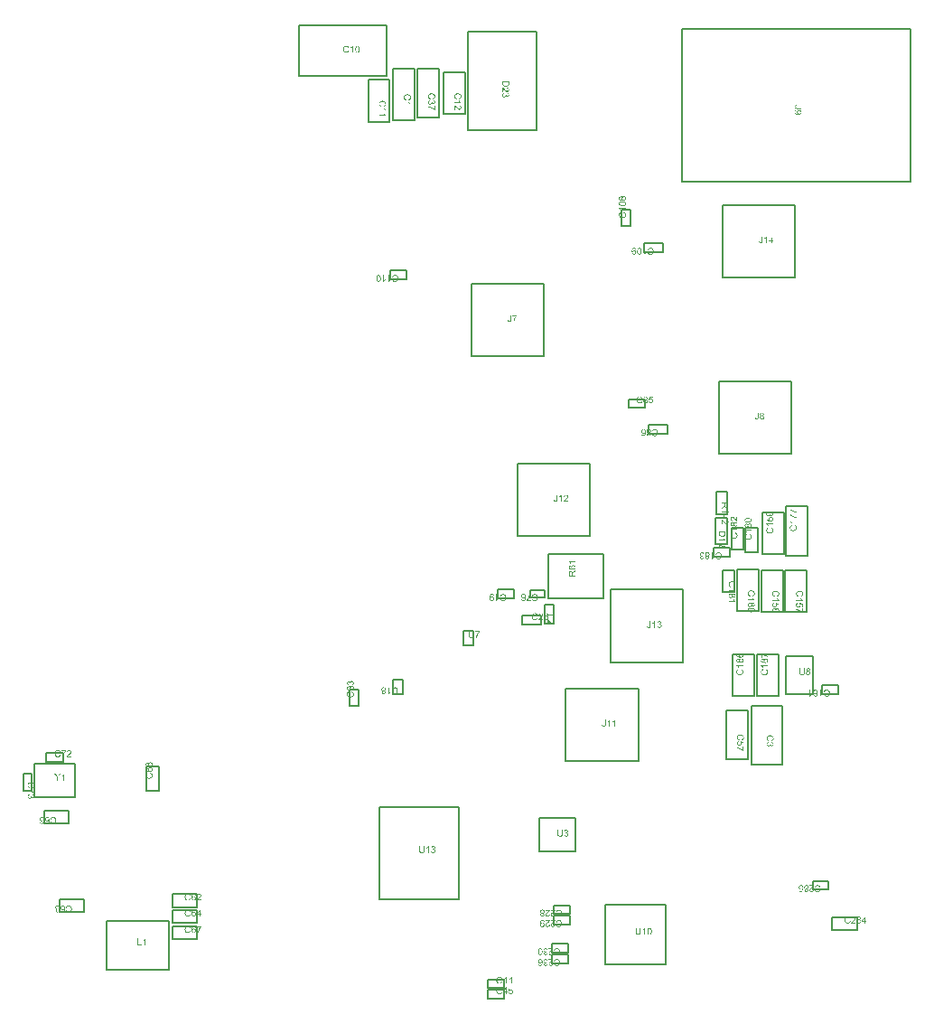
<source format=gbr>
G04*
G04 #@! TF.GenerationSoftware,Altium Limited,Altium Designer,24.9.1 (31)*
G04*
G04 Layer_Color=8388736*
%FSLAX25Y25*%
%MOIN*%
G70*
G04*
G04 #@! TF.SameCoordinates,8C3FED30-37FA-4A54-8C90-A1F039295453*
G04*
G04*
G04 #@! TF.FilePolarity,Positive*
G04*
G01*
G75*
%ADD12C,0.00787*%
G36*
X330367Y-187849D02*
X330363Y-187879D01*
Y-187911D01*
X330360Y-187988D01*
X330349Y-188068D01*
X330338Y-188155D01*
X330320Y-188235D01*
X330309Y-188275D01*
X330298Y-188308D01*
Y-188312D01*
X330294Y-188315D01*
X330283Y-188337D01*
X330269Y-188370D01*
X330243Y-188410D01*
X330211Y-188454D01*
X330167Y-188501D01*
X330116Y-188545D01*
X330058Y-188588D01*
X330054D01*
X330050Y-188592D01*
X330029Y-188607D01*
X329992Y-188621D01*
X329945Y-188643D01*
X329890Y-188661D01*
X329825Y-188679D01*
X329756Y-188690D01*
X329679Y-188694D01*
X329676D01*
X329668D01*
X329654D01*
X329636Y-188690D01*
X329610D01*
X329585Y-188687D01*
X329523Y-188672D01*
X329450Y-188650D01*
X329374Y-188621D01*
X329297Y-188577D01*
X329261Y-188548D01*
X329224Y-188519D01*
X329221Y-188516D01*
X329217Y-188512D01*
X329206Y-188501D01*
X329195Y-188486D01*
X329181Y-188468D01*
X329166Y-188446D01*
X329148Y-188417D01*
X329126Y-188388D01*
X329108Y-188352D01*
X329089Y-188312D01*
X329068Y-188268D01*
X329049Y-188221D01*
X329035Y-188166D01*
X329017Y-188111D01*
X329006Y-188050D01*
X328995Y-187984D01*
X328991Y-187991D01*
X328984Y-188006D01*
X328969Y-188028D01*
X328955Y-188057D01*
X328915Y-188122D01*
X328889Y-188155D01*
X328868Y-188184D01*
X328860Y-188192D01*
X328842Y-188210D01*
X328813Y-188239D01*
X328777Y-188275D01*
X328726Y-188315D01*
X328671Y-188363D01*
X328605Y-188410D01*
X328533Y-188461D01*
X327848Y-188894D01*
Y-188479D01*
X328373Y-188148D01*
X328376D01*
X328383Y-188141D01*
X328394Y-188133D01*
X328409Y-188122D01*
X328449Y-188097D01*
X328500Y-188064D01*
X328555Y-188024D01*
X328613Y-187984D01*
X328667Y-187944D01*
X328718Y-187908D01*
X328722Y-187904D01*
X328736Y-187893D01*
X328758Y-187875D01*
X328784Y-187849D01*
X328838Y-187795D01*
X328864Y-187766D01*
X328886Y-187737D01*
X328889Y-187733D01*
X328893Y-187726D01*
X328900Y-187711D01*
X328911Y-187689D01*
X328922Y-187667D01*
X328933Y-187642D01*
X328951Y-187584D01*
Y-187580D01*
X328955Y-187573D01*
Y-187558D01*
X328959Y-187540D01*
X328962Y-187515D01*
Y-187485D01*
X328966Y-187445D01*
Y-187016D01*
X327848D01*
Y-186681D01*
X330367D01*
Y-187849D01*
D02*
G37*
G36*
X329745Y-189331D02*
X329752Y-189338D01*
X329756Y-189353D01*
X329767Y-189371D01*
X329778Y-189393D01*
X329792Y-189418D01*
X329829Y-189480D01*
X329869Y-189553D01*
X329920Y-189626D01*
X329978Y-189702D01*
X330040Y-189779D01*
X330043Y-189782D01*
X330047Y-189786D01*
X330058Y-189797D01*
X330069Y-189811D01*
X330105Y-189844D01*
X330149Y-189888D01*
X330200Y-189931D01*
X330258Y-189979D01*
X330316Y-190019D01*
X330378Y-190055D01*
Y-190255D01*
X327848D01*
Y-189946D01*
X329818D01*
X329814Y-189942D01*
X329799Y-189924D01*
X329778Y-189902D01*
X329752Y-189866D01*
X329719Y-189826D01*
X329683Y-189775D01*
X329643Y-189717D01*
X329603Y-189651D01*
Y-189648D01*
X329599Y-189644D01*
X329585Y-189622D01*
X329566Y-189586D01*
X329544Y-189542D01*
X329519Y-189491D01*
X329494Y-189436D01*
X329468Y-189382D01*
X329446Y-189327D01*
X329745D01*
Y-189331D01*
D02*
G37*
G36*
X330367Y-192097D02*
Y-192349D01*
X328736D01*
Y-192691D01*
X328452D01*
Y-192349D01*
X327848D01*
Y-192039D01*
X328452D01*
Y-190943D01*
X328736D01*
X330367Y-192097D01*
D02*
G37*
G36*
X327918Y-192967D02*
X327950Y-192971D01*
X327987Y-192978D01*
X328023Y-192985D01*
X328063Y-193000D01*
X328067D01*
X328070Y-193004D01*
X328092Y-193011D01*
X328125Y-193026D01*
X328169Y-193047D01*
X328220Y-193077D01*
X328278Y-193113D01*
X328336Y-193153D01*
X328398Y-193204D01*
X328402D01*
X328405Y-193211D01*
X328427Y-193229D01*
X328460Y-193262D01*
X328507Y-193309D01*
X328562Y-193364D01*
X328627Y-193433D01*
X328700Y-193517D01*
X328777Y-193608D01*
X328780Y-193612D01*
X328791Y-193626D01*
X328809Y-193648D01*
X328831Y-193673D01*
X328860Y-193706D01*
X328893Y-193746D01*
X328929Y-193786D01*
X328969Y-193834D01*
X329057Y-193925D01*
X329144Y-194016D01*
X329188Y-194059D01*
X329232Y-194099D01*
X329272Y-194136D01*
X329312Y-194165D01*
X329315D01*
X329319Y-194172D01*
X329330Y-194179D01*
X329344Y-194187D01*
X329384Y-194212D01*
X329432Y-194241D01*
X329490Y-194267D01*
X329552Y-194292D01*
X329621Y-194307D01*
X329686Y-194314D01*
X329690D01*
X329694D01*
X329716Y-194310D01*
X329752Y-194307D01*
X329792Y-194296D01*
X329843Y-194281D01*
X329894Y-194256D01*
X329945Y-194223D01*
X329996Y-194179D01*
X330003Y-194172D01*
X330018Y-194154D01*
X330036Y-194128D01*
X330061Y-194088D01*
X330083Y-194037D01*
X330105Y-193979D01*
X330120Y-193910D01*
X330123Y-193834D01*
Y-193812D01*
X330120Y-193797D01*
X330116Y-193754D01*
X330105Y-193703D01*
X330090Y-193648D01*
X330065Y-193586D01*
X330032Y-193528D01*
X329989Y-193473D01*
X329981Y-193466D01*
X329963Y-193451D01*
X329934Y-193430D01*
X329890Y-193408D01*
X329839Y-193382D01*
X329774Y-193360D01*
X329701Y-193346D01*
X329617Y-193339D01*
X329650Y-193022D01*
X329654D01*
X329665Y-193026D01*
X329683D01*
X329708Y-193029D01*
X329737Y-193036D01*
X329770Y-193044D01*
X329810Y-193055D01*
X329850Y-193066D01*
X329938Y-193095D01*
X330025Y-193138D01*
X330069Y-193164D01*
X330112Y-193197D01*
X330152Y-193229D01*
X330189Y-193266D01*
X330192Y-193269D01*
X330196Y-193277D01*
X330207Y-193288D01*
X330218Y-193306D01*
X330233Y-193328D01*
X330247Y-193353D01*
X330265Y-193382D01*
X330283Y-193419D01*
X330302Y-193459D01*
X330320Y-193502D01*
X330334Y-193550D01*
X330349Y-193601D01*
X330360Y-193655D01*
X330371Y-193713D01*
X330375Y-193775D01*
X330378Y-193841D01*
Y-193877D01*
X330375Y-193903D01*
X330371Y-193932D01*
X330367Y-193968D01*
X330360Y-194008D01*
X330353Y-194048D01*
X330327Y-194143D01*
X330291Y-194238D01*
X330269Y-194285D01*
X330243Y-194332D01*
X330211Y-194376D01*
X330174Y-194416D01*
X330171Y-194420D01*
X330167Y-194427D01*
X330152Y-194434D01*
X330138Y-194449D01*
X330120Y-194467D01*
X330094Y-194485D01*
X330069Y-194503D01*
X330036Y-194525D01*
X329967Y-194562D01*
X329879Y-194598D01*
X329836Y-194613D01*
X329785Y-194620D01*
X329734Y-194627D01*
X329679Y-194631D01*
X329672D01*
X329654D01*
X329625Y-194627D01*
X329585Y-194623D01*
X329541Y-194616D01*
X329490Y-194602D01*
X329435Y-194587D01*
X329381Y-194565D01*
X329374Y-194562D01*
X329355Y-194554D01*
X329326Y-194540D01*
X329286Y-194518D01*
X329242Y-194489D01*
X329188Y-194452D01*
X329133Y-194409D01*
X329071Y-194358D01*
X329064Y-194351D01*
X329042Y-194332D01*
X329024Y-194314D01*
X329006Y-194296D01*
X328984Y-194274D01*
X328955Y-194245D01*
X328926Y-194216D01*
X328893Y-194179D01*
X328857Y-194143D01*
X328817Y-194099D01*
X328777Y-194052D01*
X328729Y-194001D01*
X328682Y-193943D01*
X328631Y-193885D01*
X328627Y-193881D01*
X328620Y-193874D01*
X328609Y-193859D01*
X328594Y-193841D01*
X328573Y-193819D01*
X328551Y-193794D01*
X328503Y-193735D01*
X328449Y-193673D01*
X328394Y-193615D01*
X328347Y-193564D01*
X328329Y-193542D01*
X328311Y-193524D01*
X328307Y-193521D01*
X328296Y-193510D01*
X328281Y-193495D01*
X328260Y-193477D01*
X328234Y-193459D01*
X328209Y-193437D01*
X328147Y-193393D01*
Y-194634D01*
X327848D01*
Y-192964D01*
X327852D01*
X327867D01*
X327888D01*
X327918Y-192967D01*
D02*
G37*
G36*
X334855Y-272133D02*
X334892D01*
X334928Y-272137D01*
X334975Y-272141D01*
X335023Y-272148D01*
X335128Y-272166D01*
X335245Y-272192D01*
X335361Y-272228D01*
X335474Y-272279D01*
X335478Y-272283D01*
X335489Y-272286D01*
X335503Y-272294D01*
X335521Y-272308D01*
X335547Y-272323D01*
X335576Y-272341D01*
X335642Y-272388D01*
X335714Y-272450D01*
X335787Y-272523D01*
X335860Y-272607D01*
X335922Y-272705D01*
X335926Y-272709D01*
X335929Y-272720D01*
X335936Y-272734D01*
X335947Y-272752D01*
X335958Y-272781D01*
X335969Y-272811D01*
X335984Y-272847D01*
X335998Y-272887D01*
X336013Y-272931D01*
X336027Y-272978D01*
X336049Y-273080D01*
X336067Y-273196D01*
X336075Y-273317D01*
Y-273353D01*
X336071Y-273378D01*
X336067Y-273411D01*
X336064Y-273451D01*
X336060Y-273491D01*
X336049Y-273539D01*
X336027Y-273637D01*
X335995Y-273746D01*
X335973Y-273801D01*
X335947Y-273852D01*
X335914Y-273903D01*
X335882Y-273954D01*
X335878Y-273957D01*
X335875Y-273965D01*
X335864Y-273979D01*
X335845Y-273997D01*
X335827Y-274015D01*
X335802Y-274041D01*
X335773Y-274066D01*
X335743Y-274096D01*
X335707Y-274125D01*
X335663Y-274154D01*
X335620Y-274186D01*
X335572Y-274216D01*
X335518Y-274241D01*
X335463Y-274270D01*
X335405Y-274292D01*
X335339Y-274314D01*
X335263Y-273986D01*
X335267D01*
X335274Y-273983D01*
X335289Y-273975D01*
X335307Y-273968D01*
X335329Y-273961D01*
X335358Y-273950D01*
X335416Y-273921D01*
X335481Y-273884D01*
X335547Y-273841D01*
X335609Y-273786D01*
X335663Y-273728D01*
X335671Y-273721D01*
X335685Y-273699D01*
X335703Y-273662D01*
X335729Y-273615D01*
X335751Y-273553D01*
X335773Y-273484D01*
X335787Y-273400D01*
X335791Y-273309D01*
Y-273280D01*
X335787Y-273262D01*
Y-273236D01*
X335784Y-273207D01*
X335773Y-273138D01*
X335758Y-273062D01*
X335733Y-272982D01*
X335696Y-272898D01*
X335649Y-272821D01*
Y-272818D01*
X335642Y-272814D01*
X335623Y-272789D01*
X335594Y-272756D01*
X335550Y-272716D01*
X335496Y-272669D01*
X335434Y-272625D01*
X335358Y-272585D01*
X335274Y-272549D01*
X335270D01*
X335263Y-272545D01*
X335252Y-272541D01*
X335234Y-272538D01*
X335212Y-272530D01*
X335187Y-272523D01*
X335125Y-272512D01*
X335052Y-272498D01*
X334972Y-272483D01*
X334884Y-272476D01*
X334790Y-272472D01*
X334786D01*
X334775D01*
X334757D01*
X334735D01*
X334710Y-272476D01*
X334677D01*
X334641Y-272479D01*
X334600Y-272483D01*
X334513Y-272494D01*
X334419Y-272512D01*
X334324Y-272534D01*
X334229Y-272563D01*
X334226D01*
X334218Y-272567D01*
X334207Y-272574D01*
X334189Y-272581D01*
X334145Y-272603D01*
X334095Y-272636D01*
X334036Y-272676D01*
X333974Y-272727D01*
X333920Y-272785D01*
X333869Y-272854D01*
Y-272858D01*
X333865Y-272865D01*
X333858Y-272876D01*
X333851Y-272891D01*
X333843Y-272909D01*
X333833Y-272931D01*
X333811Y-272982D01*
X333789Y-273047D01*
X333771Y-273120D01*
X333756Y-273200D01*
X333752Y-273284D01*
Y-273309D01*
X333756Y-273331D01*
Y-273357D01*
X333760Y-273382D01*
X333774Y-273448D01*
X333792Y-273524D01*
X333822Y-273601D01*
X333862Y-273680D01*
X333883Y-273721D01*
X333912Y-273757D01*
X333916Y-273761D01*
X333920Y-273764D01*
X333931Y-273775D01*
X333942Y-273790D01*
X333960Y-273804D01*
X333982Y-273822D01*
X334003Y-273844D01*
X334033Y-273863D01*
X334065Y-273884D01*
X334102Y-273910D01*
X334138Y-273932D01*
X334182Y-273954D01*
X334229Y-273972D01*
X334280Y-273990D01*
X334335Y-274008D01*
X334393Y-274023D01*
X334309Y-274358D01*
X334306D01*
X334291Y-274354D01*
X334269Y-274347D01*
X334240Y-274336D01*
X334207Y-274325D01*
X334167Y-274310D01*
X334124Y-274292D01*
X334076Y-274270D01*
X333974Y-274219D01*
X333873Y-274154D01*
X333822Y-274114D01*
X333771Y-274074D01*
X333727Y-274030D01*
X333683Y-273979D01*
X333680Y-273975D01*
X333672Y-273968D01*
X333665Y-273950D01*
X333650Y-273932D01*
X333632Y-273903D01*
X333614Y-273873D01*
X333596Y-273833D01*
X333578Y-273793D01*
X333556Y-273746D01*
X333538Y-273695D01*
X333519Y-273640D01*
X333501Y-273582D01*
X333487Y-273520D01*
X333479Y-273455D01*
X333472Y-273386D01*
X333469Y-273313D01*
Y-273273D01*
X333472Y-273244D01*
Y-273211D01*
X333476Y-273171D01*
X333483Y-273127D01*
X333490Y-273076D01*
X333508Y-272971D01*
X333538Y-272862D01*
X333578Y-272752D01*
X333603Y-272701D01*
X333632Y-272650D01*
X333636Y-272647D01*
X333640Y-272639D01*
X333650Y-272625D01*
X333665Y-272610D01*
X333680Y-272588D01*
X333701Y-272563D01*
X333727Y-272534D01*
X333756Y-272505D01*
X333789Y-272476D01*
X333822Y-272443D01*
X333905Y-272377D01*
X334003Y-272316D01*
X334113Y-272261D01*
X334116D01*
X334127Y-272254D01*
X334145Y-272250D01*
X334167Y-272239D01*
X334196Y-272232D01*
X334233Y-272221D01*
X334273Y-272206D01*
X334317Y-272195D01*
X334364Y-272184D01*
X334419Y-272170D01*
X334531Y-272152D01*
X334659Y-272137D01*
X334790Y-272130D01*
X334793D01*
X334808D01*
X334830D01*
X334855Y-272133D01*
D02*
G37*
G36*
X334196Y-274966D02*
X334193D01*
X334186D01*
X334175Y-274969D01*
X334156Y-274973D01*
X334116Y-274984D01*
X334062Y-274998D01*
X334007Y-275020D01*
X333945Y-275049D01*
X333891Y-275086D01*
X333840Y-275129D01*
X333836Y-275136D01*
X333822Y-275151D01*
X333803Y-275180D01*
X333782Y-275220D01*
X333760Y-275264D01*
X333741Y-275319D01*
X333727Y-275380D01*
X333723Y-275450D01*
Y-275471D01*
X333727Y-275486D01*
X333731Y-275530D01*
X333745Y-275581D01*
X333763Y-275642D01*
X333792Y-275704D01*
X333836Y-275770D01*
X333862Y-275799D01*
X333891Y-275828D01*
X333894Y-275832D01*
X333898Y-275835D01*
X333909Y-275843D01*
X333920Y-275854D01*
X333960Y-275879D01*
X334011Y-275908D01*
X334073Y-275934D01*
X334149Y-275959D01*
X334240Y-275977D01*
X334288Y-275985D01*
X334338D01*
X334342D01*
X334349D01*
X334364D01*
X334382Y-275981D01*
X334404D01*
X334429Y-275977D01*
X334488Y-275967D01*
X334557Y-275948D01*
X334626Y-275923D01*
X334692Y-275886D01*
X334753Y-275835D01*
X334757D01*
X334761Y-275828D01*
X334779Y-275810D01*
X334804Y-275777D01*
X334834Y-275733D01*
X334859Y-275675D01*
X334884Y-275610D01*
X334903Y-275533D01*
X334910Y-275490D01*
Y-275420D01*
X334906Y-275391D01*
X334903Y-275355D01*
X334892Y-275311D01*
X334881Y-275268D01*
X334863Y-275220D01*
X334841Y-275173D01*
X334837Y-275169D01*
X334830Y-275155D01*
X334812Y-275133D01*
X334793Y-275104D01*
X334768Y-275075D01*
X334735Y-275045D01*
X334702Y-275013D01*
X334662Y-274987D01*
X334702Y-274696D01*
X335998Y-274940D01*
Y-276192D01*
X335703D01*
Y-275184D01*
X335023Y-275049D01*
X335026Y-275053D01*
X335030Y-275060D01*
X335037Y-275071D01*
X335048Y-275089D01*
X335059Y-275111D01*
X335074Y-275136D01*
X335103Y-275195D01*
X335132Y-275268D01*
X335157Y-275348D01*
X335176Y-275435D01*
X335183Y-275479D01*
Y-275559D01*
X335179Y-275581D01*
X335176Y-275610D01*
X335172Y-275642D01*
X335165Y-275679D01*
X335154Y-275719D01*
X335128Y-275806D01*
X335110Y-275854D01*
X335085Y-275901D01*
X335059Y-275948D01*
X335030Y-275996D01*
X334994Y-276039D01*
X334954Y-276083D01*
X334950Y-276087D01*
X334943Y-276094D01*
X334932Y-276105D01*
X334913Y-276119D01*
X334888Y-276137D01*
X334863Y-276156D01*
X334830Y-276178D01*
X334793Y-276199D01*
X334753Y-276218D01*
X334710Y-276239D01*
X334659Y-276258D01*
X334608Y-276276D01*
X334553Y-276290D01*
X334491Y-276301D01*
X334429Y-276309D01*
X334364Y-276312D01*
X334360D01*
X334349D01*
X334331D01*
X334306Y-276309D01*
X334277Y-276305D01*
X334244Y-276301D01*
X334204Y-276294D01*
X334164Y-276287D01*
X334069Y-276265D01*
X333971Y-276228D01*
X333920Y-276207D01*
X333873Y-276178D01*
X333822Y-276149D01*
X333774Y-276112D01*
X333771Y-276108D01*
X333760Y-276101D01*
X333745Y-276087D01*
X333727Y-276068D01*
X333705Y-276043D01*
X333676Y-276014D01*
X333650Y-275977D01*
X333621Y-275937D01*
X333592Y-275894D01*
X333567Y-275843D01*
X333541Y-275788D01*
X333516Y-275730D01*
X333498Y-275668D01*
X333483Y-275599D01*
X333472Y-275526D01*
X333469Y-275450D01*
Y-275417D01*
X333472Y-275391D01*
X333476Y-275362D01*
X333479Y-275329D01*
X333483Y-275289D01*
X333494Y-275249D01*
X333516Y-275158D01*
X333548Y-275067D01*
X333570Y-275020D01*
X333596Y-274973D01*
X333625Y-274929D01*
X333658Y-274885D01*
X333661Y-274882D01*
X333665Y-274874D01*
X333680Y-274867D01*
X333694Y-274853D01*
X333712Y-274834D01*
X333734Y-274816D01*
X333763Y-274794D01*
X333796Y-274776D01*
X333829Y-274754D01*
X333869Y-274732D01*
X333956Y-274693D01*
X334058Y-274660D01*
X334113Y-274649D01*
X334171Y-274641D01*
X334196Y-274966D01*
D02*
G37*
G36*
X335998Y-278252D02*
X335754D01*
X335751Y-278249D01*
X335743Y-278241D01*
X335729Y-278227D01*
X335707Y-278212D01*
X335682Y-278190D01*
X335652Y-278161D01*
X335616Y-278132D01*
X335572Y-278099D01*
X335529Y-278067D01*
X335478Y-278027D01*
X335420Y-277987D01*
X335361Y-277947D01*
X335296Y-277903D01*
X335227Y-277859D01*
X335150Y-277816D01*
X335074Y-277772D01*
X335070Y-277768D01*
X335055Y-277761D01*
X335034Y-277750D01*
X335001Y-277732D01*
X334961Y-277714D01*
X334917Y-277692D01*
X334866Y-277666D01*
X334808Y-277641D01*
X334742Y-277612D01*
X334677Y-277579D01*
X334604Y-277550D01*
X334528Y-277521D01*
X334371Y-277463D01*
X334204Y-277408D01*
X334200D01*
X334189Y-277404D01*
X334171Y-277401D01*
X334149Y-277393D01*
X334120Y-277386D01*
X334084Y-277379D01*
X334044Y-277368D01*
X334000Y-277361D01*
X333949Y-277350D01*
X333894Y-277339D01*
X333778Y-277321D01*
X333650Y-277302D01*
X333512Y-277291D01*
Y-276975D01*
X333516D01*
X333527D01*
X333541D01*
X333563Y-276978D01*
X333592D01*
X333629Y-276982D01*
X333669Y-276986D01*
X333712Y-276989D01*
X333763Y-276997D01*
X333814Y-277004D01*
X333876Y-277015D01*
X333938Y-277026D01*
X334003Y-277037D01*
X334076Y-277051D01*
X334226Y-277088D01*
X334229D01*
X334244Y-277091D01*
X334266Y-277098D01*
X334298Y-277109D01*
X334335Y-277120D01*
X334379Y-277135D01*
X334429Y-277150D01*
X334484Y-277171D01*
X334546Y-277193D01*
X334608Y-277215D01*
X334746Y-277270D01*
X334892Y-277335D01*
X335037Y-277408D01*
X335041Y-277412D01*
X335055Y-277419D01*
X335074Y-277430D01*
X335103Y-277444D01*
X335136Y-277463D01*
X335176Y-277488D01*
X335219Y-277514D01*
X335267Y-277543D01*
X335372Y-277612D01*
X335481Y-277684D01*
X335594Y-277768D01*
X335700Y-277856D01*
Y-276622D01*
X335998D01*
Y-278252D01*
D02*
G37*
G36*
X342652Y-242138D02*
X342659Y-242145D01*
X342674Y-242160D01*
X342696Y-242174D01*
X342721Y-242196D01*
X342750Y-242225D01*
X342787Y-242254D01*
X342830Y-242287D01*
X342874Y-242320D01*
X342925Y-242360D01*
X342983Y-242400D01*
X343042Y-242440D01*
X343107Y-242484D01*
X343176Y-242527D01*
X343253Y-242571D01*
X343329Y-242615D01*
X343333Y-242618D01*
X343347Y-242626D01*
X343369Y-242636D01*
X343402Y-242655D01*
X343442Y-242673D01*
X343486Y-242695D01*
X343537Y-242720D01*
X343595Y-242746D01*
X343660Y-242775D01*
X343726Y-242808D01*
X343799Y-242837D01*
X343875Y-242866D01*
X344032Y-242924D01*
X344199Y-242979D01*
X344203D01*
X344214Y-242982D01*
X344232Y-242986D01*
X344254Y-242993D01*
X344283Y-243001D01*
X344319Y-243008D01*
X344359Y-243019D01*
X344403Y-243026D01*
X344454Y-243037D01*
X344509Y-243048D01*
X344625Y-243066D01*
X344752Y-243084D01*
X344891Y-243095D01*
Y-243412D01*
X344887D01*
X344876D01*
X344862D01*
X344840Y-243408D01*
X344811D01*
X344774Y-243405D01*
X344734Y-243401D01*
X344691Y-243397D01*
X344640Y-243390D01*
X344589Y-243383D01*
X344527Y-243372D01*
X344465Y-243361D01*
X344399Y-243350D01*
X344327Y-243335D01*
X344177Y-243299D01*
X344174D01*
X344159Y-243295D01*
X344137Y-243288D01*
X344105Y-243277D01*
X344068Y-243266D01*
X344024Y-243252D01*
X343973Y-243237D01*
X343919Y-243215D01*
X343857Y-243194D01*
X343795Y-243172D01*
X343657Y-243117D01*
X343511Y-243052D01*
X343366Y-242979D01*
X343362Y-242975D01*
X343347Y-242968D01*
X343329Y-242957D01*
X343300Y-242942D01*
X343267Y-242924D01*
X343227Y-242899D01*
X343184Y-242873D01*
X343136Y-242844D01*
X343031Y-242775D01*
X342921Y-242702D01*
X342809Y-242618D01*
X342703Y-242531D01*
Y-243765D01*
X342405D01*
Y-242134D01*
X342649D01*
X342652Y-242138D01*
D02*
G37*
G36*
X344228Y-244092D02*
X344254Y-244096D01*
X344286Y-244100D01*
X344323Y-244107D01*
X344363Y-244118D01*
X344447Y-244144D01*
X344494Y-244162D01*
X344538Y-244187D01*
X344585Y-244213D01*
X344629Y-244242D01*
X344672Y-244278D01*
X344716Y-244318D01*
X344720Y-244322D01*
X344727Y-244329D01*
X344738Y-244340D01*
X344749Y-244358D01*
X344767Y-244384D01*
X344785Y-244409D01*
X344803Y-244442D01*
X344825Y-244478D01*
X344847Y-244518D01*
X344865Y-244566D01*
X344883Y-244617D01*
X344902Y-244668D01*
X344913Y-244726D01*
X344923Y-244788D01*
X344931Y-244850D01*
X344934Y-244919D01*
Y-244955D01*
X344931Y-244981D01*
X344927Y-245013D01*
X344923Y-245050D01*
X344916Y-245090D01*
X344905Y-245134D01*
X344880Y-245232D01*
X344862Y-245283D01*
X344843Y-245330D01*
X344818Y-245381D01*
X344789Y-245432D01*
X344756Y-245479D01*
X344716Y-245523D01*
X344712Y-245527D01*
X344705Y-245534D01*
X344694Y-245545D01*
X344676Y-245560D01*
X344654Y-245574D01*
X344629Y-245596D01*
X344600Y-245614D01*
X344563Y-245636D01*
X344527Y-245658D01*
X344483Y-245676D01*
X344392Y-245712D01*
X344338Y-245727D01*
X344283Y-245738D01*
X344225Y-245745D01*
X344166Y-245749D01*
X344163D01*
X344156D01*
X344141D01*
X344126Y-245745D01*
X344105D01*
X344079Y-245742D01*
X344021Y-245734D01*
X343955Y-245720D01*
X343890Y-245698D01*
X343821Y-245665D01*
X343755Y-245625D01*
X343751D01*
X343748Y-245618D01*
X343730Y-245603D01*
X343701Y-245574D01*
X343664Y-245534D01*
X343628Y-245483D01*
X343588Y-245421D01*
X343555Y-245352D01*
X343529Y-245268D01*
Y-245272D01*
X343526Y-245275D01*
X343522Y-245286D01*
X343515Y-245301D01*
X343500Y-245334D01*
X343478Y-245377D01*
X343449Y-245425D01*
X343413Y-245472D01*
X343373Y-245516D01*
X343329Y-245556D01*
X343322Y-245560D01*
X343307Y-245570D01*
X343278Y-245585D01*
X343242Y-245600D01*
X343195Y-245618D01*
X343140Y-245632D01*
X343078Y-245643D01*
X343012Y-245647D01*
X343009D01*
X343002D01*
X342987D01*
X342965Y-245643D01*
X342943Y-245639D01*
X342914Y-245636D01*
X342852Y-245621D01*
X342780Y-245600D01*
X342703Y-245563D01*
X342663Y-245541D01*
X342623Y-245516D01*
X342587Y-245483D01*
X342550Y-245450D01*
X342547Y-245447D01*
X342543Y-245439D01*
X342532Y-245428D01*
X342521Y-245414D01*
X342507Y-245396D01*
X342492Y-245370D01*
X342474Y-245341D01*
X342456Y-245312D01*
X342437Y-245275D01*
X342419Y-245235D01*
X342405Y-245192D01*
X342390Y-245145D01*
X342368Y-245043D01*
X342365Y-244984D01*
X342361Y-244926D01*
Y-244893D01*
X342365Y-244871D01*
X342368Y-244842D01*
X342372Y-244810D01*
X342375Y-244773D01*
X342386Y-244737D01*
X342408Y-244650D01*
X342441Y-244562D01*
X342463Y-244518D01*
X342488Y-244475D01*
X342521Y-244435D01*
X342554Y-244395D01*
X342558Y-244391D01*
X342561Y-244387D01*
X342572Y-244376D01*
X342587Y-244362D01*
X342608Y-244347D01*
X342630Y-244329D01*
X342685Y-244293D01*
X342754Y-244256D01*
X342834Y-244224D01*
X342925Y-244198D01*
X342972Y-244195D01*
X343023Y-244191D01*
X343027D01*
X343031D01*
X343053D01*
X343085Y-244195D01*
X343125Y-244202D01*
X343176Y-244213D01*
X343227Y-244231D01*
X343278Y-244253D01*
X343329Y-244285D01*
X343337Y-244289D01*
X343351Y-244304D01*
X343373Y-244325D01*
X343402Y-244355D01*
X343435Y-244395D01*
X343467Y-244442D01*
X343500Y-244497D01*
X343529Y-244562D01*
Y-244559D01*
X343533Y-244551D01*
X343537Y-244540D01*
X343544Y-244526D01*
X343562Y-244482D01*
X343588Y-244431D01*
X343624Y-244376D01*
X343664Y-244318D01*
X343715Y-244264D01*
X343773Y-244213D01*
X343777D01*
X343781Y-244209D01*
X343802Y-244195D01*
X343839Y-244173D01*
X343886Y-244151D01*
X343944Y-244129D01*
X344014Y-244107D01*
X344090Y-244092D01*
X344174Y-244089D01*
X344177D01*
X344188D01*
X344206D01*
X344228Y-244092D01*
D02*
G37*
G36*
X344891Y-246848D02*
X342921D01*
X342925Y-246852D01*
X342940Y-246870D01*
X342962Y-246892D01*
X342987Y-246928D01*
X343020Y-246968D01*
X343056Y-247019D01*
X343096Y-247077D01*
X343136Y-247143D01*
Y-247147D01*
X343140Y-247150D01*
X343155Y-247172D01*
X343173Y-247208D01*
X343195Y-247252D01*
X343220Y-247303D01*
X343246Y-247358D01*
X343271Y-247412D01*
X343293Y-247467D01*
X342994D01*
Y-247463D01*
X342987Y-247456D01*
X342983Y-247441D01*
X342972Y-247423D01*
X342962Y-247401D01*
X342947Y-247376D01*
X342911Y-247314D01*
X342871Y-247241D01*
X342820Y-247168D01*
X342761Y-247092D01*
X342700Y-247016D01*
X342696Y-247012D01*
X342692Y-247008D01*
X342681Y-246997D01*
X342670Y-246983D01*
X342634Y-246950D01*
X342590Y-246906D01*
X342539Y-246863D01*
X342481Y-246815D01*
X342423Y-246775D01*
X342361Y-246739D01*
Y-246539D01*
X344891D01*
Y-246848D01*
D02*
G37*
G36*
X344112Y-247991D02*
X344134Y-247998D01*
X344163Y-248009D01*
X344196Y-248020D01*
X344236Y-248035D01*
X344279Y-248053D01*
X344327Y-248075D01*
X344428Y-248126D01*
X344530Y-248191D01*
X344581Y-248231D01*
X344632Y-248271D01*
X344676Y-248315D01*
X344720Y-248366D01*
X344723Y-248370D01*
X344731Y-248377D01*
X344738Y-248395D01*
X344752Y-248413D01*
X344771Y-248442D01*
X344789Y-248471D01*
X344807Y-248512D01*
X344825Y-248552D01*
X344847Y-248599D01*
X344865Y-248650D01*
X344883Y-248704D01*
X344902Y-248763D01*
X344916Y-248825D01*
X344923Y-248890D01*
X344931Y-248959D01*
X344934Y-249032D01*
Y-249072D01*
X344931Y-249101D01*
Y-249134D01*
X344927Y-249174D01*
X344920Y-249218D01*
X344913Y-249269D01*
X344894Y-249374D01*
X344865Y-249483D01*
X344825Y-249593D01*
X344800Y-249643D01*
X344771Y-249694D01*
X344767Y-249698D01*
X344763Y-249705D01*
X344752Y-249720D01*
X344738Y-249734D01*
X344723Y-249756D01*
X344702Y-249782D01*
X344676Y-249811D01*
X344647Y-249840D01*
X344614Y-249869D01*
X344581Y-249902D01*
X344498Y-249968D01*
X344399Y-250029D01*
X344290Y-250084D01*
X344286D01*
X344276Y-250091D01*
X344257Y-250095D01*
X344236Y-250106D01*
X344206Y-250113D01*
X344170Y-250124D01*
X344130Y-250139D01*
X344086Y-250149D01*
X344039Y-250160D01*
X343984Y-250175D01*
X343872Y-250193D01*
X343744Y-250208D01*
X343613Y-250215D01*
X343609D01*
X343595D01*
X343573D01*
X343548Y-250211D01*
X343511D01*
X343475Y-250208D01*
X343427Y-250204D01*
X343380Y-250197D01*
X343275Y-250179D01*
X343158Y-250153D01*
X343042Y-250117D01*
X342929Y-250066D01*
X342925Y-250062D01*
X342914Y-250059D01*
X342900Y-250051D01*
X342881Y-250037D01*
X342856Y-250022D01*
X342827Y-250004D01*
X342761Y-249957D01*
X342689Y-249895D01*
X342616Y-249822D01*
X342543Y-249738D01*
X342481Y-249640D01*
X342477Y-249636D01*
X342474Y-249625D01*
X342466Y-249611D01*
X342456Y-249593D01*
X342445Y-249564D01*
X342434Y-249534D01*
X342419Y-249498D01*
X342405Y-249458D01*
X342390Y-249414D01*
X342375Y-249367D01*
X342354Y-249265D01*
X342336Y-249149D01*
X342328Y-249028D01*
Y-248992D01*
X342332Y-248967D01*
X342336Y-248934D01*
X342339Y-248894D01*
X342343Y-248854D01*
X342354Y-248806D01*
X342375Y-248708D01*
X342408Y-248599D01*
X342430Y-248544D01*
X342456Y-248493D01*
X342488Y-248442D01*
X342521Y-248391D01*
X342525Y-248388D01*
X342528Y-248380D01*
X342539Y-248366D01*
X342558Y-248348D01*
X342576Y-248329D01*
X342601Y-248304D01*
X342630Y-248278D01*
X342659Y-248249D01*
X342696Y-248220D01*
X342740Y-248191D01*
X342783Y-248158D01*
X342830Y-248129D01*
X342885Y-248104D01*
X342940Y-248075D01*
X342998Y-248053D01*
X343063Y-248031D01*
X343140Y-248359D01*
X343136D01*
X343129Y-248362D01*
X343114Y-248370D01*
X343096Y-248377D01*
X343074Y-248384D01*
X343045Y-248395D01*
X342987Y-248424D01*
X342921Y-248461D01*
X342856Y-248504D01*
X342794Y-248559D01*
X342740Y-248617D01*
X342732Y-248624D01*
X342718Y-248646D01*
X342700Y-248683D01*
X342674Y-248730D01*
X342652Y-248792D01*
X342630Y-248861D01*
X342616Y-248945D01*
X342612Y-249036D01*
Y-249065D01*
X342616Y-249083D01*
Y-249109D01*
X342619Y-249138D01*
X342630Y-249207D01*
X342645Y-249283D01*
X342670Y-249363D01*
X342707Y-249447D01*
X342754Y-249523D01*
Y-249527D01*
X342761Y-249531D01*
X342780Y-249556D01*
X342809Y-249589D01*
X342852Y-249629D01*
X342907Y-249676D01*
X342969Y-249720D01*
X343045Y-249760D01*
X343129Y-249796D01*
X343133D01*
X343140Y-249800D01*
X343151Y-249804D01*
X343169Y-249807D01*
X343191Y-249815D01*
X343216Y-249822D01*
X343278Y-249833D01*
X343351Y-249847D01*
X343431Y-249862D01*
X343518Y-249869D01*
X343613Y-249873D01*
X343617D01*
X343628D01*
X343646D01*
X343668D01*
X343693Y-249869D01*
X343726D01*
X343762Y-249866D01*
X343802Y-249862D01*
X343890Y-249851D01*
X343984Y-249833D01*
X344079Y-249811D01*
X344174Y-249782D01*
X344177D01*
X344185Y-249778D01*
X344196Y-249771D01*
X344214Y-249764D01*
X344257Y-249742D01*
X344308Y-249709D01*
X344367Y-249669D01*
X344428Y-249618D01*
X344483Y-249560D01*
X344534Y-249491D01*
Y-249487D01*
X344538Y-249480D01*
X344545Y-249469D01*
X344552Y-249454D01*
X344560Y-249436D01*
X344570Y-249414D01*
X344592Y-249363D01*
X344614Y-249298D01*
X344632Y-249225D01*
X344647Y-249145D01*
X344651Y-249061D01*
Y-249036D01*
X344647Y-249014D01*
Y-248988D01*
X344643Y-248963D01*
X344629Y-248897D01*
X344611Y-248821D01*
X344581Y-248745D01*
X344541Y-248664D01*
X344519Y-248624D01*
X344490Y-248588D01*
X344487Y-248584D01*
X344483Y-248581D01*
X344472Y-248570D01*
X344461Y-248555D01*
X344443Y-248541D01*
X344421Y-248522D01*
X344399Y-248501D01*
X344370Y-248482D01*
X344338Y-248461D01*
X344301Y-248435D01*
X344265Y-248413D01*
X344221Y-248391D01*
X344174Y-248373D01*
X344123Y-248355D01*
X344068Y-248337D01*
X344010Y-248322D01*
X344094Y-247987D01*
X344097D01*
X344112Y-247991D01*
D02*
G37*
G36*
X355524Y-40313D02*
X355521D01*
X355513D01*
X355499D01*
X355477Y-40317D01*
X355455Y-40321D01*
X355430D01*
X355368Y-40332D01*
X355302Y-40343D01*
X355237Y-40364D01*
X355178Y-40386D01*
X355153Y-40401D01*
X355131Y-40419D01*
X355127Y-40423D01*
X355116Y-40437D01*
X355098Y-40459D01*
X355080Y-40488D01*
X355058Y-40528D01*
X355044Y-40572D01*
X355029Y-40626D01*
X355025Y-40685D01*
Y-40707D01*
X355029Y-40728D01*
X355033Y-40761D01*
X355040Y-40794D01*
X355047Y-40830D01*
X355062Y-40867D01*
X355080Y-40903D01*
X355084Y-40907D01*
X355091Y-40918D01*
X355105Y-40932D01*
X355120Y-40954D01*
X355146Y-40972D01*
X355171Y-40994D01*
X355200Y-41012D01*
X355237Y-41027D01*
X355240D01*
X355255Y-41034D01*
X355280Y-41038D01*
X355313Y-41045D01*
X355357Y-41052D01*
X355411Y-41056D01*
X355477Y-41063D01*
X355553D01*
X357290D01*
Y-41398D01*
X355571D01*
X355568D01*
X355557D01*
X355542D01*
X355521D01*
X355491Y-41394D01*
X355462D01*
X355393Y-41387D01*
X355313Y-41380D01*
X355229Y-41365D01*
X355153Y-41344D01*
X355080Y-41318D01*
X355076D01*
X355073Y-41314D01*
X355051Y-41304D01*
X355022Y-41285D01*
X354982Y-41260D01*
X354942Y-41223D01*
X354898Y-41183D01*
X354854Y-41132D01*
X354818Y-41074D01*
X354814Y-41067D01*
X354803Y-41045D01*
X354789Y-41012D01*
X354774Y-40965D01*
X354756Y-40907D01*
X354742Y-40841D01*
X354731Y-40768D01*
X354727Y-40688D01*
Y-40656D01*
X354731Y-40634D01*
X354734Y-40605D01*
X354738Y-40576D01*
X354752Y-40499D01*
X354774Y-40419D01*
X354807Y-40335D01*
X354829Y-40292D01*
X354854Y-40251D01*
X354884Y-40215D01*
X354916Y-40179D01*
X354920Y-40175D01*
X354924Y-40171D01*
X354938Y-40164D01*
X354953Y-40153D01*
X354971Y-40139D01*
X354996Y-40124D01*
X355025Y-40110D01*
X355058Y-40091D01*
X355095Y-40077D01*
X355138Y-40062D01*
X355182Y-40048D01*
X355233Y-40033D01*
X355288Y-40026D01*
X355349Y-40015D01*
X355411Y-40011D01*
X355480D01*
X355524Y-40313D01*
D02*
G37*
G36*
X356511Y-41820D02*
X356543Y-41824D01*
X356583Y-41828D01*
X356623Y-41835D01*
X356671Y-41846D01*
X356765Y-41871D01*
X356816Y-41890D01*
X356871Y-41911D01*
X356922Y-41937D01*
X356969Y-41970D01*
X357020Y-42002D01*
X357064Y-42042D01*
X357067Y-42046D01*
X357075Y-42053D01*
X357086Y-42064D01*
X357100Y-42082D01*
X357118Y-42104D01*
X357140Y-42133D01*
X357158Y-42162D01*
X357184Y-42199D01*
X357206Y-42235D01*
X357224Y-42279D01*
X357264Y-42377D01*
X357279Y-42428D01*
X357290Y-42487D01*
X357297Y-42545D01*
X357300Y-42607D01*
Y-42632D01*
X357297Y-42650D01*
Y-42669D01*
X357293Y-42694D01*
X357282Y-42756D01*
X357268Y-42825D01*
X357242Y-42901D01*
X357209Y-42978D01*
X357166Y-43054D01*
Y-43058D01*
X357158Y-43062D01*
X357151Y-43073D01*
X357140Y-43087D01*
X357111Y-43123D01*
X357071Y-43171D01*
X357016Y-43218D01*
X356951Y-43273D01*
X356875Y-43320D01*
X356787Y-43364D01*
X356784D01*
X356776Y-43367D01*
X356762Y-43375D01*
X356744Y-43382D01*
X356718Y-43389D01*
X356685Y-43400D01*
X356649Y-43407D01*
X356609Y-43418D01*
X356561Y-43429D01*
X356507Y-43440D01*
X356449Y-43447D01*
X356387Y-43455D01*
X356318Y-43462D01*
X356245Y-43469D01*
X356165Y-43473D01*
X356081D01*
X356077D01*
X356059D01*
X356034D01*
X356001D01*
X355961Y-43469D01*
X355914D01*
X355859Y-43466D01*
X355804Y-43458D01*
X355681Y-43447D01*
X355550Y-43429D01*
X355426Y-43404D01*
X355364Y-43386D01*
X355309Y-43367D01*
X355306D01*
X355298Y-43364D01*
X355284Y-43356D01*
X355262Y-43349D01*
X355240Y-43338D01*
X355211Y-43324D01*
X355149Y-43287D01*
X355080Y-43244D01*
X355007Y-43193D01*
X354938Y-43127D01*
X354876Y-43054D01*
Y-43051D01*
X354869Y-43043D01*
X354862Y-43033D01*
X354854Y-43018D01*
X354843Y-42996D01*
X354829Y-42974D01*
X354814Y-42945D01*
X354803Y-42916D01*
X354774Y-42847D01*
X354749Y-42763D01*
X354734Y-42672D01*
X354727Y-42570D01*
Y-42541D01*
X354731Y-42523D01*
Y-42497D01*
X354734Y-42468D01*
X354749Y-42399D01*
X354767Y-42323D01*
X354796Y-42243D01*
X354836Y-42162D01*
X354862Y-42123D01*
X354891Y-42086D01*
X354894Y-42082D01*
X354898Y-42079D01*
X354909Y-42068D01*
X354920Y-42057D01*
X354938Y-42042D01*
X354960Y-42024D01*
X355011Y-41988D01*
X355076Y-41951D01*
X355156Y-41915D01*
X355247Y-41886D01*
X355353Y-41864D01*
X355379Y-42162D01*
X355375D01*
X355368Y-42166D01*
X355360D01*
X355346Y-42170D01*
X355306Y-42181D01*
X355262Y-42195D01*
X355211Y-42213D01*
X355160Y-42239D01*
X355113Y-42268D01*
X355073Y-42305D01*
X355069Y-42308D01*
X355058Y-42323D01*
X355044Y-42348D01*
X355029Y-42377D01*
X355011Y-42417D01*
X354996Y-42465D01*
X354985Y-42519D01*
X354982Y-42577D01*
Y-42603D01*
X354985Y-42628D01*
X354989Y-42661D01*
X354996Y-42701D01*
X355007Y-42741D01*
X355022Y-42785D01*
X355044Y-42825D01*
X355047Y-42829D01*
X355055Y-42843D01*
X355069Y-42865D01*
X355091Y-42887D01*
X355116Y-42916D01*
X355146Y-42945D01*
X355178Y-42974D01*
X355218Y-43003D01*
X355222Y-43007D01*
X355240Y-43014D01*
X355266Y-43029D01*
X355298Y-43043D01*
X355342Y-43062D01*
X355393Y-43080D01*
X355451Y-43098D01*
X355517Y-43116D01*
X355521D01*
X355524Y-43120D01*
X355535D01*
X355550Y-43123D01*
X355586Y-43131D01*
X355633Y-43142D01*
X355692Y-43149D01*
X355753Y-43156D01*
X355823Y-43160D01*
X355895Y-43163D01*
X355899D01*
X355910D01*
X355928D01*
X355957D01*
X355950Y-43160D01*
X355932Y-43145D01*
X355906Y-43123D01*
X355870Y-43098D01*
X355834Y-43062D01*
X355793Y-43018D01*
X355753Y-42967D01*
X355717Y-42909D01*
X355713Y-42901D01*
X355702Y-42880D01*
X355688Y-42847D01*
X355673Y-42807D01*
X355655Y-42752D01*
X355641Y-42694D01*
X355630Y-42628D01*
X355626Y-42559D01*
Y-42530D01*
X355630Y-42508D01*
X355633Y-42479D01*
X355637Y-42450D01*
X355644Y-42414D01*
X355655Y-42377D01*
X355681Y-42294D01*
X355699Y-42250D01*
X355721Y-42206D01*
X355746Y-42159D01*
X355779Y-42115D01*
X355812Y-42072D01*
X355852Y-42031D01*
X355855Y-42028D01*
X355863Y-42021D01*
X355874Y-42013D01*
X355892Y-41999D01*
X355917Y-41980D01*
X355943Y-41962D01*
X355976Y-41944D01*
X356012Y-41926D01*
X356052Y-41904D01*
X356096Y-41886D01*
X356147Y-41868D01*
X356198Y-41849D01*
X356256Y-41835D01*
X356318Y-41828D01*
X356380Y-41820D01*
X356449Y-41817D01*
X356452D01*
X356467D01*
X356485D01*
X356511Y-41820D01*
D02*
G37*
G36*
X202771Y-38384D02*
X202807D01*
X202844Y-38388D01*
X202891Y-38391D01*
X202938Y-38399D01*
X203044Y-38417D01*
X203161Y-38442D01*
X203277Y-38479D01*
X203390Y-38530D01*
X203393Y-38533D01*
X203404Y-38537D01*
X203419Y-38544D01*
X203437Y-38559D01*
X203463Y-38573D01*
X203492Y-38591D01*
X203557Y-38639D01*
X203630Y-38701D01*
X203703Y-38773D01*
X203776Y-38857D01*
X203837Y-38955D01*
X203841Y-38959D01*
X203845Y-38970D01*
X203852Y-38985D01*
X203863Y-39003D01*
X203874Y-39032D01*
X203885Y-39061D01*
X203899Y-39097D01*
X203914Y-39137D01*
X203928Y-39181D01*
X203943Y-39228D01*
X203965Y-39330D01*
X203983Y-39447D01*
X203990Y-39567D01*
Y-39603D01*
X203987Y-39629D01*
X203983Y-39662D01*
X203979Y-39702D01*
X203976Y-39742D01*
X203965Y-39789D01*
X203943Y-39887D01*
X203910Y-39996D01*
X203889Y-40051D01*
X203863Y-40102D01*
X203830Y-40153D01*
X203798Y-40204D01*
X203794Y-40208D01*
X203790Y-40215D01*
X203779Y-40229D01*
X203761Y-40248D01*
X203743Y-40266D01*
X203717Y-40291D01*
X203688Y-40317D01*
X203659Y-40346D01*
X203623Y-40375D01*
X203579Y-40404D01*
X203535Y-40437D01*
X203488Y-40466D01*
X203433Y-40492D01*
X203379Y-40521D01*
X203321Y-40543D01*
X203255Y-40564D01*
X203179Y-40237D01*
X203182D01*
X203190Y-40233D01*
X203204Y-40226D01*
X203222Y-40218D01*
X203244Y-40211D01*
X203273Y-40200D01*
X203331Y-40171D01*
X203397Y-40135D01*
X203463Y-40091D01*
X203524Y-40036D01*
X203579Y-39978D01*
X203586Y-39971D01*
X203601Y-39949D01*
X203619Y-39913D01*
X203645Y-39865D01*
X203666Y-39803D01*
X203688Y-39734D01*
X203703Y-39651D01*
X203707Y-39560D01*
Y-39531D01*
X203703Y-39512D01*
Y-39487D01*
X203699Y-39458D01*
X203688Y-39389D01*
X203674Y-39312D01*
X203648Y-39232D01*
X203612Y-39148D01*
X203565Y-39072D01*
Y-39068D01*
X203557Y-39065D01*
X203539Y-39039D01*
X203510Y-39006D01*
X203466Y-38966D01*
X203412Y-38919D01*
X203350Y-38875D01*
X203273Y-38835D01*
X203190Y-38799D01*
X203186D01*
X203179Y-38795D01*
X203168Y-38792D01*
X203150Y-38788D01*
X203128Y-38781D01*
X203102Y-38773D01*
X203040Y-38763D01*
X202968Y-38748D01*
X202888Y-38733D01*
X202800Y-38726D01*
X202706Y-38722D01*
X202702D01*
X202691D01*
X202673D01*
X202651D01*
X202625Y-38726D01*
X202593D01*
X202556Y-38730D01*
X202516Y-38733D01*
X202429Y-38744D01*
X202334Y-38763D01*
X202240Y-38784D01*
X202145Y-38813D01*
X202141D01*
X202134Y-38817D01*
X202123Y-38824D01*
X202105Y-38832D01*
X202061Y-38853D01*
X202010Y-38886D01*
X201952Y-38926D01*
X201890Y-38977D01*
X201835Y-39035D01*
X201784Y-39105D01*
Y-39108D01*
X201781Y-39116D01*
X201774Y-39127D01*
X201766Y-39141D01*
X201759Y-39159D01*
X201748Y-39181D01*
X201726Y-39232D01*
X201705Y-39298D01*
X201686Y-39370D01*
X201672Y-39450D01*
X201668Y-39534D01*
Y-39560D01*
X201672Y-39582D01*
Y-39607D01*
X201675Y-39632D01*
X201690Y-39698D01*
X201708Y-39774D01*
X201737Y-39851D01*
X201777Y-39931D01*
X201799Y-39971D01*
X201828Y-40007D01*
X201832Y-40011D01*
X201835Y-40015D01*
X201846Y-40026D01*
X201857Y-40040D01*
X201875Y-40055D01*
X201897Y-40073D01*
X201919Y-40095D01*
X201948Y-40113D01*
X201981Y-40135D01*
X202017Y-40160D01*
X202054Y-40182D01*
X202098Y-40204D01*
X202145Y-40222D01*
X202196Y-40240D01*
X202251Y-40258D01*
X202309Y-40273D01*
X202225Y-40608D01*
X202221D01*
X202207Y-40604D01*
X202185Y-40597D01*
X202156Y-40586D01*
X202123Y-40575D01*
X202083Y-40561D01*
X202039Y-40543D01*
X201992Y-40521D01*
X201890Y-40470D01*
X201788Y-40404D01*
X201737Y-40364D01*
X201686Y-40324D01*
X201643Y-40280D01*
X201599Y-40229D01*
X201595Y-40226D01*
X201588Y-40218D01*
X201581Y-40200D01*
X201566Y-40182D01*
X201548Y-40153D01*
X201530Y-40124D01*
X201512Y-40084D01*
X201493Y-40044D01*
X201471Y-39996D01*
X201453Y-39946D01*
X201435Y-39891D01*
X201417Y-39833D01*
X201402Y-39771D01*
X201395Y-39705D01*
X201388Y-39636D01*
X201384Y-39563D01*
Y-39523D01*
X201388Y-39494D01*
Y-39461D01*
X201391Y-39421D01*
X201399Y-39378D01*
X201406Y-39327D01*
X201424Y-39221D01*
X201453Y-39112D01*
X201493Y-39003D01*
X201519Y-38952D01*
X201548Y-38901D01*
X201552Y-38897D01*
X201555Y-38890D01*
X201566Y-38875D01*
X201581Y-38861D01*
X201595Y-38839D01*
X201617Y-38813D01*
X201643Y-38784D01*
X201672Y-38755D01*
X201705Y-38726D01*
X201737Y-38693D01*
X201821Y-38628D01*
X201919Y-38566D01*
X202028Y-38511D01*
X202032D01*
X202043Y-38504D01*
X202061Y-38500D01*
X202083Y-38489D01*
X202112Y-38482D01*
X202149Y-38471D01*
X202189Y-38457D01*
X202232Y-38446D01*
X202280Y-38435D01*
X202334Y-38420D01*
X202447Y-38402D01*
X202574Y-38388D01*
X202706Y-38380D01*
X202709D01*
X202724D01*
X202746D01*
X202771Y-38384D01*
D02*
G37*
G36*
X203324Y-41132D02*
X203331Y-41139D01*
X203335Y-41154D01*
X203346Y-41172D01*
X203357Y-41194D01*
X203372Y-41219D01*
X203408Y-41281D01*
X203448Y-41354D01*
X203499Y-41427D01*
X203557Y-41503D01*
X203619Y-41580D01*
X203623Y-41583D01*
X203626Y-41587D01*
X203637Y-41598D01*
X203648Y-41613D01*
X203685Y-41645D01*
X203728Y-41689D01*
X203779Y-41733D01*
X203837Y-41780D01*
X203896Y-41820D01*
X203958Y-41857D01*
Y-42057D01*
X201428D01*
Y-41747D01*
X203397D01*
X203393Y-41744D01*
X203379Y-41726D01*
X203357Y-41704D01*
X203331Y-41667D01*
X203299Y-41627D01*
X203262Y-41576D01*
X203222Y-41518D01*
X203182Y-41452D01*
Y-41449D01*
X203179Y-41445D01*
X203164Y-41423D01*
X203146Y-41387D01*
X203124Y-41343D01*
X203099Y-41292D01*
X203073Y-41238D01*
X203048Y-41183D01*
X203026Y-41129D01*
X203324D01*
Y-41132D01*
D02*
G37*
G36*
Y-43090D02*
X203331Y-43098D01*
X203335Y-43112D01*
X203346Y-43130D01*
X203357Y-43152D01*
X203372Y-43178D01*
X203408Y-43240D01*
X203448Y-43312D01*
X203499Y-43385D01*
X203557Y-43462D01*
X203619Y-43538D01*
X203623Y-43542D01*
X203626Y-43545D01*
X203637Y-43556D01*
X203648Y-43571D01*
X203685Y-43604D01*
X203728Y-43647D01*
X203779Y-43691D01*
X203837Y-43738D01*
X203896Y-43778D01*
X203958Y-43815D01*
Y-44015D01*
X201428D01*
Y-43706D01*
X203397D01*
X203393Y-43702D01*
X203379Y-43684D01*
X203357Y-43662D01*
X203331Y-43626D01*
X203299Y-43586D01*
X203262Y-43534D01*
X203222Y-43476D01*
X203182Y-43411D01*
Y-43407D01*
X203179Y-43404D01*
X203164Y-43382D01*
X203146Y-43345D01*
X203124Y-43302D01*
X203099Y-43251D01*
X203073Y-43196D01*
X203048Y-43141D01*
X203026Y-43087D01*
X203324D01*
Y-43090D01*
D02*
G37*
G36*
X117147Y-282330D02*
X117173Y-282333D01*
X117205Y-282337D01*
X117242Y-282344D01*
X117282Y-282355D01*
X117366Y-282381D01*
X117413Y-282399D01*
X117456Y-282424D01*
X117504Y-282450D01*
X117548Y-282479D01*
X117591Y-282515D01*
X117635Y-282555D01*
X117639Y-282559D01*
X117646Y-282566D01*
X117657Y-282577D01*
X117668Y-282595D01*
X117686Y-282621D01*
X117704Y-282646D01*
X117722Y-282679D01*
X117744Y-282715D01*
X117766Y-282755D01*
X117784Y-282803D01*
X117802Y-282854D01*
X117821Y-282905D01*
X117831Y-282963D01*
X117842Y-283025D01*
X117850Y-283087D01*
X117853Y-283156D01*
Y-283192D01*
X117850Y-283218D01*
X117846Y-283250D01*
X117842Y-283287D01*
X117835Y-283327D01*
X117824Y-283371D01*
X117799Y-283469D01*
X117780Y-283520D01*
X117762Y-283567D01*
X117737Y-283618D01*
X117708Y-283669D01*
X117675Y-283716D01*
X117635Y-283760D01*
X117631Y-283764D01*
X117624Y-283771D01*
X117613Y-283782D01*
X117595Y-283796D01*
X117573Y-283811D01*
X117548Y-283833D01*
X117518Y-283851D01*
X117482Y-283873D01*
X117446Y-283895D01*
X117402Y-283913D01*
X117311Y-283949D01*
X117256Y-283964D01*
X117202Y-283975D01*
X117143Y-283982D01*
X117085Y-283986D01*
X117081D01*
X117074D01*
X117060D01*
X117045Y-283982D01*
X117023D01*
X116998Y-283978D01*
X116940Y-283971D01*
X116874Y-283957D01*
X116808Y-283935D01*
X116739Y-283902D01*
X116674Y-283862D01*
X116670D01*
X116667Y-283855D01*
X116648Y-283840D01*
X116619Y-283811D01*
X116583Y-283771D01*
X116546Y-283720D01*
X116506Y-283658D01*
X116474Y-283589D01*
X116448Y-283505D01*
Y-283509D01*
X116445Y-283512D01*
X116441Y-283523D01*
X116434Y-283538D01*
X116419Y-283571D01*
X116397Y-283614D01*
X116368Y-283662D01*
X116332Y-283709D01*
X116292Y-283753D01*
X116248Y-283793D01*
X116241Y-283796D01*
X116226Y-283807D01*
X116197Y-283822D01*
X116161Y-283837D01*
X116113Y-283855D01*
X116059Y-283869D01*
X115997Y-283880D01*
X115931Y-283884D01*
X115928D01*
X115920D01*
X115906D01*
X115884Y-283880D01*
X115862Y-283876D01*
X115833Y-283873D01*
X115771Y-283858D01*
X115698Y-283837D01*
X115622Y-283800D01*
X115582Y-283778D01*
X115542Y-283753D01*
X115505Y-283720D01*
X115469Y-283687D01*
X115465Y-283684D01*
X115462Y-283676D01*
X115451Y-283665D01*
X115440Y-283651D01*
X115425Y-283633D01*
X115411Y-283607D01*
X115393Y-283578D01*
X115374Y-283549D01*
X115356Y-283512D01*
X115338Y-283472D01*
X115323Y-283429D01*
X115309Y-283382D01*
X115287Y-283280D01*
X115283Y-283221D01*
X115280Y-283163D01*
Y-283130D01*
X115283Y-283108D01*
X115287Y-283079D01*
X115291Y-283047D01*
X115294Y-283010D01*
X115305Y-282974D01*
X115327Y-282886D01*
X115360Y-282799D01*
X115382Y-282755D01*
X115407Y-282712D01*
X115440Y-282672D01*
X115473Y-282632D01*
X115476Y-282628D01*
X115480Y-282624D01*
X115491Y-282613D01*
X115505Y-282599D01*
X115527Y-282584D01*
X115549Y-282566D01*
X115604Y-282530D01*
X115673Y-282493D01*
X115753Y-282461D01*
X115844Y-282435D01*
X115891Y-282431D01*
X115942Y-282428D01*
X115946D01*
X115949D01*
X115971D01*
X116004Y-282431D01*
X116044Y-282439D01*
X116095Y-282450D01*
X116146Y-282468D01*
X116197Y-282490D01*
X116248Y-282522D01*
X116255Y-282526D01*
X116270Y-282541D01*
X116292Y-282562D01*
X116321Y-282592D01*
X116353Y-282632D01*
X116386Y-282679D01*
X116419Y-282734D01*
X116448Y-282799D01*
Y-282795D01*
X116452Y-282788D01*
X116455Y-282777D01*
X116463Y-282763D01*
X116481Y-282719D01*
X116506Y-282668D01*
X116543Y-282613D01*
X116583Y-282555D01*
X116634Y-282501D01*
X116692Y-282450D01*
X116696D01*
X116699Y-282446D01*
X116721Y-282431D01*
X116758Y-282410D01*
X116805Y-282388D01*
X116863Y-282366D01*
X116932Y-282344D01*
X117009Y-282330D01*
X117093Y-282326D01*
X117096D01*
X117107D01*
X117125D01*
X117147Y-282330D01*
D02*
G37*
G36*
X117056Y-284292D02*
X117078D01*
X117136Y-284302D01*
X117205Y-284313D01*
X117278Y-284331D01*
X117358Y-284357D01*
X117435Y-284393D01*
X117438D01*
X117442Y-284397D01*
X117453Y-284404D01*
X117467Y-284412D01*
X117504Y-284433D01*
X117551Y-284466D01*
X117602Y-284506D01*
X117653Y-284554D01*
X117704Y-284612D01*
X117748Y-284674D01*
Y-284677D01*
X117751Y-284681D01*
X117759Y-284692D01*
X117762Y-284706D01*
X117780Y-284743D01*
X117799Y-284790D01*
X117821Y-284852D01*
X117835Y-284921D01*
X117850Y-284998D01*
X117853Y-285081D01*
Y-285100D01*
X117850Y-285118D01*
Y-285147D01*
X117846Y-285180D01*
X117839Y-285216D01*
X117828Y-285260D01*
X117817Y-285303D01*
X117802Y-285354D01*
X117784Y-285405D01*
X117762Y-285456D01*
X117733Y-285511D01*
X117700Y-285562D01*
X117664Y-285613D01*
X117620Y-285664D01*
X117569Y-285711D01*
X117566Y-285715D01*
X117555Y-285722D01*
X117540Y-285733D01*
X117515Y-285748D01*
X117482Y-285769D01*
X117446Y-285788D01*
X117398Y-285809D01*
X117347Y-285831D01*
X117285Y-285857D01*
X117216Y-285878D01*
X117140Y-285897D01*
X117056Y-285915D01*
X116961Y-285933D01*
X116859Y-285944D01*
X116750Y-285951D01*
X116634Y-285955D01*
X116630D01*
X116627D01*
X116616D01*
X116601D01*
X116565Y-285951D01*
X116514D01*
X116455Y-285948D01*
X116386Y-285940D01*
X116310Y-285933D01*
X116226Y-285922D01*
X116142Y-285908D01*
X116051Y-285889D01*
X115964Y-285868D01*
X115877Y-285842D01*
X115793Y-285809D01*
X115713Y-285773D01*
X115637Y-285733D01*
X115571Y-285686D01*
X115567Y-285682D01*
X115560Y-285675D01*
X115545Y-285660D01*
X115524Y-285642D01*
X115502Y-285620D01*
X115480Y-285591D01*
X115451Y-285555D01*
X115425Y-285518D01*
X115400Y-285474D01*
X115371Y-285427D01*
X115349Y-285373D01*
X115323Y-285318D01*
X115305Y-285256D01*
X115291Y-285191D01*
X115283Y-285121D01*
X115280Y-285049D01*
Y-285019D01*
X115283Y-284998D01*
Y-284972D01*
X115287Y-284943D01*
X115302Y-284874D01*
X115320Y-284797D01*
X115349Y-284717D01*
X115393Y-284637D01*
X115418Y-284597D01*
X115447Y-284561D01*
X115451Y-284557D01*
X115454Y-284554D01*
X115465Y-284543D01*
X115476Y-284532D01*
X115495Y-284513D01*
X115516Y-284499D01*
X115567Y-284459D01*
X115633Y-284419D01*
X115713Y-284383D01*
X115804Y-284350D01*
X115906Y-284328D01*
X115931Y-284637D01*
X115928D01*
X115924Y-284641D01*
X115902Y-284645D01*
X115869Y-284655D01*
X115829Y-284670D01*
X115786Y-284685D01*
X115742Y-284706D01*
X115702Y-284732D01*
X115669Y-284757D01*
X115662Y-284765D01*
X115647Y-284779D01*
X115626Y-284805D01*
X115600Y-284841D01*
X115578Y-284888D01*
X115556Y-284939D01*
X115542Y-285001D01*
X115534Y-285067D01*
Y-285092D01*
X115538Y-285121D01*
X115545Y-285154D01*
X115556Y-285198D01*
X115571Y-285242D01*
X115589Y-285285D01*
X115618Y-285329D01*
X115622Y-285336D01*
X115637Y-285354D01*
X115662Y-285380D01*
X115698Y-285413D01*
X115742Y-285449D01*
X115793Y-285489D01*
X115858Y-285525D01*
X115931Y-285562D01*
X115935D01*
X115942Y-285565D01*
X115953Y-285569D01*
X115968Y-285576D01*
X115989Y-285580D01*
X116015Y-285587D01*
X116044Y-285595D01*
X116080Y-285602D01*
X116121Y-285613D01*
X116164Y-285620D01*
X116212Y-285627D01*
X116262Y-285631D01*
X116321Y-285638D01*
X116379Y-285642D01*
X116445Y-285646D01*
X116510D01*
X116506Y-285642D01*
X116485Y-285627D01*
X116455Y-285602D01*
X116419Y-285569D01*
X116375Y-285533D01*
X116335Y-285485D01*
X116295Y-285434D01*
X116259Y-285376D01*
Y-285373D01*
X116255Y-285369D01*
X116244Y-285347D01*
X116233Y-285314D01*
X116215Y-285271D01*
X116201Y-285220D01*
X116190Y-285161D01*
X116179Y-285100D01*
X116175Y-285034D01*
Y-285005D01*
X116179Y-284983D01*
X116182Y-284954D01*
X116186Y-284925D01*
X116193Y-284888D01*
X116204Y-284852D01*
X116230Y-284768D01*
X116248Y-284725D01*
X116273Y-284681D01*
X116299Y-284637D01*
X116328Y-284590D01*
X116365Y-284546D01*
X116404Y-284506D01*
X116408Y-284503D01*
X116415Y-284495D01*
X116426Y-284484D01*
X116445Y-284473D01*
X116470Y-284455D01*
X116496Y-284437D01*
X116528Y-284419D01*
X116565Y-284397D01*
X116605Y-284375D01*
X116648Y-284357D01*
X116699Y-284339D01*
X116750Y-284321D01*
X116805Y-284310D01*
X116867Y-284299D01*
X116929Y-284292D01*
X116994Y-284288D01*
X116998D01*
X117005D01*
X117016D01*
X117034D01*
X117056Y-284292D01*
D02*
G37*
G36*
X117031Y-286228D02*
X117052Y-286235D01*
X117081Y-286246D01*
X117114Y-286257D01*
X117154Y-286272D01*
X117198Y-286290D01*
X117245Y-286312D01*
X117347Y-286363D01*
X117449Y-286428D01*
X117500Y-286468D01*
X117551Y-286508D01*
X117595Y-286552D01*
X117639Y-286603D01*
X117642Y-286607D01*
X117649Y-286614D01*
X117657Y-286632D01*
X117671Y-286650D01*
X117689Y-286679D01*
X117708Y-286708D01*
X117726Y-286749D01*
X117744Y-286789D01*
X117766Y-286836D01*
X117784Y-286887D01*
X117802Y-286941D01*
X117821Y-287000D01*
X117835Y-287062D01*
X117842Y-287127D01*
X117850Y-287196D01*
X117853Y-287269D01*
Y-287309D01*
X117850Y-287338D01*
Y-287371D01*
X117846Y-287411D01*
X117839Y-287455D01*
X117831Y-287506D01*
X117813Y-287611D01*
X117784Y-287720D01*
X117744Y-287830D01*
X117719Y-287880D01*
X117689Y-287931D01*
X117686Y-287935D01*
X117682Y-287942D01*
X117671Y-287957D01*
X117657Y-287971D01*
X117642Y-287993D01*
X117620Y-288019D01*
X117595Y-288048D01*
X117566Y-288077D01*
X117533Y-288106D01*
X117500Y-288139D01*
X117416Y-288205D01*
X117318Y-288266D01*
X117209Y-288321D01*
X117205D01*
X117194Y-288328D01*
X117176Y-288332D01*
X117154Y-288343D01*
X117125Y-288350D01*
X117089Y-288361D01*
X117049Y-288376D01*
X117005Y-288387D01*
X116958Y-288397D01*
X116903Y-288412D01*
X116790Y-288430D01*
X116663Y-288445D01*
X116532Y-288452D01*
X116528D01*
X116514D01*
X116492D01*
X116466Y-288448D01*
X116430D01*
X116394Y-288445D01*
X116346Y-288441D01*
X116299Y-288434D01*
X116193Y-288416D01*
X116077Y-288390D01*
X115960Y-288354D01*
X115848Y-288303D01*
X115844Y-288299D01*
X115833Y-288296D01*
X115819Y-288288D01*
X115800Y-288274D01*
X115775Y-288259D01*
X115746Y-288241D01*
X115680Y-288194D01*
X115607Y-288132D01*
X115534Y-288059D01*
X115462Y-287975D01*
X115400Y-287877D01*
X115396Y-287873D01*
X115393Y-287862D01*
X115385Y-287848D01*
X115374Y-287830D01*
X115364Y-287800D01*
X115352Y-287771D01*
X115338Y-287735D01*
X115323Y-287695D01*
X115309Y-287651D01*
X115294Y-287604D01*
X115272Y-287502D01*
X115254Y-287386D01*
X115247Y-287265D01*
Y-287229D01*
X115251Y-287204D01*
X115254Y-287171D01*
X115258Y-287131D01*
X115261Y-287091D01*
X115272Y-287043D01*
X115294Y-286945D01*
X115327Y-286836D01*
X115349Y-286781D01*
X115374Y-286730D01*
X115407Y-286679D01*
X115440Y-286628D01*
X115444Y-286625D01*
X115447Y-286617D01*
X115458Y-286603D01*
X115476Y-286585D01*
X115495Y-286566D01*
X115520Y-286541D01*
X115549Y-286515D01*
X115578Y-286486D01*
X115615Y-286457D01*
X115658Y-286428D01*
X115702Y-286395D01*
X115749Y-286366D01*
X115804Y-286341D01*
X115858Y-286312D01*
X115917Y-286290D01*
X115982Y-286268D01*
X116059Y-286596D01*
X116055D01*
X116048Y-286599D01*
X116033Y-286607D01*
X116015Y-286614D01*
X115993Y-286621D01*
X115964Y-286632D01*
X115906Y-286661D01*
X115840Y-286698D01*
X115775Y-286741D01*
X115713Y-286796D01*
X115658Y-286854D01*
X115651Y-286861D01*
X115637Y-286883D01*
X115618Y-286920D01*
X115593Y-286967D01*
X115571Y-287029D01*
X115549Y-287098D01*
X115534Y-287182D01*
X115531Y-287273D01*
Y-287302D01*
X115534Y-287320D01*
Y-287345D01*
X115538Y-287375D01*
X115549Y-287444D01*
X115564Y-287520D01*
X115589Y-287600D01*
X115626Y-287684D01*
X115673Y-287760D01*
Y-287764D01*
X115680Y-287768D01*
X115698Y-287793D01*
X115727Y-287826D01*
X115771Y-287866D01*
X115826Y-287913D01*
X115888Y-287957D01*
X115964Y-287997D01*
X116048Y-288033D01*
X116051D01*
X116059Y-288037D01*
X116070Y-288041D01*
X116088Y-288044D01*
X116110Y-288052D01*
X116135Y-288059D01*
X116197Y-288070D01*
X116270Y-288084D01*
X116350Y-288099D01*
X116437Y-288106D01*
X116532Y-288110D01*
X116535D01*
X116546D01*
X116565D01*
X116586D01*
X116612Y-288106D01*
X116645D01*
X116681Y-288103D01*
X116721Y-288099D01*
X116808Y-288088D01*
X116903Y-288070D01*
X116998Y-288048D01*
X117093Y-288019D01*
X117096D01*
X117103Y-288015D01*
X117114Y-288008D01*
X117132Y-288001D01*
X117176Y-287979D01*
X117227Y-287946D01*
X117285Y-287906D01*
X117347Y-287855D01*
X117402Y-287797D01*
X117453Y-287728D01*
Y-287724D01*
X117456Y-287717D01*
X117464Y-287706D01*
X117471Y-287691D01*
X117478Y-287673D01*
X117489Y-287651D01*
X117511Y-287600D01*
X117533Y-287535D01*
X117551Y-287462D01*
X117566Y-287382D01*
X117569Y-287298D01*
Y-287273D01*
X117566Y-287251D01*
Y-287225D01*
X117562Y-287200D01*
X117548Y-287134D01*
X117529Y-287058D01*
X117500Y-286981D01*
X117460Y-286901D01*
X117438Y-286861D01*
X117409Y-286825D01*
X117405Y-286821D01*
X117402Y-286818D01*
X117391Y-286807D01*
X117380Y-286792D01*
X117362Y-286778D01*
X117340Y-286759D01*
X117318Y-286738D01*
X117289Y-286719D01*
X117256Y-286698D01*
X117220Y-286672D01*
X117183Y-286650D01*
X117140Y-286628D01*
X117093Y-286610D01*
X117042Y-286592D01*
X116987Y-286574D01*
X116929Y-286559D01*
X117012Y-286224D01*
X117016D01*
X117031Y-286228D01*
D02*
G37*
G36*
X249401Y-32076D02*
X249397Y-32142D01*
X249394Y-32214D01*
X249386Y-32287D01*
X249375Y-32360D01*
X249364Y-32422D01*
Y-32425D01*
X249361Y-32433D01*
Y-32444D01*
X249354Y-32458D01*
X249343Y-32498D01*
X249324Y-32549D01*
X249299Y-32607D01*
X249266Y-32669D01*
X249230Y-32731D01*
X249183Y-32789D01*
X249179Y-32793D01*
X249175Y-32797D01*
X249164Y-32808D01*
X249153Y-32822D01*
X249117Y-32859D01*
X249066Y-32902D01*
X249004Y-32950D01*
X248931Y-33001D01*
X248848Y-33048D01*
X248753Y-33088D01*
X248749D01*
X248742Y-33092D01*
X248727Y-33099D01*
X248706Y-33103D01*
X248680Y-33114D01*
X248651Y-33121D01*
X248618Y-33128D01*
X248578Y-33139D01*
X248538Y-33150D01*
X248491Y-33157D01*
X248389Y-33175D01*
X248276Y-33186D01*
X248152Y-33190D01*
X248149D01*
X248142D01*
X248123D01*
X248105D01*
X248080Y-33186D01*
X248050D01*
X247981Y-33183D01*
X247901Y-33172D01*
X247817Y-33161D01*
X247730Y-33143D01*
X247643Y-33121D01*
X247639D01*
X247632Y-33117D01*
X247621Y-33114D01*
X247606Y-33110D01*
X247566Y-33095D01*
X247515Y-33073D01*
X247457Y-33052D01*
X247399Y-33022D01*
X247337Y-32986D01*
X247279Y-32950D01*
X247271Y-32946D01*
X247253Y-32932D01*
X247228Y-32910D01*
X247195Y-32880D01*
X247159Y-32848D01*
X247122Y-32808D01*
X247082Y-32768D01*
X247049Y-32720D01*
X247046Y-32713D01*
X247035Y-32699D01*
X247020Y-32673D01*
X247002Y-32637D01*
X246980Y-32593D01*
X246962Y-32542D01*
X246940Y-32484D01*
X246922Y-32418D01*
Y-32411D01*
X246918Y-32400D01*
X246915Y-32389D01*
X246911Y-32353D01*
X246904Y-32302D01*
X246897Y-32243D01*
X246889Y-32174D01*
X246886Y-32098D01*
X246882Y-32014D01*
Y-31108D01*
X249401D01*
Y-32076D01*
D02*
G37*
G36*
X246951Y-33481D02*
X246984Y-33485D01*
X247020Y-33492D01*
X247057Y-33499D01*
X247097Y-33514D01*
X247100D01*
X247104Y-33518D01*
X247126Y-33525D01*
X247159Y-33539D01*
X247202Y-33561D01*
X247253Y-33590D01*
X247312Y-33627D01*
X247370Y-33667D01*
X247432Y-33718D01*
X247435D01*
X247439Y-33725D01*
X247461Y-33743D01*
X247494Y-33776D01*
X247541Y-33823D01*
X247596Y-33878D01*
X247661Y-33947D01*
X247734Y-34031D01*
X247810Y-34122D01*
X247814Y-34125D01*
X247825Y-34140D01*
X247843Y-34162D01*
X247865Y-34187D01*
X247894Y-34220D01*
X247927Y-34260D01*
X247963Y-34300D01*
X248003Y-34347D01*
X248091Y-34438D01*
X248178Y-34529D01*
X248222Y-34573D01*
X248265Y-34613D01*
X248305Y-34650D01*
X248345Y-34679D01*
X248349D01*
X248353Y-34686D01*
X248363Y-34693D01*
X248378Y-34701D01*
X248418Y-34726D01*
X248465Y-34755D01*
X248524Y-34781D01*
X248586Y-34806D01*
X248655Y-34821D01*
X248720Y-34828D01*
X248724D01*
X248727D01*
X248749Y-34824D01*
X248786Y-34821D01*
X248826Y-34810D01*
X248877Y-34795D01*
X248928Y-34770D01*
X248979Y-34737D01*
X249030Y-34693D01*
X249037Y-34686D01*
X249051Y-34668D01*
X249070Y-34642D01*
X249095Y-34602D01*
X249117Y-34551D01*
X249139Y-34493D01*
X249153Y-34424D01*
X249157Y-34347D01*
Y-34326D01*
X249153Y-34311D01*
X249150Y-34267D01*
X249139Y-34216D01*
X249124Y-34162D01*
X249099Y-34100D01*
X249066Y-34042D01*
X249022Y-33987D01*
X249015Y-33980D01*
X248997Y-33965D01*
X248968Y-33943D01*
X248924Y-33922D01*
X248873Y-33896D01*
X248808Y-33874D01*
X248735Y-33860D01*
X248651Y-33852D01*
X248684Y-33536D01*
X248688D01*
X248698Y-33539D01*
X248717D01*
X248742Y-33543D01*
X248771Y-33550D01*
X248804Y-33558D01*
X248844Y-33569D01*
X248884Y-33579D01*
X248971Y-33608D01*
X249059Y-33652D01*
X249102Y-33678D01*
X249146Y-33710D01*
X249186Y-33743D01*
X249223Y-33780D01*
X249226Y-33783D01*
X249230Y-33790D01*
X249241Y-33801D01*
X249252Y-33820D01*
X249266Y-33841D01*
X249281Y-33867D01*
X249299Y-33896D01*
X249317Y-33933D01*
X249335Y-33972D01*
X249354Y-34016D01*
X249368Y-34064D01*
X249383Y-34115D01*
X249394Y-34169D01*
X249405Y-34227D01*
X249408Y-34289D01*
X249412Y-34355D01*
Y-34391D01*
X249408Y-34417D01*
X249405Y-34446D01*
X249401Y-34482D01*
X249394Y-34522D01*
X249386Y-34562D01*
X249361Y-34657D01*
X249324Y-34751D01*
X249303Y-34799D01*
X249277Y-34846D01*
X249244Y-34890D01*
X249208Y-34930D01*
X249204Y-34934D01*
X249201Y-34941D01*
X249186Y-34948D01*
X249172Y-34963D01*
X249153Y-34981D01*
X249128Y-34999D01*
X249102Y-35017D01*
X249070Y-35039D01*
X249001Y-35075D01*
X248913Y-35112D01*
X248869Y-35126D01*
X248818Y-35134D01*
X248768Y-35141D01*
X248713Y-35145D01*
X248706D01*
X248688D01*
X248658Y-35141D01*
X248618Y-35137D01*
X248575Y-35130D01*
X248524Y-35116D01*
X248469Y-35101D01*
X248414Y-35079D01*
X248407Y-35075D01*
X248389Y-35068D01*
X248360Y-35054D01*
X248320Y-35032D01*
X248276Y-35003D01*
X248222Y-34966D01*
X248167Y-34923D01*
X248105Y-34872D01*
X248098Y-34864D01*
X248076Y-34846D01*
X248058Y-34828D01*
X248040Y-34810D01*
X248018Y-34788D01*
X247989Y-34759D01*
X247959Y-34730D01*
X247927Y-34693D01*
X247890Y-34657D01*
X247850Y-34613D01*
X247810Y-34566D01*
X247763Y-34515D01*
X247716Y-34457D01*
X247665Y-34398D01*
X247661Y-34395D01*
X247654Y-34387D01*
X247643Y-34373D01*
X247628Y-34355D01*
X247606Y-34333D01*
X247585Y-34307D01*
X247537Y-34249D01*
X247483Y-34187D01*
X247428Y-34129D01*
X247381Y-34078D01*
X247362Y-34056D01*
X247344Y-34038D01*
X247341Y-34034D01*
X247330Y-34023D01*
X247315Y-34009D01*
X247293Y-33991D01*
X247268Y-33972D01*
X247242Y-33951D01*
X247181Y-33907D01*
Y-35148D01*
X246882D01*
Y-33478D01*
X246886D01*
X246900D01*
X246922D01*
X246951Y-33481D01*
D02*
G37*
G36*
X247588Y-35792D02*
X247585D01*
X247577Y-35796D01*
X247563Y-35800D01*
X247545Y-35803D01*
X247523Y-35807D01*
X247497Y-35814D01*
X247443Y-35833D01*
X247377Y-35858D01*
X247315Y-35891D01*
X247257Y-35927D01*
X247206Y-35971D01*
X247202Y-35978D01*
X247188Y-35993D01*
X247170Y-36022D01*
X247151Y-36058D01*
X247130Y-36102D01*
X247111Y-36156D01*
X247097Y-36218D01*
X247093Y-36284D01*
Y-36306D01*
X247097Y-36320D01*
X247100Y-36360D01*
X247111Y-36411D01*
X247130Y-36470D01*
X247155Y-36531D01*
X247191Y-36593D01*
X247242Y-36652D01*
X247250Y-36659D01*
X247271Y-36677D01*
X247304Y-36699D01*
X247348Y-36728D01*
X247403Y-36757D01*
X247464Y-36779D01*
X247537Y-36797D01*
X247617Y-36804D01*
X247621D01*
X247628D01*
X247639D01*
X247654Y-36801D01*
X247694Y-36797D01*
X247741Y-36786D01*
X247799Y-36772D01*
X247858Y-36746D01*
X247916Y-36710D01*
X247970Y-36663D01*
X247978Y-36655D01*
X247992Y-36637D01*
X248014Y-36608D01*
X248040Y-36568D01*
X248065Y-36517D01*
X248087Y-36455D01*
X248101Y-36386D01*
X248109Y-36309D01*
Y-36277D01*
X248105Y-36251D01*
X248101Y-36218D01*
X248094Y-36182D01*
X248087Y-36138D01*
X248076Y-36091D01*
X248349Y-36127D01*
Y-36146D01*
X248345Y-36160D01*
Y-36208D01*
X248353Y-36248D01*
X248360Y-36295D01*
X248371Y-36349D01*
X248389Y-36411D01*
X248414Y-36470D01*
X248447Y-36531D01*
Y-36535D01*
X248451Y-36539D01*
X248465Y-36557D01*
X248491Y-36582D01*
X248524Y-36612D01*
X248571Y-36641D01*
X248626Y-36666D01*
X248688Y-36684D01*
X248724Y-36692D01*
X248764D01*
X248768D01*
X248771D01*
X248793D01*
X248822Y-36684D01*
X248862Y-36677D01*
X248906Y-36663D01*
X248953Y-36644D01*
X249001Y-36615D01*
X249044Y-36575D01*
X249048Y-36571D01*
X249062Y-36553D01*
X249081Y-36528D01*
X249102Y-36495D01*
X249121Y-36451D01*
X249139Y-36400D01*
X249153Y-36342D01*
X249157Y-36277D01*
Y-36248D01*
X249150Y-36215D01*
X249143Y-36171D01*
X249128Y-36124D01*
X249110Y-36076D01*
X249081Y-36026D01*
X249044Y-35978D01*
X249041Y-35974D01*
X249022Y-35960D01*
X248997Y-35938D01*
X248960Y-35913D01*
X248913Y-35887D01*
X248855Y-35862D01*
X248786Y-35840D01*
X248706Y-35825D01*
X248760Y-35516D01*
X248764D01*
X248775Y-35519D01*
X248789Y-35523D01*
X248811Y-35527D01*
X248837Y-35534D01*
X248866Y-35545D01*
X248935Y-35567D01*
X249015Y-35603D01*
X249095Y-35647D01*
X249172Y-35702D01*
X249241Y-35771D01*
X249244Y-35774D01*
X249248Y-35782D01*
X249255Y-35792D01*
X249266Y-35807D01*
X249281Y-35825D01*
X249295Y-35851D01*
X249310Y-35876D01*
X249328Y-35909D01*
X249357Y-35982D01*
X249386Y-36066D01*
X249405Y-36164D01*
X249412Y-36215D01*
Y-36306D01*
X249408Y-36346D01*
X249401Y-36393D01*
X249390Y-36451D01*
X249372Y-36517D01*
X249350Y-36582D01*
X249321Y-36648D01*
Y-36652D01*
X249317Y-36655D01*
X249306Y-36677D01*
X249284Y-36710D01*
X249259Y-36746D01*
X249223Y-36790D01*
X249183Y-36834D01*
X249135Y-36877D01*
X249081Y-36914D01*
X249073Y-36917D01*
X249055Y-36928D01*
X249022Y-36943D01*
X248982Y-36961D01*
X248935Y-36979D01*
X248880Y-36994D01*
X248818Y-37005D01*
X248757Y-37008D01*
X248749D01*
X248727D01*
X248698Y-37005D01*
X248658Y-36997D01*
X248611Y-36986D01*
X248560Y-36968D01*
X248509Y-36946D01*
X248458Y-36917D01*
X248451Y-36914D01*
X248436Y-36903D01*
X248411Y-36881D01*
X248382Y-36852D01*
X248349Y-36815D01*
X248313Y-36772D01*
X248280Y-36721D01*
X248247Y-36659D01*
Y-36663D01*
X248243Y-36670D01*
X248240Y-36681D01*
X248236Y-36695D01*
X248222Y-36735D01*
X248200Y-36786D01*
X248171Y-36845D01*
X248134Y-36903D01*
X248087Y-36957D01*
X248032Y-37008D01*
X248025Y-37012D01*
X248003Y-37027D01*
X247967Y-37048D01*
X247919Y-37070D01*
X247861Y-37092D01*
X247792Y-37114D01*
X247712Y-37128D01*
X247625Y-37132D01*
X247621D01*
X247610D01*
X247592D01*
X247570Y-37128D01*
X247541Y-37125D01*
X247508Y-37117D01*
X247472Y-37110D01*
X247432Y-37103D01*
X247344Y-37074D01*
X247297Y-37052D01*
X247253Y-37030D01*
X247206Y-37001D01*
X247159Y-36968D01*
X247111Y-36932D01*
X247068Y-36888D01*
X247064Y-36884D01*
X247057Y-36877D01*
X247046Y-36863D01*
X247031Y-36845D01*
X247013Y-36823D01*
X246995Y-36794D01*
X246973Y-36761D01*
X246955Y-36721D01*
X246933Y-36681D01*
X246911Y-36633D01*
X246893Y-36586D01*
X246875Y-36531D01*
X246860Y-36473D01*
X246849Y-36411D01*
X246842Y-36349D01*
X246838Y-36280D01*
Y-36248D01*
X246842Y-36226D01*
X246846Y-36197D01*
X246849Y-36164D01*
X246857Y-36127D01*
X246864Y-36087D01*
X246886Y-36000D01*
X246922Y-35909D01*
X246944Y-35862D01*
X246969Y-35818D01*
X247002Y-35774D01*
X247035Y-35731D01*
X247039Y-35727D01*
X247046Y-35720D01*
X247057Y-35709D01*
X247071Y-35698D01*
X247090Y-35680D01*
X247115Y-35662D01*
X247141Y-35640D01*
X247173Y-35618D01*
X247210Y-35596D01*
X247246Y-35574D01*
X247333Y-35534D01*
X247435Y-35501D01*
X247490Y-35490D01*
X247548Y-35483D01*
X247588Y-35792D01*
D02*
G37*
G36*
X221468Y-313311D02*
X221515Y-313319D01*
X221573Y-313330D01*
X221639Y-313348D01*
X221704Y-313370D01*
X221770Y-313399D01*
X221774D01*
X221777Y-313402D01*
X221799Y-313413D01*
X221832Y-313435D01*
X221868Y-313461D01*
X221912Y-313497D01*
X221956Y-313537D01*
X221999Y-313584D01*
X222036Y-313639D01*
X222039Y-313646D01*
X222050Y-313664D01*
X222065Y-313697D01*
X222083Y-313737D01*
X222101Y-313785D01*
X222116Y-313839D01*
X222127Y-313901D01*
X222130Y-313963D01*
Y-313970D01*
Y-313992D01*
X222127Y-314021D01*
X222119Y-314061D01*
X222109Y-314108D01*
X222090Y-314159D01*
X222068Y-314210D01*
X222039Y-314261D01*
X222036Y-314269D01*
X222025Y-314283D01*
X222003Y-314309D01*
X221974Y-314338D01*
X221937Y-314371D01*
X221894Y-314407D01*
X221843Y-314440D01*
X221781Y-314473D01*
X221784D01*
X221792Y-314476D01*
X221803Y-314480D01*
X221817Y-314483D01*
X221857Y-314498D01*
X221908Y-314520D01*
X221967Y-314549D01*
X222025Y-314585D01*
X222079Y-314633D01*
X222130Y-314687D01*
X222134Y-314695D01*
X222148Y-314716D01*
X222170Y-314753D01*
X222192Y-314800D01*
X222214Y-314858D01*
X222236Y-314928D01*
X222251Y-315008D01*
X222254Y-315095D01*
Y-315099D01*
Y-315109D01*
Y-315128D01*
X222251Y-315150D01*
X222247Y-315179D01*
X222239Y-315212D01*
X222232Y-315248D01*
X222225Y-315288D01*
X222196Y-315375D01*
X222174Y-315423D01*
X222152Y-315466D01*
X222123Y-315514D01*
X222090Y-315561D01*
X222054Y-315608D01*
X222010Y-315652D01*
X222007Y-315655D01*
X221999Y-315663D01*
X221985Y-315674D01*
X221967Y-315688D01*
X221945Y-315706D01*
X221916Y-315725D01*
X221883Y-315746D01*
X221843Y-315765D01*
X221803Y-315787D01*
X221755Y-315808D01*
X221708Y-315827D01*
X221654Y-315845D01*
X221595Y-315859D01*
X221533Y-315870D01*
X221472Y-315878D01*
X221402Y-315881D01*
X221370D01*
X221348Y-315878D01*
X221319Y-315874D01*
X221286Y-315870D01*
X221249Y-315863D01*
X221209Y-315856D01*
X221122Y-315834D01*
X221031Y-315797D01*
X220984Y-315776D01*
X220940Y-315750D01*
X220896Y-315717D01*
X220853Y-315685D01*
X220849Y-315681D01*
X220842Y-315674D01*
X220831Y-315663D01*
X220820Y-315648D01*
X220802Y-315630D01*
X220783Y-315605D01*
X220762Y-315579D01*
X220740Y-315546D01*
X220718Y-315510D01*
X220696Y-315474D01*
X220656Y-315386D01*
X220623Y-315284D01*
X220612Y-315230D01*
X220605Y-315171D01*
X220915Y-315131D01*
Y-315135D01*
X220918Y-315142D01*
X220922Y-315157D01*
X220925Y-315175D01*
X220929Y-315197D01*
X220936Y-315222D01*
X220955Y-315277D01*
X220980Y-315342D01*
X221013Y-315404D01*
X221049Y-315463D01*
X221093Y-315514D01*
X221100Y-315517D01*
X221115Y-315532D01*
X221144Y-315550D01*
X221180Y-315568D01*
X221224Y-315590D01*
X221279Y-315608D01*
X221340Y-315623D01*
X221406Y-315626D01*
X221428D01*
X221442Y-315623D01*
X221482Y-315619D01*
X221533Y-315608D01*
X221592Y-315590D01*
X221654Y-315564D01*
X221715Y-315528D01*
X221774Y-315477D01*
X221781Y-315470D01*
X221799Y-315448D01*
X221821Y-315415D01*
X221850Y-315372D01*
X221879Y-315317D01*
X221901Y-315255D01*
X221919Y-315182D01*
X221926Y-315102D01*
Y-315099D01*
Y-315091D01*
Y-315080D01*
X221923Y-315066D01*
X221919Y-315026D01*
X221908Y-314979D01*
X221894Y-314920D01*
X221868Y-314862D01*
X221832Y-314804D01*
X221784Y-314749D01*
X221777Y-314742D01*
X221759Y-314727D01*
X221730Y-314705D01*
X221690Y-314680D01*
X221639Y-314654D01*
X221577Y-314633D01*
X221508Y-314618D01*
X221431Y-314611D01*
X221399D01*
X221373Y-314615D01*
X221340Y-314618D01*
X221304Y-314625D01*
X221260Y-314633D01*
X221213Y-314644D01*
X221249Y-314371D01*
X221268D01*
X221282Y-314374D01*
X221329D01*
X221370Y-314367D01*
X221417Y-314360D01*
X221472Y-314349D01*
X221533Y-314331D01*
X221592Y-314305D01*
X221654Y-314272D01*
X221657D01*
X221661Y-314269D01*
X221679Y-314254D01*
X221704Y-314229D01*
X221734Y-314196D01*
X221763Y-314149D01*
X221788Y-314094D01*
X221806Y-314032D01*
X221814Y-313996D01*
Y-313956D01*
Y-313952D01*
Y-313948D01*
Y-313927D01*
X221806Y-313897D01*
X221799Y-313857D01*
X221784Y-313814D01*
X221766Y-313766D01*
X221737Y-313719D01*
X221697Y-313675D01*
X221693Y-313672D01*
X221675Y-313657D01*
X221650Y-313639D01*
X221617Y-313617D01*
X221573Y-313599D01*
X221522Y-313581D01*
X221464Y-313566D01*
X221399Y-313562D01*
X221370D01*
X221337Y-313570D01*
X221293Y-313577D01*
X221246Y-313592D01*
X221199Y-313610D01*
X221147Y-313639D01*
X221100Y-313675D01*
X221097Y-313679D01*
X221082Y-313697D01*
X221060Y-313723D01*
X221035Y-313759D01*
X221009Y-313806D01*
X220984Y-313865D01*
X220962Y-313934D01*
X220947Y-314014D01*
X220638Y-313959D01*
Y-313956D01*
X220642Y-313945D01*
X220645Y-313930D01*
X220649Y-313908D01*
X220656Y-313883D01*
X220667Y-313854D01*
X220689Y-313785D01*
X220725Y-313704D01*
X220769Y-313624D01*
X220824Y-313548D01*
X220893Y-313479D01*
X220896Y-313475D01*
X220904Y-313472D01*
X220915Y-313464D01*
X220929Y-313453D01*
X220947Y-313439D01*
X220973Y-313424D01*
X220998Y-313410D01*
X221031Y-313391D01*
X221104Y-313362D01*
X221188Y-313333D01*
X221286Y-313315D01*
X221337Y-313308D01*
X221428D01*
X221468Y-313311D01*
D02*
G37*
G36*
X218214Y-314775D02*
Y-314778D01*
Y-314793D01*
Y-314811D01*
Y-314837D01*
X218210Y-314869D01*
Y-314906D01*
X218206Y-314949D01*
X218203Y-314993D01*
X218192Y-315091D01*
X218177Y-315193D01*
X218156Y-315292D01*
X218141Y-315339D01*
X218126Y-315383D01*
Y-315386D01*
X218123Y-315393D01*
X218115Y-315404D01*
X218108Y-315419D01*
X218086Y-315459D01*
X218054Y-315510D01*
X218010Y-315568D01*
X217959Y-315626D01*
X217893Y-315688D01*
X217813Y-315743D01*
X217810D01*
X217802Y-315750D01*
X217791Y-315754D01*
X217773Y-315765D01*
X217751Y-315776D01*
X217722Y-315787D01*
X217693Y-315797D01*
X217657Y-315812D01*
X217617Y-315827D01*
X217573Y-315838D01*
X217526Y-315848D01*
X217471Y-315859D01*
X217417Y-315867D01*
X217358Y-315874D01*
X217227Y-315881D01*
X217195D01*
X217169Y-315878D01*
X217140D01*
X217104Y-315874D01*
X217063Y-315870D01*
X217023Y-315867D01*
X216932Y-315852D01*
X216834Y-315830D01*
X216740Y-315801D01*
X216649Y-315761D01*
X216645D01*
X216638Y-315754D01*
X216627Y-315746D01*
X216612Y-315739D01*
X216572Y-315710D01*
X216525Y-315670D01*
X216470Y-315619D01*
X216419Y-315561D01*
X216368Y-315488D01*
X216328Y-315408D01*
Y-315404D01*
X216324Y-315397D01*
X216321Y-315383D01*
X216314Y-315364D01*
X216306Y-315342D01*
X216299Y-315313D01*
X216288Y-315281D01*
X216281Y-315241D01*
X216274Y-315197D01*
X216263Y-315150D01*
X216255Y-315099D01*
X216248Y-315044D01*
X216241Y-314982D01*
X216237Y-314917D01*
X216233Y-314847D01*
Y-314775D01*
Y-313319D01*
X216568D01*
Y-314775D01*
Y-314778D01*
Y-314789D01*
Y-314807D01*
Y-314829D01*
X216572Y-314855D01*
Y-314887D01*
X216576Y-314957D01*
X216583Y-315037D01*
X216594Y-315117D01*
X216608Y-315193D01*
X216616Y-315226D01*
X216627Y-315259D01*
X216630Y-315266D01*
X216638Y-315284D01*
X216656Y-315310D01*
X216678Y-315346D01*
X216703Y-315383D01*
X216740Y-315423D01*
X216783Y-315463D01*
X216834Y-315495D01*
X216841Y-315499D01*
X216860Y-315510D01*
X216892Y-315521D01*
X216936Y-315535D01*
X216987Y-315554D01*
X217053Y-315564D01*
X217122Y-315576D01*
X217198Y-315579D01*
X217234D01*
X217256Y-315576D01*
X217289D01*
X217322Y-315572D01*
X217402Y-315557D01*
X217489Y-315539D01*
X217573Y-315510D01*
X217653Y-315470D01*
X217689Y-315444D01*
X217722Y-315415D01*
X217726Y-315412D01*
X217730Y-315408D01*
X217737Y-315397D01*
X217748Y-315383D01*
X217759Y-315361D01*
X217773Y-315339D01*
X217788Y-315306D01*
X217802Y-315273D01*
X217817Y-315233D01*
X217828Y-315186D01*
X217842Y-315131D01*
X217853Y-315073D01*
X217864Y-315008D01*
X217871Y-314938D01*
X217879Y-314858D01*
Y-314775D01*
Y-313319D01*
X218214D01*
Y-314775D01*
D02*
G37*
G36*
X219808Y-315838D02*
X219499D01*
Y-313868D01*
X219495Y-313872D01*
X219477Y-313886D01*
X219455Y-313908D01*
X219419Y-313934D01*
X219378Y-313967D01*
X219327Y-314003D01*
X219269Y-314043D01*
X219204Y-314083D01*
X219200D01*
X219197Y-314087D01*
X219175Y-314101D01*
X219138Y-314120D01*
X219095Y-314141D01*
X219044Y-314167D01*
X218989Y-314192D01*
X218934Y-314218D01*
X218880Y-314240D01*
Y-313941D01*
X218883D01*
X218891Y-313934D01*
X218905Y-313930D01*
X218923Y-313919D01*
X218945Y-313908D01*
X218971Y-313894D01*
X219033Y-313857D01*
X219106Y-313817D01*
X219178Y-313766D01*
X219255Y-313708D01*
X219331Y-313646D01*
X219335Y-313643D01*
X219338Y-313639D01*
X219349Y-313628D01*
X219364Y-313617D01*
X219397Y-313581D01*
X219440Y-313537D01*
X219484Y-313486D01*
X219531Y-313428D01*
X219571Y-313370D01*
X219608Y-313308D01*
X219808D01*
Y-315838D01*
D02*
G37*
G36*
X236451Y-235382D02*
Y-235385D01*
Y-235400D01*
Y-235418D01*
Y-235444D01*
X236447Y-235476D01*
Y-235513D01*
X236443Y-235556D01*
X236440Y-235600D01*
X236429Y-235698D01*
X236414Y-235800D01*
X236392Y-235899D01*
X236378Y-235946D01*
X236363Y-235990D01*
Y-235993D01*
X236360Y-236000D01*
X236352Y-236011D01*
X236345Y-236026D01*
X236323Y-236066D01*
X236291Y-236117D01*
X236247Y-236175D01*
X236196Y-236233D01*
X236130Y-236295D01*
X236050Y-236350D01*
X236047D01*
X236039Y-236357D01*
X236029Y-236361D01*
X236010Y-236372D01*
X235988Y-236383D01*
X235959Y-236394D01*
X235930Y-236404D01*
X235894Y-236419D01*
X235854Y-236434D01*
X235810Y-236445D01*
X235763Y-236455D01*
X235708Y-236466D01*
X235654Y-236474D01*
X235595Y-236481D01*
X235464Y-236488D01*
X235432D01*
X235406Y-236485D01*
X235377D01*
X235341Y-236481D01*
X235300Y-236477D01*
X235261Y-236474D01*
X235170Y-236459D01*
X235071Y-236437D01*
X234977Y-236408D01*
X234886Y-236368D01*
X234882D01*
X234875Y-236361D01*
X234864Y-236354D01*
X234849Y-236346D01*
X234809Y-236317D01*
X234762Y-236277D01*
X234707Y-236226D01*
X234656Y-236168D01*
X234605Y-236095D01*
X234565Y-236015D01*
Y-236011D01*
X234562Y-236004D01*
X234558Y-235990D01*
X234551Y-235971D01*
X234543Y-235949D01*
X234536Y-235920D01*
X234525Y-235888D01*
X234518Y-235848D01*
X234511Y-235804D01*
X234500Y-235757D01*
X234492Y-235706D01*
X234485Y-235651D01*
X234478Y-235589D01*
X234474Y-235524D01*
X234471Y-235455D01*
Y-235382D01*
Y-233926D01*
X234805D01*
Y-235382D01*
Y-235385D01*
Y-235396D01*
Y-235414D01*
Y-235436D01*
X234809Y-235462D01*
Y-235494D01*
X234813Y-235564D01*
X234820Y-235644D01*
X234831Y-235724D01*
X234845Y-235800D01*
X234853Y-235833D01*
X234864Y-235866D01*
X234867Y-235873D01*
X234875Y-235891D01*
X234893Y-235917D01*
X234915Y-235953D01*
X234940Y-235990D01*
X234977Y-236030D01*
X235020Y-236070D01*
X235071Y-236102D01*
X235079Y-236106D01*
X235097Y-236117D01*
X235129Y-236128D01*
X235173Y-236142D01*
X235224Y-236161D01*
X235290Y-236172D01*
X235359Y-236182D01*
X235435Y-236186D01*
X235472D01*
X235493Y-236182D01*
X235526D01*
X235559Y-236179D01*
X235639Y-236164D01*
X235726Y-236146D01*
X235810Y-236117D01*
X235890Y-236077D01*
X235927Y-236051D01*
X235959Y-236022D01*
X235963Y-236019D01*
X235967Y-236015D01*
X235974Y-236004D01*
X235985Y-235990D01*
X235996Y-235968D01*
X236010Y-235946D01*
X236025Y-235913D01*
X236039Y-235880D01*
X236054Y-235840D01*
X236065Y-235793D01*
X236080Y-235738D01*
X236090Y-235680D01*
X236101Y-235615D01*
X236109Y-235545D01*
X236116Y-235465D01*
Y-235382D01*
Y-233926D01*
X236451D01*
Y-235382D01*
D02*
G37*
G36*
X238533Y-234202D02*
X238529Y-234206D01*
X238522Y-234213D01*
X238507Y-234228D01*
X238493Y-234250D01*
X238471Y-234275D01*
X238442Y-234304D01*
X238413Y-234341D01*
X238380Y-234384D01*
X238347Y-234428D01*
X238307Y-234479D01*
X238267Y-234537D01*
X238227Y-234595D01*
X238183Y-234661D01*
X238140Y-234730D01*
X238096Y-234807D01*
X238052Y-234883D01*
X238049Y-234887D01*
X238041Y-234901D01*
X238031Y-234923D01*
X238012Y-234956D01*
X237994Y-234996D01*
X237972Y-235039D01*
X237947Y-235090D01*
X237921Y-235149D01*
X237892Y-235214D01*
X237860Y-235280D01*
X237830Y-235353D01*
X237801Y-235429D01*
X237743Y-235585D01*
X237688Y-235753D01*
Y-235757D01*
X237685Y-235768D01*
X237681Y-235786D01*
X237674Y-235808D01*
X237667Y-235837D01*
X237659Y-235873D01*
X237648Y-235913D01*
X237641Y-235957D01*
X237630Y-236008D01*
X237619Y-236062D01*
X237601Y-236179D01*
X237583Y-236306D01*
X237572Y-236445D01*
X237255D01*
Y-236441D01*
Y-236430D01*
Y-236415D01*
X237259Y-236394D01*
Y-236365D01*
X237263Y-236328D01*
X237266Y-236288D01*
X237270Y-236244D01*
X237277Y-236193D01*
X237284Y-236142D01*
X237295Y-236081D01*
X237306Y-236019D01*
X237317Y-235953D01*
X237332Y-235880D01*
X237368Y-235731D01*
Y-235728D01*
X237372Y-235713D01*
X237379Y-235691D01*
X237390Y-235658D01*
X237401Y-235622D01*
X237415Y-235578D01*
X237430Y-235527D01*
X237452Y-235473D01*
X237474Y-235411D01*
X237495Y-235349D01*
X237550Y-235211D01*
X237616Y-235065D01*
X237688Y-234919D01*
X237692Y-234916D01*
X237699Y-234901D01*
X237710Y-234883D01*
X237725Y-234854D01*
X237743Y-234821D01*
X237768Y-234781D01*
X237794Y-234737D01*
X237823Y-234690D01*
X237892Y-234584D01*
X237965Y-234475D01*
X238049Y-234363D01*
X238136Y-234257D01*
X236902D01*
Y-233958D01*
X238533D01*
Y-234202D01*
D02*
G37*
G36*
X345829Y-272392D02*
X345865D01*
X345902Y-272396D01*
X345949Y-272399D01*
X345996Y-272407D01*
X346102Y-272425D01*
X346218Y-272450D01*
X346335Y-272487D01*
X346448Y-272538D01*
X346451Y-272541D01*
X346462Y-272545D01*
X346477Y-272552D01*
X346495Y-272567D01*
X346521Y-272581D01*
X346550Y-272600D01*
X346615Y-272647D01*
X346688Y-272709D01*
X346761Y-272782D01*
X346834Y-272865D01*
X346896Y-272964D01*
X346899Y-272967D01*
X346903Y-272978D01*
X346910Y-272993D01*
X346921Y-273011D01*
X346932Y-273040D01*
X346943Y-273069D01*
X346957Y-273106D01*
X346972Y-273146D01*
X346987Y-273189D01*
X347001Y-273237D01*
X347023Y-273339D01*
X347041Y-273455D01*
X347048Y-273575D01*
Y-273611D01*
X347045Y-273637D01*
X347041Y-273670D01*
X347038Y-273710D01*
X347034Y-273750D01*
X347023Y-273797D01*
X347001Y-273896D01*
X346968Y-274005D01*
X346947Y-274059D01*
X346921Y-274110D01*
X346888Y-274161D01*
X346855Y-274212D01*
X346852Y-274216D01*
X346848Y-274223D01*
X346837Y-274238D01*
X346819Y-274256D01*
X346801Y-274274D01*
X346775Y-274300D01*
X346746Y-274325D01*
X346717Y-274354D01*
X346681Y-274383D01*
X346637Y-274412D01*
X346593Y-274445D01*
X346546Y-274474D01*
X346492Y-274500D01*
X346437Y-274529D01*
X346379Y-274551D01*
X346313Y-274572D01*
X346237Y-274245D01*
X346240D01*
X346248Y-274241D01*
X346262Y-274234D01*
X346280Y-274227D01*
X346302Y-274219D01*
X346331Y-274208D01*
X346390Y-274179D01*
X346455Y-274143D01*
X346521Y-274099D01*
X346583Y-274045D01*
X346637Y-273987D01*
X346644Y-273979D01*
X346659Y-273957D01*
X346677Y-273921D01*
X346703Y-273874D01*
X346725Y-273812D01*
X346746Y-273743D01*
X346761Y-273659D01*
X346764Y-273568D01*
Y-273539D01*
X346761Y-273520D01*
Y-273495D01*
X346757Y-273466D01*
X346746Y-273397D01*
X346732Y-273320D01*
X346706Y-273240D01*
X346670Y-273156D01*
X346623Y-273080D01*
Y-273077D01*
X346615Y-273073D01*
X346597Y-273047D01*
X346568Y-273015D01*
X346524Y-272974D01*
X346470Y-272927D01*
X346408Y-272884D01*
X346331Y-272844D01*
X346248Y-272807D01*
X346244D01*
X346237Y-272803D01*
X346226Y-272800D01*
X346208Y-272796D01*
X346186Y-272789D01*
X346160Y-272782D01*
X346098Y-272771D01*
X346026Y-272756D01*
X345946Y-272742D01*
X345858Y-272734D01*
X345763Y-272731D01*
X345760D01*
X345749D01*
X345731D01*
X345709D01*
X345683Y-272734D01*
X345651D01*
X345614Y-272738D01*
X345574Y-272742D01*
X345487Y-272752D01*
X345392Y-272771D01*
X345298Y-272793D01*
X345203Y-272822D01*
X345199D01*
X345192Y-272825D01*
X345181Y-272833D01*
X345163Y-272840D01*
X345119Y-272862D01*
X345068Y-272895D01*
X345010Y-272935D01*
X344948Y-272986D01*
X344894Y-273044D01*
X344843Y-273113D01*
Y-273116D01*
X344839Y-273124D01*
X344832Y-273135D01*
X344824Y-273149D01*
X344817Y-273167D01*
X344806Y-273189D01*
X344784Y-273240D01*
X344762Y-273306D01*
X344744Y-273379D01*
X344730Y-273459D01*
X344726Y-273542D01*
Y-273568D01*
X344730Y-273590D01*
Y-273615D01*
X344733Y-273641D01*
X344748Y-273706D01*
X344766Y-273783D01*
X344795Y-273859D01*
X344835Y-273939D01*
X344857Y-273979D01*
X344886Y-274016D01*
X344890Y-274019D01*
X344894Y-274023D01*
X344904Y-274034D01*
X344915Y-274048D01*
X344934Y-274063D01*
X344955Y-274081D01*
X344977Y-274103D01*
X345006Y-274121D01*
X345039Y-274143D01*
X345076Y-274168D01*
X345112Y-274190D01*
X345156Y-274212D01*
X345203Y-274230D01*
X345254Y-274249D01*
X345308Y-274267D01*
X345367Y-274281D01*
X345283Y-274616D01*
X345279D01*
X345265Y-274612D01*
X345243Y-274605D01*
X345214Y-274594D01*
X345181Y-274583D01*
X345141Y-274569D01*
X345097Y-274551D01*
X345050Y-274529D01*
X344948Y-274478D01*
X344846Y-274412D01*
X344795Y-274372D01*
X344744Y-274332D01*
X344701Y-274289D01*
X344657Y-274238D01*
X344653Y-274234D01*
X344646Y-274227D01*
X344639Y-274208D01*
X344624Y-274190D01*
X344606Y-274161D01*
X344588Y-274132D01*
X344570Y-274092D01*
X344551Y-274052D01*
X344530Y-274005D01*
X344511Y-273954D01*
X344493Y-273899D01*
X344475Y-273841D01*
X344460Y-273779D01*
X344453Y-273713D01*
X344446Y-273644D01*
X344442Y-273571D01*
Y-273532D01*
X344446Y-273502D01*
Y-273470D01*
X344449Y-273429D01*
X344457Y-273386D01*
X344464Y-273335D01*
X344482Y-273229D01*
X344511Y-273120D01*
X344551Y-273011D01*
X344577Y-272960D01*
X344606Y-272909D01*
X344610Y-272905D01*
X344613Y-272898D01*
X344624Y-272884D01*
X344639Y-272869D01*
X344653Y-272847D01*
X344675Y-272822D01*
X344701Y-272793D01*
X344730Y-272763D01*
X344762Y-272734D01*
X344795Y-272702D01*
X344879Y-272636D01*
X344977Y-272574D01*
X345087Y-272519D01*
X345090D01*
X345101Y-272512D01*
X345119Y-272509D01*
X345141Y-272498D01*
X345170Y-272490D01*
X345207Y-272480D01*
X345247Y-272465D01*
X345290Y-272454D01*
X345338Y-272443D01*
X345392Y-272428D01*
X345505Y-272410D01*
X345633Y-272396D01*
X345763Y-272389D01*
X345767D01*
X345782D01*
X345803D01*
X345829Y-272392D01*
D02*
G37*
G36*
X345192Y-275213D02*
X345188D01*
X345181Y-275217D01*
X345167Y-275220D01*
X345148Y-275224D01*
X345127Y-275228D01*
X345101Y-275235D01*
X345046Y-275253D01*
X344981Y-275279D01*
X344919Y-275311D01*
X344861Y-275348D01*
X344810Y-275392D01*
X344806Y-275399D01*
X344792Y-275413D01*
X344773Y-275443D01*
X344755Y-275479D01*
X344733Y-275522D01*
X344715Y-275577D01*
X344701Y-275639D01*
X344697Y-275705D01*
Y-275726D01*
X344701Y-275741D01*
X344704Y-275781D01*
X344715Y-275832D01*
X344733Y-275890D01*
X344759Y-275952D01*
X344795Y-276014D01*
X344846Y-276072D01*
X344853Y-276080D01*
X344875Y-276098D01*
X344908Y-276119D01*
X344952Y-276149D01*
X345006Y-276178D01*
X345068Y-276200D01*
X345141Y-276218D01*
X345221Y-276225D01*
X345225D01*
X345232D01*
X345243D01*
X345257Y-276221D01*
X345298Y-276218D01*
X345345Y-276207D01*
X345403Y-276192D01*
X345461Y-276167D01*
X345520Y-276130D01*
X345574Y-276083D01*
X345582Y-276076D01*
X345596Y-276058D01*
X345618Y-276028D01*
X345643Y-275989D01*
X345669Y-275938D01*
X345691Y-275876D01*
X345705Y-275806D01*
X345713Y-275730D01*
Y-275697D01*
X345709Y-275672D01*
X345705Y-275639D01*
X345698Y-275603D01*
X345691Y-275559D01*
X345680Y-275512D01*
X345953Y-275548D01*
Y-275566D01*
X345949Y-275581D01*
Y-275628D01*
X345956Y-275668D01*
X345964Y-275715D01*
X345975Y-275770D01*
X345993Y-275832D01*
X346018Y-275890D01*
X346051Y-275952D01*
Y-275956D01*
X346055Y-275959D01*
X346069Y-275977D01*
X346095Y-276003D01*
X346128Y-276032D01*
X346175Y-276061D01*
X346229Y-276087D01*
X346291Y-276105D01*
X346328Y-276112D01*
X346368D01*
X346371D01*
X346375D01*
X346397D01*
X346426Y-276105D01*
X346466Y-276098D01*
X346510Y-276083D01*
X346557Y-276065D01*
X346604Y-276036D01*
X346648Y-275996D01*
X346652Y-275992D01*
X346666Y-275974D01*
X346684Y-275948D01*
X346706Y-275916D01*
X346725Y-275872D01*
X346743Y-275821D01*
X346757Y-275763D01*
X346761Y-275697D01*
Y-275668D01*
X346754Y-275635D01*
X346746Y-275592D01*
X346732Y-275544D01*
X346713Y-275497D01*
X346684Y-275446D01*
X346648Y-275399D01*
X346644Y-275395D01*
X346626Y-275381D01*
X346601Y-275359D01*
X346564Y-275333D01*
X346517Y-275308D01*
X346459Y-275282D01*
X346390Y-275260D01*
X346309Y-275246D01*
X346364Y-274937D01*
X346368D01*
X346379Y-274940D01*
X346393Y-274944D01*
X346415Y-274947D01*
X346441Y-274955D01*
X346470Y-274966D01*
X346539Y-274988D01*
X346619Y-275024D01*
X346699Y-275067D01*
X346775Y-275122D01*
X346845Y-275191D01*
X346848Y-275195D01*
X346852Y-275202D01*
X346859Y-275213D01*
X346870Y-275228D01*
X346885Y-275246D01*
X346899Y-275271D01*
X346914Y-275297D01*
X346932Y-275330D01*
X346961Y-275402D01*
X346990Y-275486D01*
X347008Y-275584D01*
X347016Y-275635D01*
Y-275726D01*
X347012Y-275766D01*
X347005Y-275814D01*
X346994Y-275872D01*
X346976Y-275938D01*
X346954Y-276003D01*
X346925Y-276068D01*
Y-276072D01*
X346921Y-276076D01*
X346910Y-276098D01*
X346888Y-276130D01*
X346863Y-276167D01*
X346826Y-276210D01*
X346786Y-276254D01*
X346739Y-276298D01*
X346684Y-276334D01*
X346677Y-276338D01*
X346659Y-276349D01*
X346626Y-276363D01*
X346586Y-276382D01*
X346539Y-276400D01*
X346484Y-276414D01*
X346422Y-276425D01*
X346360Y-276429D01*
X346353D01*
X346331D01*
X346302Y-276425D01*
X346262Y-276418D01*
X346215Y-276407D01*
X346164Y-276389D01*
X346113Y-276367D01*
X346062Y-276338D01*
X346055Y-276334D01*
X346040Y-276323D01*
X346015Y-276302D01*
X345986Y-276272D01*
X345953Y-276236D01*
X345916Y-276192D01*
X345884Y-276141D01*
X345851Y-276080D01*
Y-276083D01*
X345847Y-276090D01*
X345844Y-276101D01*
X345840Y-276116D01*
X345825Y-276156D01*
X345803Y-276207D01*
X345774Y-276265D01*
X345738Y-276323D01*
X345691Y-276378D01*
X345636Y-276429D01*
X345629Y-276432D01*
X345607Y-276447D01*
X345571Y-276469D01*
X345523Y-276491D01*
X345465Y-276513D01*
X345396Y-276535D01*
X345316Y-276549D01*
X345228Y-276553D01*
X345225D01*
X345214D01*
X345196D01*
X345174Y-276549D01*
X345145Y-276545D01*
X345112Y-276538D01*
X345076Y-276531D01*
X345036Y-276523D01*
X344948Y-276494D01*
X344901Y-276473D01*
X344857Y-276451D01*
X344810Y-276422D01*
X344762Y-276389D01*
X344715Y-276353D01*
X344672Y-276309D01*
X344668Y-276305D01*
X344661Y-276298D01*
X344650Y-276283D01*
X344635Y-276265D01*
X344617Y-276243D01*
X344599Y-276214D01*
X344577Y-276181D01*
X344559Y-276141D01*
X344537Y-276101D01*
X344515Y-276054D01*
X344497Y-276007D01*
X344479Y-275952D01*
X344464Y-275894D01*
X344453Y-275832D01*
X344446Y-275770D01*
X344442Y-275701D01*
Y-275668D01*
X344446Y-275646D01*
X344449Y-275617D01*
X344453Y-275584D01*
X344460Y-275548D01*
X344468Y-275508D01*
X344490Y-275421D01*
X344526Y-275330D01*
X344548Y-275282D01*
X344573Y-275239D01*
X344606Y-275195D01*
X344639Y-275151D01*
X344642Y-275148D01*
X344650Y-275140D01*
X344661Y-275129D01*
X344675Y-275118D01*
X344693Y-275100D01*
X344719Y-275082D01*
X344744Y-275060D01*
X344777Y-275038D01*
X344813Y-275017D01*
X344850Y-274995D01*
X344937Y-274955D01*
X345039Y-274922D01*
X345094Y-274911D01*
X345152Y-274904D01*
X345192Y-275213D01*
D02*
G37*
G36*
X345669Y-189959D02*
X345716D01*
X345771Y-189963D01*
X345826Y-189970D01*
X345949Y-189981D01*
X346080Y-189999D01*
X346204Y-190025D01*
X346266Y-190043D01*
X346321Y-190061D01*
X346324D01*
X346332Y-190065D01*
X346346Y-190072D01*
X346368Y-190079D01*
X346390Y-190090D01*
X346419Y-190105D01*
X346481Y-190141D01*
X346550Y-190185D01*
X346623Y-190236D01*
X346692Y-190301D01*
X346754Y-190374D01*
Y-190378D01*
X346761Y-190385D01*
X346768Y-190396D01*
X346776Y-190411D01*
X346786Y-190432D01*
X346801Y-190454D01*
X346816Y-190483D01*
X346827Y-190513D01*
X346856Y-190582D01*
X346881Y-190665D01*
X346896Y-190756D01*
X346903Y-190858D01*
Y-190887D01*
X346899Y-190906D01*
Y-190931D01*
X346896Y-190960D01*
X346881Y-191029D01*
X346863Y-191106D01*
X346834Y-191186D01*
X346794Y-191266D01*
X346768Y-191306D01*
X346739Y-191342D01*
X346736Y-191346D01*
X346732Y-191350D01*
X346721Y-191361D01*
X346710Y-191372D01*
X346692Y-191386D01*
X346670Y-191404D01*
X346619Y-191441D01*
X346553Y-191477D01*
X346473Y-191514D01*
X346382Y-191543D01*
X346277Y-191564D01*
X346251Y-191266D01*
X346255D01*
X346262Y-191262D01*
X346270D01*
X346284Y-191259D01*
X346324Y-191248D01*
X346368Y-191233D01*
X346419Y-191215D01*
X346470Y-191190D01*
X346517Y-191160D01*
X346557Y-191124D01*
X346561Y-191120D01*
X346572Y-191106D01*
X346586Y-191080D01*
X346601Y-191051D01*
X346619Y-191011D01*
X346634Y-190964D01*
X346644Y-190909D01*
X346648Y-190851D01*
Y-190825D01*
X346644Y-190800D01*
X346641Y-190767D01*
X346634Y-190727D01*
X346623Y-190687D01*
X346608Y-190644D01*
X346586Y-190603D01*
X346583Y-190600D01*
X346575Y-190585D01*
X346561Y-190563D01*
X346539Y-190542D01*
X346514Y-190513D01*
X346484Y-190483D01*
X346452Y-190454D01*
X346411Y-190425D01*
X346408Y-190421D01*
X346390Y-190414D01*
X346364Y-190400D01*
X346332Y-190385D01*
X346288Y-190367D01*
X346237Y-190349D01*
X346179Y-190331D01*
X346113Y-190312D01*
X346109D01*
X346106Y-190309D01*
X346095D01*
X346080Y-190305D01*
X346044Y-190298D01*
X345997Y-190287D01*
X345938Y-190279D01*
X345877Y-190272D01*
X345807Y-190269D01*
X345735Y-190265D01*
X345731D01*
X345720D01*
X345702D01*
X345673D01*
X345680Y-190269D01*
X345698Y-190283D01*
X345724Y-190305D01*
X345760Y-190331D01*
X345796Y-190367D01*
X345836Y-190411D01*
X345877Y-190462D01*
X345913Y-190520D01*
X345917Y-190527D01*
X345927Y-190549D01*
X345942Y-190582D01*
X345957Y-190622D01*
X345975Y-190676D01*
X345989Y-190735D01*
X346000Y-190800D01*
X346004Y-190869D01*
Y-190898D01*
X346000Y-190920D01*
X345997Y-190949D01*
X345993Y-190978D01*
X345986Y-191015D01*
X345975Y-191051D01*
X345949Y-191135D01*
X345931Y-191179D01*
X345909Y-191222D01*
X345884Y-191270D01*
X345851Y-191313D01*
X345818Y-191357D01*
X345778Y-191397D01*
X345775Y-191401D01*
X345767Y-191408D01*
X345756Y-191415D01*
X345738Y-191430D01*
X345713Y-191448D01*
X345687Y-191466D01*
X345654Y-191484D01*
X345618Y-191503D01*
X345578Y-191524D01*
X345534Y-191543D01*
X345483Y-191561D01*
X345432Y-191579D01*
X345374Y-191594D01*
X345312Y-191601D01*
X345250Y-191608D01*
X345181Y-191612D01*
X345178D01*
X345163D01*
X345145D01*
X345119Y-191608D01*
X345087Y-191604D01*
X345046Y-191601D01*
X345006Y-191594D01*
X344959Y-191583D01*
X344865Y-191557D01*
X344814Y-191539D01*
X344759Y-191517D01*
X344708Y-191492D01*
X344661Y-191459D01*
X344610Y-191426D01*
X344566Y-191386D01*
X344562Y-191382D01*
X344555Y-191375D01*
X344544Y-191364D01*
X344530Y-191346D01*
X344512Y-191324D01*
X344490Y-191295D01*
X344471Y-191266D01*
X344446Y-191230D01*
X344424Y-191193D01*
X344406Y-191149D01*
X344366Y-191051D01*
X344351Y-191000D01*
X344340Y-190942D01*
X344333Y-190884D01*
X344330Y-190822D01*
Y-190796D01*
X344333Y-190778D01*
Y-190760D01*
X344337Y-190735D01*
X344348Y-190673D01*
X344362Y-190603D01*
X344388Y-190527D01*
X344421Y-190451D01*
X344464Y-190374D01*
Y-190371D01*
X344471Y-190367D01*
X344479Y-190356D01*
X344490Y-190341D01*
X344519Y-190305D01*
X344559Y-190258D01*
X344613Y-190210D01*
X344679Y-190156D01*
X344755Y-190108D01*
X344843Y-190065D01*
X344846D01*
X344854Y-190061D01*
X344868Y-190054D01*
X344886Y-190047D01*
X344912Y-190039D01*
X344945Y-190028D01*
X344981Y-190021D01*
X345021Y-190010D01*
X345068Y-189999D01*
X345123Y-189988D01*
X345181Y-189981D01*
X345243Y-189974D01*
X345312Y-189966D01*
X345385Y-189959D01*
X345465Y-189956D01*
X345549D01*
X345552D01*
X345571D01*
X345596D01*
X345629D01*
X345669Y-189959D01*
D02*
G37*
G36*
X346066Y-191903D02*
X346095Y-191907D01*
X346128Y-191910D01*
X346168Y-191918D01*
X346208Y-191925D01*
X346302Y-191947D01*
X346401Y-191983D01*
X346452Y-192005D01*
X346499Y-192034D01*
X346550Y-192063D01*
X346597Y-192099D01*
X346601Y-192103D01*
X346612Y-192110D01*
X346626Y-192125D01*
X346644Y-192143D01*
X346666Y-192169D01*
X346695Y-192198D01*
X346721Y-192234D01*
X346750Y-192274D01*
X346779Y-192318D01*
X346805Y-192369D01*
X346830Y-192423D01*
X346856Y-192482D01*
X346874Y-192544D01*
X346888Y-192613D01*
X346899Y-192686D01*
X346903Y-192762D01*
Y-192795D01*
X346899Y-192820D01*
X346896Y-192849D01*
X346892Y-192882D01*
X346888Y-192922D01*
X346878Y-192962D01*
X346856Y-193053D01*
X346823Y-193144D01*
X346801Y-193192D01*
X346776Y-193239D01*
X346746Y-193282D01*
X346714Y-193326D01*
X346710Y-193330D01*
X346706Y-193337D01*
X346692Y-193344D01*
X346677Y-193359D01*
X346659Y-193377D01*
X346637Y-193395D01*
X346608Y-193417D01*
X346575Y-193435D01*
X346543Y-193457D01*
X346503Y-193479D01*
X346415Y-193519D01*
X346313Y-193552D01*
X346259Y-193563D01*
X346200Y-193570D01*
X346175Y-193246D01*
X346179D01*
X346186D01*
X346197Y-193243D01*
X346215Y-193239D01*
X346255Y-193228D01*
X346310Y-193213D01*
X346364Y-193192D01*
X346426Y-193162D01*
X346481Y-193126D01*
X346532Y-193082D01*
X346535Y-193075D01*
X346550Y-193061D01*
X346568Y-193031D01*
X346590Y-192991D01*
X346612Y-192948D01*
X346630Y-192893D01*
X346644Y-192831D01*
X346648Y-192762D01*
Y-192740D01*
X346644Y-192726D01*
X346641Y-192682D01*
X346626Y-192631D01*
X346608Y-192569D01*
X346579Y-192507D01*
X346535Y-192442D01*
X346510Y-192413D01*
X346481Y-192383D01*
X346477Y-192380D01*
X346473Y-192376D01*
X346462Y-192369D01*
X346452Y-192358D01*
X346411Y-192332D01*
X346361Y-192303D01*
X346299Y-192278D01*
X346222Y-192252D01*
X346131Y-192234D01*
X346084Y-192227D01*
X346033D01*
X346029D01*
X346022D01*
X346007D01*
X345989Y-192231D01*
X345968D01*
X345942Y-192234D01*
X345884Y-192245D01*
X345815Y-192263D01*
X345745Y-192289D01*
X345680Y-192325D01*
X345618Y-192376D01*
X345614D01*
X345611Y-192383D01*
X345592Y-192402D01*
X345567Y-192434D01*
X345538Y-192478D01*
X345513Y-192536D01*
X345487Y-192602D01*
X345469Y-192678D01*
X345462Y-192722D01*
Y-192791D01*
X345465Y-192820D01*
X345469Y-192857D01*
X345480Y-192900D01*
X345491Y-192944D01*
X345509Y-192991D01*
X345531Y-193039D01*
X345534Y-193042D01*
X345542Y-193057D01*
X345560Y-193079D01*
X345578Y-193108D01*
X345603Y-193137D01*
X345636Y-193166D01*
X345669Y-193199D01*
X345709Y-193224D01*
X345669Y-193516D01*
X344373Y-193272D01*
Y-192019D01*
X344668D01*
Y-193028D01*
X345349Y-193162D01*
X345345Y-193159D01*
X345341Y-193151D01*
X345334Y-193141D01*
X345323Y-193122D01*
X345312Y-193101D01*
X345298Y-193075D01*
X345269Y-193017D01*
X345239Y-192944D01*
X345214Y-192864D01*
X345196Y-192777D01*
X345188Y-192733D01*
Y-192653D01*
X345192Y-192631D01*
X345196Y-192602D01*
X345199Y-192569D01*
X345207Y-192533D01*
X345218Y-192493D01*
X345243Y-192405D01*
X345261Y-192358D01*
X345287Y-192311D01*
X345312Y-192263D01*
X345341Y-192216D01*
X345378Y-192172D01*
X345418Y-192129D01*
X345422Y-192125D01*
X345429Y-192118D01*
X345440Y-192107D01*
X345458Y-192092D01*
X345483Y-192074D01*
X345509Y-192056D01*
X345542Y-192034D01*
X345578Y-192012D01*
X345618Y-191994D01*
X345662Y-191972D01*
X345713Y-191954D01*
X345764Y-191936D01*
X345818Y-191921D01*
X345880Y-191910D01*
X345942Y-191903D01*
X346007Y-191899D01*
X346011D01*
X346022D01*
X346040D01*
X346066Y-191903D01*
D02*
G37*
G36*
X346859Y-194673D02*
X344890D01*
X344894Y-194677D01*
X344908Y-194695D01*
X344930Y-194717D01*
X344955Y-194753D01*
X344988Y-194793D01*
X345025Y-194844D01*
X345065Y-194902D01*
X345105Y-194968D01*
Y-194972D01*
X345108Y-194975D01*
X345123Y-194997D01*
X345141Y-195033D01*
X345163Y-195077D01*
X345188Y-195128D01*
X345214Y-195183D01*
X345239Y-195237D01*
X345261Y-195292D01*
X344963D01*
Y-195288D01*
X344955Y-195281D01*
X344952Y-195266D01*
X344941Y-195248D01*
X344930Y-195226D01*
X344916Y-195201D01*
X344879Y-195139D01*
X344839Y-195066D01*
X344788Y-194993D01*
X344730Y-194917D01*
X344668Y-194840D01*
X344664Y-194837D01*
X344661Y-194833D01*
X344650Y-194822D01*
X344639Y-194808D01*
X344602Y-194775D01*
X344559Y-194731D01*
X344508Y-194688D01*
X344450Y-194640D01*
X344391Y-194600D01*
X344330Y-194564D01*
Y-194364D01*
X346859D01*
Y-194673D01*
D02*
G37*
G36*
X346080Y-195816D02*
X346102Y-195823D01*
X346131Y-195834D01*
X346164Y-195845D01*
X346204Y-195860D01*
X346248Y-195878D01*
X346295Y-195900D01*
X346397Y-195951D01*
X346499Y-196016D01*
X346550Y-196056D01*
X346601Y-196096D01*
X346644Y-196140D01*
X346688Y-196191D01*
X346692Y-196195D01*
X346699Y-196202D01*
X346706Y-196220D01*
X346721Y-196238D01*
X346739Y-196267D01*
X346757Y-196296D01*
X346776Y-196336D01*
X346794Y-196377D01*
X346816Y-196424D01*
X346834Y-196475D01*
X346852Y-196529D01*
X346870Y-196588D01*
X346885Y-196650D01*
X346892Y-196715D01*
X346899Y-196784D01*
X346903Y-196857D01*
Y-196897D01*
X346899Y-196926D01*
Y-196959D01*
X346896Y-196999D01*
X346888Y-197043D01*
X346881Y-197094D01*
X346863Y-197199D01*
X346834Y-197308D01*
X346794Y-197418D01*
X346768Y-197468D01*
X346739Y-197520D01*
X346736Y-197523D01*
X346732Y-197530D01*
X346721Y-197545D01*
X346706Y-197559D01*
X346692Y-197581D01*
X346670Y-197607D01*
X346644Y-197636D01*
X346615Y-197665D01*
X346583Y-197694D01*
X346550Y-197727D01*
X346466Y-197792D01*
X346368Y-197854D01*
X346259Y-197909D01*
X346255D01*
X346244Y-197916D01*
X346226Y-197920D01*
X346204Y-197931D01*
X346175Y-197938D01*
X346139Y-197949D01*
X346098Y-197964D01*
X346055Y-197975D01*
X346007Y-197985D01*
X345953Y-198000D01*
X345840Y-198018D01*
X345713Y-198033D01*
X345582Y-198040D01*
X345578D01*
X345563D01*
X345542D01*
X345516Y-198036D01*
X345480D01*
X345443Y-198033D01*
X345396Y-198029D01*
X345349Y-198022D01*
X345243Y-198004D01*
X345127Y-197978D01*
X345010Y-197942D01*
X344897Y-197891D01*
X344894Y-197887D01*
X344883Y-197883D01*
X344868Y-197876D01*
X344850Y-197862D01*
X344825Y-197847D01*
X344795Y-197829D01*
X344730Y-197782D01*
X344657Y-197720D01*
X344584Y-197647D01*
X344512Y-197563D01*
X344450Y-197465D01*
X344446Y-197461D01*
X344442Y-197450D01*
X344435Y-197436D01*
X344424Y-197418D01*
X344413Y-197388D01*
X344402Y-197359D01*
X344388Y-197323D01*
X344373Y-197283D01*
X344359Y-197239D01*
X344344Y-197192D01*
X344322Y-197090D01*
X344304Y-196974D01*
X344297Y-196853D01*
Y-196817D01*
X344300Y-196792D01*
X344304Y-196759D01*
X344308Y-196719D01*
X344311Y-196679D01*
X344322Y-196631D01*
X344344Y-196533D01*
X344377Y-196424D01*
X344399Y-196369D01*
X344424Y-196318D01*
X344457Y-196267D01*
X344490Y-196216D01*
X344493Y-196213D01*
X344497Y-196205D01*
X344508Y-196191D01*
X344526Y-196173D01*
X344544Y-196154D01*
X344570Y-196129D01*
X344599Y-196104D01*
X344628Y-196074D01*
X344664Y-196045D01*
X344708Y-196016D01*
X344752Y-195983D01*
X344799Y-195954D01*
X344854Y-195929D01*
X344908Y-195900D01*
X344967Y-195878D01*
X345032Y-195856D01*
X345108Y-196184D01*
X345105D01*
X345097Y-196187D01*
X345083Y-196195D01*
X345065Y-196202D01*
X345043Y-196209D01*
X345014Y-196220D01*
X344955Y-196249D01*
X344890Y-196285D01*
X344825Y-196329D01*
X344763Y-196384D01*
X344708Y-196442D01*
X344701Y-196449D01*
X344686Y-196471D01*
X344668Y-196508D01*
X344642Y-196555D01*
X344621Y-196617D01*
X344599Y-196686D01*
X344584Y-196770D01*
X344581Y-196861D01*
Y-196890D01*
X344584Y-196908D01*
Y-196933D01*
X344588Y-196963D01*
X344599Y-197032D01*
X344613Y-197108D01*
X344639Y-197188D01*
X344675Y-197272D01*
X344723Y-197348D01*
Y-197352D01*
X344730Y-197356D01*
X344748Y-197381D01*
X344777Y-197414D01*
X344821Y-197454D01*
X344876Y-197501D01*
X344937Y-197545D01*
X345014Y-197585D01*
X345097Y-197621D01*
X345101D01*
X345108Y-197625D01*
X345119Y-197629D01*
X345138Y-197632D01*
X345159Y-197640D01*
X345185Y-197647D01*
X345247Y-197658D01*
X345320Y-197672D01*
X345400Y-197687D01*
X345487Y-197694D01*
X345582Y-197698D01*
X345585D01*
X345596D01*
X345614D01*
X345636D01*
X345662Y-197694D01*
X345694D01*
X345731Y-197691D01*
X345771Y-197687D01*
X345858Y-197676D01*
X345953Y-197658D01*
X346048Y-197636D01*
X346142Y-197607D01*
X346146D01*
X346153Y-197603D01*
X346164Y-197596D01*
X346182Y-197589D01*
X346226Y-197567D01*
X346277Y-197534D01*
X346335Y-197494D01*
X346397Y-197443D01*
X346452Y-197385D01*
X346503Y-197316D01*
Y-197312D01*
X346506Y-197305D01*
X346514Y-197294D01*
X346521Y-197279D01*
X346528Y-197261D01*
X346539Y-197239D01*
X346561Y-197188D01*
X346583Y-197123D01*
X346601Y-197050D01*
X346615Y-196970D01*
X346619Y-196886D01*
Y-196861D01*
X346615Y-196839D01*
Y-196813D01*
X346612Y-196788D01*
X346597Y-196722D01*
X346579Y-196646D01*
X346550Y-196569D01*
X346510Y-196489D01*
X346488Y-196449D01*
X346459Y-196413D01*
X346455Y-196409D01*
X346452Y-196406D01*
X346441Y-196395D01*
X346430Y-196380D01*
X346411Y-196366D01*
X346390Y-196347D01*
X346368Y-196326D01*
X346339Y-196307D01*
X346306Y-196285D01*
X346270Y-196260D01*
X346233Y-196238D01*
X346189Y-196216D01*
X346142Y-196198D01*
X346091Y-196180D01*
X346037Y-196162D01*
X345978Y-196147D01*
X346062Y-195812D01*
X346066D01*
X346080Y-195816D01*
D02*
G37*
G36*
X333663Y-193504D02*
X333660D01*
X333645D01*
X333623D01*
X333594Y-193500D01*
X333561Y-193497D01*
X333525Y-193490D01*
X333488Y-193482D01*
X333449Y-193468D01*
X333445D01*
X333441Y-193464D01*
X333419Y-193457D01*
X333387Y-193442D01*
X333343Y-193420D01*
X333292Y-193391D01*
X333234Y-193355D01*
X333175Y-193315D01*
X333114Y-193264D01*
X333110D01*
X333106Y-193256D01*
X333085Y-193238D01*
X333052Y-193205D01*
X333004Y-193158D01*
X332950Y-193104D01*
X332884Y-193034D01*
X332811Y-192951D01*
X332735Y-192860D01*
X332731Y-192856D01*
X332720Y-192841D01*
X332702Y-192820D01*
X332680Y-192794D01*
X332651Y-192761D01*
X332618Y-192721D01*
X332582Y-192681D01*
X332542Y-192634D01*
X332455Y-192543D01*
X332367Y-192452D01*
X332324Y-192408D01*
X332280Y-192368D01*
X332240Y-192332D01*
X332200Y-192303D01*
X332196D01*
X332193Y-192296D01*
X332182Y-192288D01*
X332167Y-192281D01*
X332127Y-192255D01*
X332080Y-192226D01*
X332022Y-192201D01*
X331960Y-192175D01*
X331891Y-192161D01*
X331825Y-192154D01*
X331821D01*
X331818D01*
X331796Y-192157D01*
X331760Y-192161D01*
X331719Y-192172D01*
X331668Y-192186D01*
X331617Y-192212D01*
X331567Y-192245D01*
X331516Y-192288D01*
X331508Y-192296D01*
X331494Y-192314D01*
X331476Y-192339D01*
X331450Y-192379D01*
X331428Y-192430D01*
X331406Y-192488D01*
X331392Y-192558D01*
X331388Y-192634D01*
Y-192656D01*
X331392Y-192671D01*
X331396Y-192714D01*
X331406Y-192765D01*
X331421Y-192820D01*
X331447Y-192882D01*
X331479Y-192940D01*
X331523Y-192994D01*
X331530Y-193002D01*
X331548Y-193016D01*
X331577Y-193038D01*
X331621Y-193060D01*
X331672Y-193085D01*
X331738Y-193107D01*
X331810Y-193122D01*
X331894Y-193129D01*
X331861Y-193446D01*
X331858D01*
X331847Y-193442D01*
X331829D01*
X331803Y-193438D01*
X331774Y-193431D01*
X331741Y-193424D01*
X331701Y-193413D01*
X331661Y-193402D01*
X331574Y-193373D01*
X331487Y-193329D01*
X331443Y-193304D01*
X331399Y-193271D01*
X331359Y-193238D01*
X331323Y-193202D01*
X331319Y-193198D01*
X331315Y-193191D01*
X331305Y-193180D01*
X331294Y-193162D01*
X331279Y-193140D01*
X331264Y-193114D01*
X331246Y-193085D01*
X331228Y-193049D01*
X331210Y-193009D01*
X331192Y-192965D01*
X331177Y-192918D01*
X331163Y-192867D01*
X331152Y-192812D01*
X331141Y-192754D01*
X331137Y-192692D01*
X331133Y-192627D01*
Y-192590D01*
X331137Y-192565D01*
X331141Y-192536D01*
X331144Y-192499D01*
X331152Y-192459D01*
X331159Y-192419D01*
X331184Y-192325D01*
X331221Y-192230D01*
X331243Y-192183D01*
X331268Y-192135D01*
X331301Y-192092D01*
X331337Y-192052D01*
X331341Y-192048D01*
X331345Y-192041D01*
X331359Y-192033D01*
X331374Y-192019D01*
X331392Y-192001D01*
X331417Y-191982D01*
X331443Y-191964D01*
X331476Y-191943D01*
X331545Y-191906D01*
X331632Y-191870D01*
X331676Y-191855D01*
X331727Y-191848D01*
X331778Y-191841D01*
X331832Y-191837D01*
X331840D01*
X331858D01*
X331887Y-191841D01*
X331927Y-191844D01*
X331971Y-191851D01*
X332022Y-191866D01*
X332076Y-191881D01*
X332131Y-191902D01*
X332138Y-191906D01*
X332156Y-191913D01*
X332185Y-191928D01*
X332225Y-191950D01*
X332269Y-191979D01*
X332324Y-192015D01*
X332378Y-192059D01*
X332440Y-192110D01*
X332447Y-192117D01*
X332469Y-192135D01*
X332488Y-192154D01*
X332506Y-192172D01*
X332527Y-192194D01*
X332557Y-192223D01*
X332586Y-192252D01*
X332618Y-192288D01*
X332655Y-192325D01*
X332695Y-192368D01*
X332735Y-192416D01*
X332782Y-192467D01*
X332830Y-192525D01*
X332881Y-192583D01*
X332884Y-192587D01*
X332892Y-192594D01*
X332902Y-192609D01*
X332917Y-192627D01*
X332939Y-192649D01*
X332961Y-192674D01*
X333008Y-192732D01*
X333063Y-192794D01*
X333117Y-192852D01*
X333165Y-192903D01*
X333183Y-192925D01*
X333201Y-192944D01*
X333205Y-192947D01*
X333215Y-192958D01*
X333230Y-192973D01*
X333252Y-192991D01*
X333277Y-193009D01*
X333303Y-193031D01*
X333365Y-193075D01*
Y-191833D01*
X333663D01*
Y-193504D01*
D02*
G37*
G36*
X333001Y-193766D02*
X333026Y-193770D01*
X333059Y-193773D01*
X333095Y-193781D01*
X333135Y-193792D01*
X333219Y-193817D01*
X333266Y-193835D01*
X333310Y-193861D01*
X333358Y-193886D01*
X333401Y-193915D01*
X333445Y-193952D01*
X333488Y-193992D01*
X333492Y-193995D01*
X333499Y-194003D01*
X333510Y-194014D01*
X333521Y-194032D01*
X333539Y-194057D01*
X333558Y-194083D01*
X333576Y-194115D01*
X333598Y-194152D01*
X333619Y-194192D01*
X333638Y-194239D01*
X333656Y-194290D01*
X333674Y-194341D01*
X333685Y-194399D01*
X333696Y-194461D01*
X333703Y-194523D01*
X333707Y-194592D01*
Y-194629D01*
X333703Y-194654D01*
X333700Y-194687D01*
X333696Y-194723D01*
X333689Y-194763D01*
X333678Y-194807D01*
X333652Y-194905D01*
X333634Y-194956D01*
X333616Y-195004D01*
X333590Y-195055D01*
X333561Y-195106D01*
X333528Y-195153D01*
X333488Y-195197D01*
X333485Y-195200D01*
X333478Y-195208D01*
X333467Y-195219D01*
X333449Y-195233D01*
X333427Y-195248D01*
X333401Y-195269D01*
X333372Y-195288D01*
X333336Y-195309D01*
X333299Y-195331D01*
X333256Y-195350D01*
X333165Y-195386D01*
X333110Y-195401D01*
X333055Y-195411D01*
X332997Y-195419D01*
X332939Y-195422D01*
X332935D01*
X332928D01*
X332913D01*
X332899Y-195419D01*
X332877D01*
X332852Y-195415D01*
X332793Y-195408D01*
X332728Y-195393D01*
X332662Y-195371D01*
X332593Y-195339D01*
X332527Y-195299D01*
X332524D01*
X332520Y-195291D01*
X332502Y-195277D01*
X332473Y-195248D01*
X332436Y-195208D01*
X332400Y-195157D01*
X332360Y-195095D01*
X332327Y-195026D01*
X332302Y-194942D01*
Y-194946D01*
X332298Y-194949D01*
X332295Y-194960D01*
X332287Y-194975D01*
X332273Y-195007D01*
X332251Y-195051D01*
X332222Y-195098D01*
X332185Y-195146D01*
X332145Y-195189D01*
X332102Y-195229D01*
X332094Y-195233D01*
X332080Y-195244D01*
X332051Y-195258D01*
X332014Y-195273D01*
X331967Y-195291D01*
X331912Y-195306D01*
X331851Y-195317D01*
X331785Y-195320D01*
X331781D01*
X331774D01*
X331760D01*
X331738Y-195317D01*
X331716Y-195313D01*
X331687Y-195309D01*
X331625Y-195295D01*
X331552Y-195273D01*
X331476Y-195237D01*
X331435Y-195215D01*
X331396Y-195189D01*
X331359Y-195157D01*
X331323Y-195124D01*
X331319Y-195120D01*
X331315Y-195113D01*
X331305Y-195102D01*
X331294Y-195087D01*
X331279Y-195069D01*
X331264Y-195044D01*
X331246Y-195015D01*
X331228Y-194985D01*
X331210Y-194949D01*
X331192Y-194909D01*
X331177Y-194865D01*
X331163Y-194818D01*
X331141Y-194716D01*
X331137Y-194658D01*
X331133Y-194600D01*
Y-194567D01*
X331137Y-194545D01*
X331141Y-194516D01*
X331144Y-194483D01*
X331148Y-194447D01*
X331159Y-194410D01*
X331181Y-194323D01*
X331213Y-194236D01*
X331235Y-194192D01*
X331261Y-194148D01*
X331294Y-194108D01*
X331326Y-194068D01*
X331330Y-194065D01*
X331334Y-194061D01*
X331345Y-194050D01*
X331359Y-194035D01*
X331381Y-194021D01*
X331403Y-194003D01*
X331457Y-193966D01*
X331526Y-193930D01*
X331607Y-193897D01*
X331698Y-193872D01*
X331745Y-193868D01*
X331796Y-193864D01*
X331800D01*
X331803D01*
X331825D01*
X331858Y-193868D01*
X331898Y-193875D01*
X331949Y-193886D01*
X332000Y-193904D01*
X332051Y-193926D01*
X332102Y-193959D01*
X332109Y-193963D01*
X332123Y-193977D01*
X332145Y-193999D01*
X332174Y-194028D01*
X332207Y-194068D01*
X332240Y-194115D01*
X332273Y-194170D01*
X332302Y-194236D01*
Y-194232D01*
X332306Y-194225D01*
X332309Y-194214D01*
X332316Y-194199D01*
X332335Y-194156D01*
X332360Y-194105D01*
X332397Y-194050D01*
X332436Y-193992D01*
X332488Y-193937D01*
X332546Y-193886D01*
X332549D01*
X332553Y-193883D01*
X332575Y-193868D01*
X332611Y-193846D01*
X332659Y-193824D01*
X332717Y-193802D01*
X332786Y-193781D01*
X332862Y-193766D01*
X332946Y-193762D01*
X332950D01*
X332961D01*
X332979D01*
X333001Y-193766D01*
D02*
G37*
G36*
X333663Y-196522D02*
X331694D01*
X331698Y-196525D01*
X331712Y-196543D01*
X331734Y-196565D01*
X331760Y-196602D01*
X331792Y-196642D01*
X331829Y-196693D01*
X331869Y-196751D01*
X331909Y-196816D01*
Y-196820D01*
X331912Y-196824D01*
X331927Y-196845D01*
X331945Y-196882D01*
X331967Y-196926D01*
X331993Y-196977D01*
X332018Y-197031D01*
X332043Y-197086D01*
X332065Y-197140D01*
X331767D01*
Y-197137D01*
X331760Y-197129D01*
X331756Y-197115D01*
X331745Y-197097D01*
X331734Y-197075D01*
X331719Y-197049D01*
X331683Y-196987D01*
X331643Y-196915D01*
X331592Y-196842D01*
X331534Y-196765D01*
X331472Y-196689D01*
X331468Y-196685D01*
X331465Y-196682D01*
X331454Y-196671D01*
X331443Y-196656D01*
X331406Y-196624D01*
X331363Y-196580D01*
X331312Y-196536D01*
X331254Y-196489D01*
X331195Y-196449D01*
X331133Y-196412D01*
Y-196212D01*
X333663D01*
Y-196522D01*
D02*
G37*
G36*
X332884Y-197664D02*
X332906Y-197672D01*
X332935Y-197683D01*
X332968Y-197694D01*
X333008Y-197708D01*
X333052Y-197726D01*
X333099Y-197748D01*
X333201Y-197799D01*
X333303Y-197865D01*
X333354Y-197905D01*
X333405Y-197945D01*
X333449Y-197988D01*
X333492Y-198039D01*
X333496Y-198043D01*
X333503Y-198050D01*
X333510Y-198069D01*
X333525Y-198087D01*
X333543Y-198116D01*
X333561Y-198145D01*
X333579Y-198185D01*
X333598Y-198225D01*
X333619Y-198272D01*
X333638Y-198323D01*
X333656Y-198378D01*
X333674Y-198436D01*
X333689Y-198498D01*
X333696Y-198564D01*
X333703Y-198633D01*
X333707Y-198706D01*
Y-198746D01*
X333703Y-198775D01*
Y-198808D01*
X333700Y-198847D01*
X333692Y-198891D01*
X333685Y-198942D01*
X333667Y-199048D01*
X333638Y-199157D01*
X333598Y-199266D01*
X333572Y-199317D01*
X333543Y-199368D01*
X333539Y-199372D01*
X333536Y-199379D01*
X333525Y-199393D01*
X333510Y-199408D01*
X333496Y-199430D01*
X333474Y-199455D01*
X333449Y-199485D01*
X333419Y-199514D01*
X333387Y-199543D01*
X333354Y-199575D01*
X333270Y-199641D01*
X333172Y-199703D01*
X333063Y-199758D01*
X333059D01*
X333048Y-199765D01*
X333030Y-199768D01*
X333008Y-199779D01*
X332979Y-199787D01*
X332943Y-199798D01*
X332902Y-199812D01*
X332859Y-199823D01*
X332811Y-199834D01*
X332757Y-199848D01*
X332644Y-199867D01*
X332517Y-199881D01*
X332386Y-199889D01*
X332382D01*
X332367D01*
X332346D01*
X332320Y-199885D01*
X332284D01*
X332247Y-199881D01*
X332200Y-199878D01*
X332153Y-199870D01*
X332047Y-199852D01*
X331931Y-199827D01*
X331814Y-199790D01*
X331701Y-199739D01*
X331698Y-199736D01*
X331687Y-199732D01*
X331672Y-199725D01*
X331654Y-199710D01*
X331628Y-199696D01*
X331599Y-199677D01*
X331534Y-199630D01*
X331461Y-199568D01*
X331388Y-199495D01*
X331315Y-199412D01*
X331254Y-199313D01*
X331250Y-199310D01*
X331246Y-199299D01*
X331239Y-199284D01*
X331228Y-199266D01*
X331217Y-199237D01*
X331206Y-199208D01*
X331192Y-199171D01*
X331177Y-199131D01*
X331163Y-199088D01*
X331148Y-199040D01*
X331126Y-198939D01*
X331108Y-198822D01*
X331101Y-198702D01*
Y-198665D01*
X331104Y-198640D01*
X331108Y-198607D01*
X331112Y-198567D01*
X331115Y-198527D01*
X331126Y-198480D01*
X331148Y-198382D01*
X331181Y-198272D01*
X331203Y-198218D01*
X331228Y-198167D01*
X331261Y-198116D01*
X331294Y-198065D01*
X331297Y-198061D01*
X331301Y-198054D01*
X331312Y-198039D01*
X331330Y-198021D01*
X331348Y-198003D01*
X331374Y-197978D01*
X331403Y-197952D01*
X331432Y-197923D01*
X331468Y-197894D01*
X331512Y-197865D01*
X331556Y-197832D01*
X331603Y-197803D01*
X331658Y-197777D01*
X331712Y-197748D01*
X331770Y-197726D01*
X331836Y-197705D01*
X331912Y-198032D01*
X331909D01*
X331902Y-198036D01*
X331887Y-198043D01*
X331869Y-198050D01*
X331847Y-198058D01*
X331818Y-198069D01*
X331760Y-198098D01*
X331694Y-198134D01*
X331628Y-198178D01*
X331567Y-198232D01*
X331512Y-198291D01*
X331505Y-198298D01*
X331490Y-198320D01*
X331472Y-198356D01*
X331447Y-198403D01*
X331425Y-198465D01*
X331403Y-198535D01*
X331388Y-198618D01*
X331385Y-198709D01*
Y-198738D01*
X331388Y-198757D01*
Y-198782D01*
X331392Y-198811D01*
X331403Y-198880D01*
X331417Y-198957D01*
X331443Y-199037D01*
X331479Y-199120D01*
X331526Y-199197D01*
Y-199201D01*
X331534Y-199204D01*
X331552Y-199230D01*
X331581Y-199262D01*
X331625Y-199302D01*
X331679Y-199350D01*
X331741Y-199393D01*
X331818Y-199434D01*
X331902Y-199470D01*
X331905D01*
X331912Y-199474D01*
X331923Y-199477D01*
X331942Y-199481D01*
X331963Y-199488D01*
X331989Y-199495D01*
X332051Y-199506D01*
X332123Y-199521D01*
X332204Y-199536D01*
X332291Y-199543D01*
X332386Y-199546D01*
X332389D01*
X332400D01*
X332418D01*
X332440D01*
X332466Y-199543D01*
X332498D01*
X332535Y-199539D01*
X332575Y-199536D01*
X332662Y-199525D01*
X332757Y-199506D01*
X332852Y-199485D01*
X332946Y-199455D01*
X332950D01*
X332957Y-199452D01*
X332968Y-199444D01*
X332986Y-199437D01*
X333030Y-199415D01*
X333081Y-199383D01*
X333139Y-199343D01*
X333201Y-199292D01*
X333256Y-199233D01*
X333307Y-199164D01*
Y-199161D01*
X333310Y-199153D01*
X333317Y-199142D01*
X333325Y-199128D01*
X333332Y-199110D01*
X333343Y-199088D01*
X333365Y-199037D01*
X333387Y-198971D01*
X333405Y-198898D01*
X333419Y-198818D01*
X333423Y-198735D01*
Y-198709D01*
X333419Y-198687D01*
Y-198662D01*
X333416Y-198636D01*
X333401Y-198571D01*
X333383Y-198495D01*
X333354Y-198418D01*
X333314Y-198338D01*
X333292Y-198298D01*
X333263Y-198261D01*
X333259Y-198258D01*
X333256Y-198254D01*
X333245Y-198243D01*
X333234Y-198229D01*
X333215Y-198214D01*
X333194Y-198196D01*
X333172Y-198174D01*
X333143Y-198156D01*
X333110Y-198134D01*
X333073Y-198109D01*
X333037Y-198087D01*
X332993Y-198065D01*
X332946Y-198047D01*
X332895Y-198029D01*
X332841Y-198010D01*
X332782Y-197996D01*
X332866Y-197661D01*
X332870D01*
X332884Y-197664D01*
D02*
G37*
G36*
X320674Y-204896D02*
X320703Y-204899D01*
X320736Y-204903D01*
X320772Y-204910D01*
X320812Y-204918D01*
X320900Y-204939D01*
X320991Y-204976D01*
X321038Y-204997D01*
X321082Y-205023D01*
X321125Y-205056D01*
X321169Y-205088D01*
X321173Y-205092D01*
X321180Y-205099D01*
X321191Y-205110D01*
X321202Y-205125D01*
X321220Y-205143D01*
X321238Y-205169D01*
X321260Y-205194D01*
X321282Y-205227D01*
X321304Y-205263D01*
X321325Y-205300D01*
X321366Y-205387D01*
X321398Y-205489D01*
X321409Y-205543D01*
X321416Y-205602D01*
X321107Y-205642D01*
Y-205638D01*
X321104Y-205631D01*
X321100Y-205616D01*
X321096Y-205598D01*
X321093Y-205576D01*
X321085Y-205551D01*
X321067Y-205496D01*
X321042Y-205431D01*
X321009Y-205369D01*
X320972Y-205311D01*
X320929Y-205260D01*
X320921Y-205256D01*
X320907Y-205241D01*
X320878Y-205223D01*
X320841Y-205205D01*
X320798Y-205183D01*
X320743Y-205165D01*
X320681Y-205150D01*
X320616Y-205147D01*
X320594D01*
X320579Y-205150D01*
X320539Y-205154D01*
X320488Y-205165D01*
X320430Y-205183D01*
X320368Y-205209D01*
X320306Y-205245D01*
X320248Y-205296D01*
X320241Y-205303D01*
X320223Y-205325D01*
X320201Y-205358D01*
X320172Y-205402D01*
X320143Y-205456D01*
X320121Y-205518D01*
X320103Y-205591D01*
X320095Y-205671D01*
Y-205675D01*
Y-205682D01*
Y-205693D01*
X320099Y-205707D01*
X320103Y-205747D01*
X320113Y-205795D01*
X320128Y-205853D01*
X320153Y-205911D01*
X320190Y-205969D01*
X320237Y-206024D01*
X320245Y-206031D01*
X320263Y-206046D01*
X320292Y-206068D01*
X320332Y-206093D01*
X320383Y-206119D01*
X320445Y-206140D01*
X320514Y-206155D01*
X320590Y-206162D01*
X320623D01*
X320649Y-206159D01*
X320681Y-206155D01*
X320718Y-206148D01*
X320761Y-206140D01*
X320809Y-206130D01*
X320772Y-206403D01*
X320754D01*
X320740Y-206399D01*
X320692D01*
X320652Y-206406D01*
X320605Y-206414D01*
X320550Y-206424D01*
X320488Y-206443D01*
X320430Y-206468D01*
X320368Y-206501D01*
X320365D01*
X320361Y-206505D01*
X320343Y-206519D01*
X320317Y-206544D01*
X320288Y-206577D01*
X320259Y-206625D01*
X320233Y-206679D01*
X320215Y-206741D01*
X320208Y-206778D01*
Y-206818D01*
Y-206821D01*
Y-206825D01*
Y-206847D01*
X320215Y-206876D01*
X320223Y-206916D01*
X320237Y-206960D01*
X320255Y-207007D01*
X320285Y-207054D01*
X320324Y-207098D01*
X320328Y-207101D01*
X320346Y-207116D01*
X320372Y-207134D01*
X320405Y-207156D01*
X320448Y-207174D01*
X320499Y-207192D01*
X320557Y-207207D01*
X320623Y-207211D01*
X320652D01*
X320685Y-207203D01*
X320729Y-207196D01*
X320776Y-207182D01*
X320823Y-207163D01*
X320874Y-207134D01*
X320921Y-207098D01*
X320925Y-207094D01*
X320940Y-207076D01*
X320961Y-207050D01*
X320987Y-207014D01*
X321012Y-206967D01*
X321038Y-206908D01*
X321060Y-206839D01*
X321074Y-206759D01*
X321384Y-206814D01*
Y-206818D01*
X321380Y-206828D01*
X321376Y-206843D01*
X321373Y-206865D01*
X321366Y-206890D01*
X321355Y-206920D01*
X321333Y-206989D01*
X321296Y-207069D01*
X321253Y-207149D01*
X321198Y-207225D01*
X321129Y-207294D01*
X321125Y-207298D01*
X321118Y-207302D01*
X321107Y-207309D01*
X321093Y-207320D01*
X321074Y-207334D01*
X321049Y-207349D01*
X321023Y-207364D01*
X320991Y-207382D01*
X320918Y-207411D01*
X320834Y-207440D01*
X320736Y-207458D01*
X320685Y-207466D01*
X320594D01*
X320554Y-207462D01*
X320507Y-207454D01*
X320448Y-207444D01*
X320383Y-207425D01*
X320317Y-207404D01*
X320252Y-207374D01*
X320248D01*
X320245Y-207371D01*
X320223Y-207360D01*
X320190Y-207338D01*
X320153Y-207313D01*
X320110Y-207276D01*
X320066Y-207236D01*
X320022Y-207189D01*
X319986Y-207134D01*
X319982Y-207127D01*
X319971Y-207109D01*
X319957Y-207076D01*
X319939Y-207036D01*
X319920Y-206989D01*
X319906Y-206934D01*
X319895Y-206872D01*
X319891Y-206810D01*
Y-206803D01*
Y-206781D01*
X319895Y-206752D01*
X319902Y-206712D01*
X319913Y-206665D01*
X319931Y-206614D01*
X319953Y-206563D01*
X319982Y-206512D01*
X319986Y-206505D01*
X319997Y-206490D01*
X320019Y-206464D01*
X320048Y-206435D01*
X320084Y-206403D01*
X320128Y-206366D01*
X320179Y-206333D01*
X320241Y-206301D01*
X320237D01*
X320230Y-206297D01*
X320219Y-206293D01*
X320204Y-206290D01*
X320164Y-206275D01*
X320113Y-206253D01*
X320055Y-206224D01*
X319997Y-206188D01*
X319942Y-206140D01*
X319891Y-206086D01*
X319888Y-206079D01*
X319873Y-206057D01*
X319851Y-206020D01*
X319830Y-205973D01*
X319808Y-205915D01*
X319786Y-205846D01*
X319771Y-205766D01*
X319768Y-205678D01*
Y-205675D01*
Y-205664D01*
Y-205645D01*
X319771Y-205624D01*
X319775Y-205594D01*
X319782Y-205562D01*
X319789Y-205525D01*
X319797Y-205485D01*
X319826Y-205398D01*
X319848Y-205351D01*
X319869Y-205307D01*
X319899Y-205260D01*
X319931Y-205212D01*
X319968Y-205165D01*
X320011Y-205121D01*
X320015Y-205118D01*
X320022Y-205110D01*
X320037Y-205099D01*
X320055Y-205085D01*
X320077Y-205067D01*
X320106Y-205048D01*
X320139Y-205027D01*
X320179Y-205008D01*
X320219Y-204987D01*
X320266Y-204965D01*
X320314Y-204947D01*
X320368Y-204928D01*
X320427Y-204914D01*
X320488Y-204903D01*
X320550Y-204896D01*
X320619Y-204892D01*
X320652D01*
X320674Y-204896D01*
D02*
G37*
G36*
X326735D02*
X326767D01*
X326807Y-204899D01*
X326851Y-204907D01*
X326902Y-204914D01*
X327008Y-204932D01*
X327117Y-204961D01*
X327226Y-205001D01*
X327277Y-205027D01*
X327328Y-205056D01*
X327331Y-205059D01*
X327339Y-205063D01*
X327353Y-205074D01*
X327368Y-205088D01*
X327390Y-205103D01*
X327415Y-205125D01*
X327444Y-205150D01*
X327473Y-205180D01*
X327503Y-205212D01*
X327535Y-205245D01*
X327601Y-205329D01*
X327663Y-205427D01*
X327717Y-205536D01*
Y-205540D01*
X327725Y-205551D01*
X327728Y-205569D01*
X327739Y-205591D01*
X327747Y-205620D01*
X327757Y-205656D01*
X327772Y-205696D01*
X327783Y-205740D01*
X327794Y-205787D01*
X327808Y-205842D01*
X327827Y-205955D01*
X327841Y-206082D01*
X327848Y-206213D01*
Y-206217D01*
Y-206231D01*
Y-206253D01*
X327845Y-206279D01*
Y-206315D01*
X327841Y-206352D01*
X327837Y-206399D01*
X327830Y-206446D01*
X327812Y-206552D01*
X327786Y-206668D01*
X327750Y-206785D01*
X327699Y-206898D01*
X327695Y-206901D01*
X327692Y-206912D01*
X327685Y-206927D01*
X327670Y-206945D01*
X327656Y-206970D01*
X327637Y-206999D01*
X327590Y-207065D01*
X327528Y-207138D01*
X327455Y-207211D01*
X327372Y-207283D01*
X327273Y-207345D01*
X327270Y-207349D01*
X327259Y-207353D01*
X327244Y-207360D01*
X327226Y-207371D01*
X327197Y-207382D01*
X327168Y-207393D01*
X327131Y-207407D01*
X327091Y-207422D01*
X327048Y-207436D01*
X327000Y-207451D01*
X326898Y-207473D01*
X326782Y-207491D01*
X326662Y-207498D01*
X326625D01*
X326600Y-207495D01*
X326567Y-207491D01*
X326527Y-207487D01*
X326487Y-207484D01*
X326440Y-207473D01*
X326341Y-207451D01*
X326232Y-207418D01*
X326178Y-207396D01*
X326127Y-207371D01*
X326076Y-207338D01*
X326025Y-207305D01*
X326021Y-207302D01*
X326014Y-207298D01*
X325999Y-207287D01*
X325981Y-207269D01*
X325963Y-207251D01*
X325937Y-207225D01*
X325912Y-207196D01*
X325883Y-207167D01*
X325854Y-207131D01*
X325825Y-207087D01*
X325792Y-207043D01*
X325763Y-206996D01*
X325737Y-206941D01*
X325708Y-206887D01*
X325686Y-206828D01*
X325664Y-206763D01*
X325992Y-206686D01*
Y-206690D01*
X325996Y-206697D01*
X326003Y-206712D01*
X326010Y-206730D01*
X326017Y-206752D01*
X326028Y-206781D01*
X326058Y-206839D01*
X326094Y-206905D01*
X326138Y-206970D01*
X326192Y-207032D01*
X326251Y-207087D01*
X326258Y-207094D01*
X326280Y-207109D01*
X326316Y-207127D01*
X326363Y-207152D01*
X326425Y-207174D01*
X326494Y-207196D01*
X326578Y-207211D01*
X326669Y-207214D01*
X326698D01*
X326716Y-207211D01*
X326742D01*
X326771Y-207207D01*
X326840Y-207196D01*
X326917Y-207182D01*
X326997Y-207156D01*
X327080Y-207120D01*
X327157Y-207072D01*
X327160D01*
X327164Y-207065D01*
X327190Y-207047D01*
X327222Y-207018D01*
X327262Y-206974D01*
X327310Y-206920D01*
X327353Y-206858D01*
X327393Y-206781D01*
X327430Y-206697D01*
Y-206694D01*
X327433Y-206686D01*
X327437Y-206676D01*
X327441Y-206657D01*
X327448Y-206635D01*
X327455Y-206610D01*
X327466Y-206548D01*
X327481Y-206475D01*
X327495Y-206395D01*
X327503Y-206308D01*
X327506Y-206213D01*
Y-206210D01*
Y-206199D01*
Y-206181D01*
Y-206159D01*
X327503Y-206133D01*
Y-206101D01*
X327499Y-206064D01*
X327495Y-206024D01*
X327484Y-205937D01*
X327466Y-205842D01*
X327444Y-205747D01*
X327415Y-205653D01*
Y-205649D01*
X327412Y-205642D01*
X327404Y-205631D01*
X327397Y-205613D01*
X327375Y-205569D01*
X327343Y-205518D01*
X327302Y-205460D01*
X327252Y-205398D01*
X327193Y-205343D01*
X327124Y-205292D01*
X327120D01*
X327113Y-205289D01*
X327102Y-205281D01*
X327088Y-205274D01*
X327069Y-205267D01*
X327048Y-205256D01*
X326997Y-205234D01*
X326931Y-205212D01*
X326858Y-205194D01*
X326778Y-205180D01*
X326694Y-205176D01*
X326669D01*
X326647Y-205180D01*
X326622D01*
X326596Y-205183D01*
X326531Y-205198D01*
X326454Y-205216D01*
X326378Y-205245D01*
X326298Y-205285D01*
X326258Y-205307D01*
X326221Y-205336D01*
X326218Y-205340D01*
X326214Y-205343D01*
X326203Y-205354D01*
X326189Y-205365D01*
X326174Y-205383D01*
X326156Y-205405D01*
X326134Y-205427D01*
X326116Y-205456D01*
X326094Y-205489D01*
X326068Y-205525D01*
X326047Y-205562D01*
X326025Y-205605D01*
X326007Y-205653D01*
X325988Y-205704D01*
X325970Y-205758D01*
X325956Y-205817D01*
X325621Y-205733D01*
Y-205729D01*
X325624Y-205715D01*
X325632Y-205693D01*
X325643Y-205664D01*
X325654Y-205631D01*
X325668Y-205591D01*
X325686Y-205547D01*
X325708Y-205500D01*
X325759Y-205398D01*
X325825Y-205296D01*
X325865Y-205245D01*
X325905Y-205194D01*
X325948Y-205150D01*
X325999Y-205107D01*
X326003Y-205103D01*
X326010Y-205096D01*
X326028Y-205088D01*
X326047Y-205074D01*
X326076Y-205056D01*
X326105Y-205038D01*
X326145Y-205019D01*
X326185Y-205001D01*
X326232Y-204979D01*
X326283Y-204961D01*
X326338Y-204943D01*
X326396Y-204925D01*
X326458Y-204910D01*
X326523Y-204903D01*
X326593Y-204896D01*
X326665Y-204892D01*
X326706D01*
X326735Y-204896D01*
D02*
G37*
G36*
X324481Y-206905D02*
X324485Y-206901D01*
X324503Y-206887D01*
X324525Y-206865D01*
X324562Y-206839D01*
X324602Y-206807D01*
X324653Y-206770D01*
X324711Y-206730D01*
X324776Y-206690D01*
X324780D01*
X324783Y-206686D01*
X324805Y-206672D01*
X324842Y-206654D01*
X324885Y-206632D01*
X324936Y-206606D01*
X324991Y-206581D01*
X325046Y-206556D01*
X325100Y-206534D01*
Y-206832D01*
X325097D01*
X325089Y-206839D01*
X325075Y-206843D01*
X325057Y-206854D01*
X325035Y-206865D01*
X325009Y-206879D01*
X324947Y-206916D01*
X324874Y-206956D01*
X324802Y-207007D01*
X324725Y-207065D01*
X324649Y-207127D01*
X324645Y-207131D01*
X324642Y-207134D01*
X324631Y-207145D01*
X324616Y-207156D01*
X324583Y-207192D01*
X324540Y-207236D01*
X324496Y-207287D01*
X324449Y-207345D01*
X324409Y-207404D01*
X324372Y-207466D01*
X324172D01*
Y-204936D01*
X324481D01*
Y-206905D01*
D02*
G37*
G36*
X322614Y-204896D02*
X322647Y-204899D01*
X322683Y-204903D01*
X322723Y-204910D01*
X322767Y-204921D01*
X322865Y-204947D01*
X322916Y-204965D01*
X322964Y-204983D01*
X323014Y-205008D01*
X323065Y-205038D01*
X323113Y-205070D01*
X323156Y-205110D01*
X323160Y-205114D01*
X323167Y-205121D01*
X323178Y-205132D01*
X323193Y-205150D01*
X323207Y-205172D01*
X323229Y-205198D01*
X323247Y-205227D01*
X323269Y-205263D01*
X323291Y-205300D01*
X323309Y-205343D01*
X323346Y-205434D01*
X323360Y-205489D01*
X323371Y-205543D01*
X323378Y-205602D01*
X323382Y-205660D01*
Y-205664D01*
Y-205671D01*
Y-205685D01*
X323378Y-205700D01*
Y-205722D01*
X323375Y-205747D01*
X323368Y-205806D01*
X323353Y-205871D01*
X323331Y-205937D01*
X323298Y-206006D01*
X323258Y-206071D01*
Y-206075D01*
X323251Y-206079D01*
X323236Y-206097D01*
X323207Y-206126D01*
X323167Y-206162D01*
X323116Y-206199D01*
X323055Y-206239D01*
X322985Y-206272D01*
X322902Y-206297D01*
X322905D01*
X322909Y-206301D01*
X322920Y-206304D01*
X322934Y-206312D01*
X322967Y-206326D01*
X323011Y-206348D01*
X323058Y-206377D01*
X323106Y-206414D01*
X323149Y-206453D01*
X323189Y-206497D01*
X323193Y-206505D01*
X323204Y-206519D01*
X323218Y-206548D01*
X323233Y-206585D01*
X323251Y-206632D01*
X323266Y-206686D01*
X323277Y-206748D01*
X323280Y-206814D01*
Y-206818D01*
Y-206825D01*
Y-206839D01*
X323277Y-206861D01*
X323273Y-206883D01*
X323269Y-206912D01*
X323255Y-206974D01*
X323233Y-207047D01*
X323197Y-207123D01*
X323175Y-207163D01*
X323149Y-207203D01*
X323116Y-207240D01*
X323084Y-207276D01*
X323080Y-207280D01*
X323073Y-207283D01*
X323062Y-207294D01*
X323047Y-207305D01*
X323029Y-207320D01*
X323004Y-207334D01*
X322974Y-207353D01*
X322945Y-207371D01*
X322909Y-207389D01*
X322869Y-207407D01*
X322825Y-207422D01*
X322778Y-207436D01*
X322676Y-207458D01*
X322618Y-207462D01*
X322559Y-207466D01*
X322527D01*
X322505Y-207462D01*
X322476Y-207458D01*
X322443Y-207454D01*
X322407Y-207451D01*
X322370Y-207440D01*
X322283Y-207418D01*
X322196Y-207385D01*
X322152Y-207364D01*
X322108Y-207338D01*
X322068Y-207305D01*
X322028Y-207273D01*
X322024Y-207269D01*
X322021Y-207265D01*
X322010Y-207254D01*
X321995Y-207240D01*
X321981Y-207218D01*
X321962Y-207196D01*
X321926Y-207141D01*
X321890Y-207072D01*
X321857Y-206992D01*
X321831Y-206901D01*
X321828Y-206854D01*
X321824Y-206803D01*
Y-206799D01*
Y-206796D01*
Y-206774D01*
X321828Y-206741D01*
X321835Y-206701D01*
X321846Y-206650D01*
X321864Y-206599D01*
X321886Y-206548D01*
X321919Y-206497D01*
X321922Y-206490D01*
X321937Y-206475D01*
X321959Y-206453D01*
X321988Y-206424D01*
X322028Y-206392D01*
X322075Y-206359D01*
X322130Y-206326D01*
X322196Y-206297D01*
X322192D01*
X322185Y-206293D01*
X322174Y-206290D01*
X322159Y-206282D01*
X322115Y-206264D01*
X322064Y-206239D01*
X322010Y-206202D01*
X321952Y-206162D01*
X321897Y-206111D01*
X321846Y-206053D01*
Y-206049D01*
X321842Y-206046D01*
X321828Y-206024D01*
X321806Y-205988D01*
X321784Y-205940D01*
X321762Y-205882D01*
X321741Y-205813D01*
X321726Y-205736D01*
X321722Y-205653D01*
Y-205649D01*
Y-205638D01*
Y-205620D01*
X321726Y-205598D01*
X321730Y-205573D01*
X321733Y-205540D01*
X321741Y-205504D01*
X321751Y-205464D01*
X321777Y-205380D01*
X321795Y-205332D01*
X321821Y-205289D01*
X321846Y-205241D01*
X321875Y-205198D01*
X321912Y-205154D01*
X321952Y-205110D01*
X321955Y-205107D01*
X321962Y-205099D01*
X321973Y-205088D01*
X321992Y-205078D01*
X322017Y-205059D01*
X322043Y-205041D01*
X322075Y-205023D01*
X322112Y-205001D01*
X322152Y-204979D01*
X322199Y-204961D01*
X322250Y-204943D01*
X322301Y-204925D01*
X322359Y-204914D01*
X322421Y-204903D01*
X322483Y-204896D01*
X322552Y-204892D01*
X322589D01*
X322614Y-204896D01*
D02*
G37*
G36*
X338872Y-218995D02*
X338908D01*
X338945Y-218998D01*
X338992Y-219002D01*
X339039Y-219009D01*
X339145Y-219027D01*
X339261Y-219053D01*
X339378Y-219089D01*
X339491Y-219140D01*
X339494Y-219144D01*
X339505Y-219148D01*
X339520Y-219155D01*
X339538Y-219169D01*
X339563Y-219184D01*
X339593Y-219202D01*
X339658Y-219250D01*
X339731Y-219311D01*
X339804Y-219384D01*
X339877Y-219468D01*
X339938Y-219566D01*
X339942Y-219570D01*
X339946Y-219581D01*
X339953Y-219595D01*
X339964Y-219614D01*
X339975Y-219643D01*
X339986Y-219672D01*
X340000Y-219708D01*
X340015Y-219748D01*
X340029Y-219792D01*
X340044Y-219839D01*
X340066Y-219941D01*
X340084Y-220058D01*
X340091Y-220178D01*
Y-220214D01*
X340088Y-220240D01*
X340084Y-220272D01*
X340080Y-220312D01*
X340077Y-220353D01*
X340066Y-220400D01*
X340044Y-220498D01*
X340011Y-220607D01*
X339989Y-220662D01*
X339964Y-220713D01*
X339931Y-220764D01*
X339898Y-220815D01*
X339895Y-220818D01*
X339891Y-220826D01*
X339880Y-220840D01*
X339862Y-220859D01*
X339844Y-220877D01*
X339818Y-220902D01*
X339789Y-220928D01*
X339760Y-220957D01*
X339724Y-220986D01*
X339680Y-221015D01*
X339636Y-221048D01*
X339589Y-221077D01*
X339534Y-221102D01*
X339480Y-221131D01*
X339422Y-221153D01*
X339356Y-221175D01*
X339280Y-220848D01*
X339283D01*
X339290Y-220844D01*
X339305Y-220837D01*
X339323Y-220829D01*
X339345Y-220822D01*
X339374Y-220811D01*
X339432Y-220782D01*
X339498Y-220746D01*
X339563Y-220702D01*
X339625Y-220647D01*
X339680Y-220589D01*
X339687Y-220582D01*
X339702Y-220560D01*
X339720Y-220524D01*
X339745Y-220476D01*
X339767Y-220414D01*
X339789Y-220345D01*
X339804Y-220262D01*
X339807Y-220170D01*
Y-220141D01*
X339804Y-220123D01*
Y-220098D01*
X339800Y-220069D01*
X339789Y-219999D01*
X339774Y-219923D01*
X339749Y-219843D01*
X339713Y-219759D01*
X339665Y-219683D01*
Y-219679D01*
X339658Y-219675D01*
X339640Y-219650D01*
X339611Y-219617D01*
X339567Y-219577D01*
X339512Y-219530D01*
X339451Y-219486D01*
X339374Y-219446D01*
X339290Y-219410D01*
X339287D01*
X339280Y-219406D01*
X339269Y-219403D01*
X339250Y-219399D01*
X339229Y-219391D01*
X339203Y-219384D01*
X339141Y-219373D01*
X339068Y-219359D01*
X338988Y-219344D01*
X338901Y-219337D01*
X338806Y-219333D01*
X338803D01*
X338792D01*
X338773D01*
X338752D01*
X338726Y-219337D01*
X338693D01*
X338657Y-219341D01*
X338617Y-219344D01*
X338530Y-219355D01*
X338435Y-219373D01*
X338340Y-219395D01*
X338246Y-219424D01*
X338242D01*
X338235Y-219428D01*
X338224Y-219435D01*
X338206Y-219443D01*
X338162Y-219464D01*
X338111Y-219497D01*
X338053Y-219537D01*
X337991Y-219588D01*
X337936Y-219646D01*
X337885Y-219715D01*
Y-219719D01*
X337882Y-219726D01*
X337875Y-219737D01*
X337867Y-219752D01*
X337860Y-219770D01*
X337849Y-219792D01*
X337827Y-219843D01*
X337805Y-219908D01*
X337787Y-219981D01*
X337773Y-220061D01*
X337769Y-220145D01*
Y-220170D01*
X337773Y-220192D01*
Y-220218D01*
X337776Y-220243D01*
X337791Y-220309D01*
X337809Y-220385D01*
X337838Y-220462D01*
X337878Y-220542D01*
X337900Y-220582D01*
X337929Y-220618D01*
X337933Y-220622D01*
X337936Y-220625D01*
X337947Y-220636D01*
X337958Y-220651D01*
X337976Y-220666D01*
X337998Y-220684D01*
X338020Y-220706D01*
X338049Y-220724D01*
X338082Y-220746D01*
X338118Y-220771D01*
X338155Y-220793D01*
X338198Y-220815D01*
X338246Y-220833D01*
X338297Y-220851D01*
X338351Y-220869D01*
X338409Y-220884D01*
X338326Y-221219D01*
X338322D01*
X338308Y-221215D01*
X338286Y-221208D01*
X338257Y-221197D01*
X338224Y-221186D01*
X338184Y-221171D01*
X338140Y-221153D01*
X338093Y-221131D01*
X337991Y-221080D01*
X337889Y-221015D01*
X337838Y-220975D01*
X337787Y-220935D01*
X337743Y-220891D01*
X337700Y-220840D01*
X337696Y-220837D01*
X337689Y-220829D01*
X337682Y-220811D01*
X337667Y-220793D01*
X337649Y-220764D01*
X337631Y-220735D01*
X337612Y-220695D01*
X337594Y-220655D01*
X337572Y-220607D01*
X337554Y-220556D01*
X337536Y-220502D01*
X337518Y-220444D01*
X337503Y-220382D01*
X337496Y-220316D01*
X337489Y-220247D01*
X337485Y-220174D01*
Y-220134D01*
X337489Y-220105D01*
Y-220072D01*
X337492Y-220032D01*
X337499Y-219988D01*
X337507Y-219937D01*
X337525Y-219832D01*
X337554Y-219723D01*
X337594Y-219614D01*
X337620Y-219563D01*
X337649Y-219512D01*
X337652Y-219508D01*
X337656Y-219501D01*
X337667Y-219486D01*
X337682Y-219472D01*
X337696Y-219450D01*
X337718Y-219424D01*
X337743Y-219395D01*
X337773Y-219366D01*
X337805Y-219337D01*
X337838Y-219304D01*
X337922Y-219239D01*
X338020Y-219177D01*
X338129Y-219122D01*
X338133D01*
X338144Y-219115D01*
X338162Y-219111D01*
X338184Y-219100D01*
X338213Y-219093D01*
X338249Y-219082D01*
X338289Y-219068D01*
X338333Y-219057D01*
X338380Y-219046D01*
X338435Y-219031D01*
X338548Y-219013D01*
X338675Y-218998D01*
X338806Y-218991D01*
X338810D01*
X338825D01*
X338846D01*
X338872Y-218995D01*
D02*
G37*
G36*
X339425Y-221743D02*
X339432Y-221750D01*
X339436Y-221765D01*
X339447Y-221783D01*
X339458Y-221805D01*
X339472Y-221830D01*
X339509Y-221892D01*
X339549Y-221965D01*
X339600Y-222038D01*
X339658Y-222114D01*
X339720Y-222191D01*
X339724Y-222194D01*
X339727Y-222198D01*
X339738Y-222209D01*
X339749Y-222223D01*
X339786Y-222256D01*
X339829Y-222300D01*
X339880Y-222344D01*
X339938Y-222391D01*
X339997Y-222431D01*
X340058Y-222467D01*
Y-222668D01*
X337529D01*
Y-222358D01*
X339498D01*
X339494Y-222355D01*
X339480Y-222336D01*
X339458Y-222315D01*
X339432Y-222278D01*
X339400Y-222238D01*
X339363Y-222187D01*
X339323Y-222129D01*
X339283Y-222063D01*
Y-222060D01*
X339280Y-222056D01*
X339265Y-222034D01*
X339247Y-221998D01*
X339225Y-221954D01*
X339199Y-221903D01*
X339174Y-221849D01*
X339148Y-221794D01*
X339127Y-221739D01*
X339425D01*
Y-221743D01*
D02*
G37*
G36*
X338773Y-223450D02*
X338825D01*
X338883Y-223454D01*
X338952Y-223461D01*
X339028Y-223468D01*
X339112Y-223479D01*
X339196Y-223494D01*
X339287Y-223512D01*
X339374Y-223534D01*
X339461Y-223559D01*
X339545Y-223592D01*
X339625Y-223628D01*
X339702Y-223669D01*
X339767Y-223716D01*
X339771Y-223720D01*
X339778Y-223727D01*
X339793Y-223741D01*
X339815Y-223760D01*
X339836Y-223781D01*
X339858Y-223811D01*
X339887Y-223847D01*
X339913Y-223883D01*
X339938Y-223927D01*
X339967Y-223974D01*
X339989Y-224029D01*
X340015Y-224083D01*
X340033Y-224145D01*
X340048Y-224211D01*
X340055Y-224280D01*
X340058Y-224353D01*
Y-224382D01*
X340055Y-224404D01*
Y-224429D01*
X340051Y-224458D01*
X340037Y-224528D01*
X340018Y-224604D01*
X339989Y-224684D01*
X339946Y-224764D01*
X339920Y-224804D01*
X339891Y-224841D01*
X339887Y-224844D01*
X339884Y-224848D01*
X339873Y-224859D01*
X339862Y-224870D01*
X339844Y-224888D01*
X339822Y-224903D01*
X339771Y-224942D01*
X339705Y-224983D01*
X339625Y-225019D01*
X339534Y-225052D01*
X339432Y-225074D01*
X339407Y-224764D01*
X339411D01*
X339414Y-224761D01*
X339436Y-224757D01*
X339469Y-224746D01*
X339509Y-224731D01*
X339552Y-224717D01*
X339596Y-224695D01*
X339636Y-224670D01*
X339669Y-224644D01*
X339676Y-224637D01*
X339691Y-224622D01*
X339713Y-224597D01*
X339738Y-224560D01*
X339760Y-224513D01*
X339782Y-224462D01*
X339796Y-224400D01*
X339804Y-224335D01*
Y-224309D01*
X339800Y-224280D01*
X339793Y-224247D01*
X339782Y-224204D01*
X339767Y-224160D01*
X339749Y-224116D01*
X339720Y-224073D01*
X339716Y-224065D01*
X339702Y-224047D01*
X339676Y-224022D01*
X339640Y-223989D01*
X339596Y-223953D01*
X339545Y-223912D01*
X339480Y-223876D01*
X339407Y-223840D01*
X339403D01*
X339396Y-223836D01*
X339385Y-223832D01*
X339370Y-223825D01*
X339349Y-223821D01*
X339323Y-223814D01*
X339294Y-223807D01*
X339258Y-223800D01*
X339218Y-223789D01*
X339174Y-223781D01*
X339127Y-223774D01*
X339076Y-223770D01*
X339017Y-223763D01*
X338959Y-223760D01*
X338894Y-223756D01*
X338828D01*
X338832Y-223760D01*
X338854Y-223774D01*
X338883Y-223800D01*
X338919Y-223832D01*
X338963Y-223869D01*
X339003Y-223916D01*
X339043Y-223967D01*
X339079Y-224025D01*
Y-224029D01*
X339083Y-224032D01*
X339094Y-224054D01*
X339105Y-224087D01*
X339123Y-224131D01*
X339138Y-224182D01*
X339148Y-224240D01*
X339159Y-224302D01*
X339163Y-224367D01*
Y-224396D01*
X339159Y-224418D01*
X339156Y-224447D01*
X339152Y-224477D01*
X339145Y-224513D01*
X339134Y-224549D01*
X339108Y-224633D01*
X339090Y-224677D01*
X339065Y-224721D01*
X339039Y-224764D01*
X339010Y-224812D01*
X338974Y-224855D01*
X338934Y-224895D01*
X338930Y-224899D01*
X338923Y-224906D01*
X338912Y-224917D01*
X338894Y-224928D01*
X338868Y-224946D01*
X338843Y-224964D01*
X338810Y-224983D01*
X338773Y-225004D01*
X338734Y-225026D01*
X338690Y-225044D01*
X338639Y-225063D01*
X338588Y-225081D01*
X338533Y-225092D01*
X338471Y-225103D01*
X338409Y-225110D01*
X338344Y-225114D01*
X338340D01*
X338333D01*
X338322D01*
X338304D01*
X338282Y-225110D01*
X338260D01*
X338202Y-225099D01*
X338133Y-225088D01*
X338060Y-225070D01*
X337980Y-225044D01*
X337904Y-225008D01*
X337900D01*
X337896Y-225004D01*
X337885Y-224997D01*
X337871Y-224990D01*
X337834Y-224968D01*
X337787Y-224935D01*
X337736Y-224895D01*
X337685Y-224848D01*
X337634Y-224790D01*
X337591Y-224728D01*
Y-224724D01*
X337587Y-224721D01*
X337580Y-224710D01*
X337576Y-224695D01*
X337558Y-224659D01*
X337540Y-224611D01*
X337518Y-224549D01*
X337503Y-224480D01*
X337489Y-224404D01*
X337485Y-224320D01*
Y-224302D01*
X337489Y-224284D01*
Y-224255D01*
X337492Y-224222D01*
X337499Y-224185D01*
X337510Y-224142D01*
X337521Y-224098D01*
X337536Y-224047D01*
X337554Y-223996D01*
X337576Y-223945D01*
X337605Y-223891D01*
X337638Y-223840D01*
X337674Y-223789D01*
X337718Y-223738D01*
X337769Y-223690D01*
X337773Y-223687D01*
X337784Y-223679D01*
X337798Y-223669D01*
X337824Y-223654D01*
X337856Y-223632D01*
X337893Y-223614D01*
X337940Y-223592D01*
X337991Y-223570D01*
X338053Y-223545D01*
X338122Y-223523D01*
X338198Y-223505D01*
X338282Y-223486D01*
X338377Y-223468D01*
X338479Y-223457D01*
X338588Y-223450D01*
X338704Y-223446D01*
X338708D01*
X338712D01*
X338723D01*
X338737D01*
X338773Y-223450D01*
D02*
G37*
G36*
X338883Y-225423D02*
X338926D01*
X338974Y-225427D01*
X339028Y-225430D01*
X339141Y-225441D01*
X339261Y-225459D01*
X339381Y-225481D01*
X339436Y-225496D01*
X339491Y-225510D01*
X339494D01*
X339502Y-225514D01*
X339516Y-225521D01*
X339534Y-225529D01*
X339560Y-225536D01*
X339585Y-225550D01*
X339647Y-225580D01*
X339713Y-225616D01*
X339782Y-225663D01*
X339851Y-225718D01*
X339909Y-225783D01*
Y-225787D01*
X339916Y-225791D01*
X339924Y-225802D01*
X339931Y-225816D01*
X339946Y-225834D01*
X339957Y-225856D01*
X339986Y-225911D01*
X340011Y-225976D01*
X340037Y-226053D01*
X340051Y-226144D01*
X340058Y-226242D01*
Y-226275D01*
X340055Y-226315D01*
X340048Y-226362D01*
X340037Y-226417D01*
X340022Y-226475D01*
X340004Y-226537D01*
X339975Y-226595D01*
Y-226599D01*
X339971Y-226602D01*
X339960Y-226621D01*
X339942Y-226650D01*
X339916Y-226686D01*
X339880Y-226726D01*
X339840Y-226770D01*
X339793Y-226810D01*
X339738Y-226850D01*
X339731Y-226853D01*
X339713Y-226868D01*
X339680Y-226883D01*
X339633Y-226908D01*
X339578Y-226930D01*
X339516Y-226959D01*
X339443Y-226985D01*
X339363Y-227006D01*
X339360D01*
X339352Y-227010D01*
X339341Y-227014D01*
X339323Y-227017D01*
X339301Y-227021D01*
X339276Y-227025D01*
X339243Y-227032D01*
X339207Y-227035D01*
X339167Y-227043D01*
X339123Y-227046D01*
X339072Y-227050D01*
X339021Y-227057D01*
X338963Y-227061D01*
X338905D01*
X338839Y-227065D01*
X338770D01*
X338766D01*
X338752D01*
X338726D01*
X338697D01*
X338657Y-227061D01*
X338613D01*
X338566Y-227057D01*
X338515Y-227054D01*
X338399Y-227043D01*
X338279Y-227025D01*
X338162Y-227003D01*
X338107Y-226988D01*
X338053Y-226970D01*
X338049D01*
X338042Y-226966D01*
X338027Y-226959D01*
X338009Y-226952D01*
X337984Y-226944D01*
X337958Y-226930D01*
X337896Y-226901D01*
X337831Y-226865D01*
X337758Y-226817D01*
X337692Y-226763D01*
X337631Y-226697D01*
Y-226693D01*
X337623Y-226690D01*
X337616Y-226679D01*
X337609Y-226664D01*
X337598Y-226646D01*
X337583Y-226628D01*
X337558Y-226573D01*
X337532Y-226508D01*
X337507Y-226431D01*
X337492Y-226340D01*
X337485Y-226242D01*
Y-226206D01*
X337489Y-226180D01*
X337492Y-226151D01*
X337499Y-226115D01*
X337507Y-226075D01*
X337518Y-226031D01*
X337532Y-225987D01*
X337547Y-225940D01*
X337569Y-225893D01*
X337594Y-225845D01*
X337623Y-225798D01*
X337660Y-225751D01*
X337700Y-225707D01*
X337743Y-225667D01*
X337747Y-225663D01*
X337758Y-225656D01*
X337776Y-225645D01*
X337805Y-225627D01*
X337838Y-225609D01*
X337882Y-225590D01*
X337933Y-225565D01*
X337991Y-225543D01*
X338056Y-225521D01*
X338133Y-225500D01*
X338217Y-225478D01*
X338311Y-225459D01*
X338413Y-225441D01*
X338522Y-225430D01*
X338643Y-225423D01*
X338770Y-225419D01*
X338773D01*
X338788D01*
X338814D01*
X338843D01*
X338883Y-225423D01*
D02*
G37*
G36*
X337738Y-192295D02*
X337782D01*
X337829Y-192298D01*
X337880Y-192302D01*
X337996Y-192313D01*
X338117Y-192331D01*
X338233Y-192353D01*
X338288Y-192367D01*
X338342Y-192386D01*
X338346D01*
X338353Y-192389D01*
X338368Y-192396D01*
X338386Y-192404D01*
X338411Y-192411D01*
X338437Y-192426D01*
X338499Y-192455D01*
X338564Y-192491D01*
X338637Y-192538D01*
X338703Y-192593D01*
X338764Y-192659D01*
Y-192662D01*
X338772Y-192666D01*
X338779Y-192677D01*
X338786Y-192691D01*
X338797Y-192710D01*
X338812Y-192728D01*
X338837Y-192782D01*
X338863Y-192848D01*
X338888Y-192924D01*
X338903Y-193015D01*
X338910Y-193114D01*
Y-193150D01*
X338906Y-193175D01*
X338903Y-193205D01*
X338896Y-193241D01*
X338888Y-193281D01*
X338877Y-193325D01*
X338863Y-193368D01*
X338848Y-193416D01*
X338826Y-193463D01*
X338801Y-193510D01*
X338772Y-193558D01*
X338735Y-193605D01*
X338695Y-193649D01*
X338652Y-193689D01*
X338648Y-193692D01*
X338637Y-193700D01*
X338619Y-193711D01*
X338590Y-193729D01*
X338557Y-193747D01*
X338513Y-193765D01*
X338462Y-193791D01*
X338404Y-193813D01*
X338339Y-193834D01*
X338262Y-193856D01*
X338178Y-193878D01*
X338084Y-193896D01*
X337982Y-193914D01*
X337873Y-193925D01*
X337753Y-193933D01*
X337625Y-193936D01*
X337621D01*
X337607D01*
X337581D01*
X337552D01*
X337512Y-193933D01*
X337469D01*
X337421Y-193929D01*
X337367Y-193925D01*
X337254Y-193914D01*
X337134Y-193896D01*
X337014Y-193874D01*
X336959Y-193860D01*
X336904Y-193845D01*
X336901D01*
X336894Y-193842D01*
X336879Y-193834D01*
X336861Y-193827D01*
X336835Y-193820D01*
X336810Y-193805D01*
X336748Y-193776D01*
X336682Y-193740D01*
X336613Y-193692D01*
X336544Y-193638D01*
X336486Y-193572D01*
Y-193569D01*
X336478Y-193565D01*
X336471Y-193554D01*
X336464Y-193540D01*
X336449Y-193521D01*
X336438Y-193500D01*
X336409Y-193445D01*
X336384Y-193379D01*
X336358Y-193303D01*
X336344Y-193212D01*
X336337Y-193114D01*
Y-193081D01*
X336340Y-193041D01*
X336348Y-192993D01*
X336358Y-192939D01*
X336373Y-192881D01*
X336391Y-192819D01*
X336420Y-192761D01*
Y-192757D01*
X336424Y-192753D01*
X336435Y-192735D01*
X336453Y-192706D01*
X336478Y-192669D01*
X336515Y-192630D01*
X336555Y-192586D01*
X336602Y-192546D01*
X336657Y-192506D01*
X336664Y-192502D01*
X336682Y-192488D01*
X336715Y-192473D01*
X336762Y-192447D01*
X336817Y-192426D01*
X336879Y-192396D01*
X336952Y-192371D01*
X337032Y-192349D01*
X337035D01*
X337043Y-192346D01*
X337054Y-192342D01*
X337072Y-192338D01*
X337094Y-192335D01*
X337119Y-192331D01*
X337152Y-192324D01*
X337188Y-192320D01*
X337228Y-192313D01*
X337272Y-192309D01*
X337323Y-192306D01*
X337374Y-192298D01*
X337432Y-192295D01*
X337490D01*
X337556Y-192291D01*
X337625D01*
X337629D01*
X337643D01*
X337669D01*
X337698D01*
X337738Y-192295D01*
D02*
G37*
G36*
X338204Y-194242D02*
X338229Y-194246D01*
X338262Y-194249D01*
X338299Y-194257D01*
X338339Y-194267D01*
X338422Y-194293D01*
X338470Y-194311D01*
X338513Y-194337D01*
X338561Y-194362D01*
X338604Y-194391D01*
X338648Y-194428D01*
X338692Y-194468D01*
X338695Y-194471D01*
X338703Y-194479D01*
X338714Y-194490D01*
X338724Y-194508D01*
X338743Y-194533D01*
X338761Y-194559D01*
X338779Y-194591D01*
X338801Y-194628D01*
X338823Y-194668D01*
X338841Y-194715D01*
X338859Y-194766D01*
X338877Y-194817D01*
X338888Y-194875D01*
X338899Y-194937D01*
X338906Y-194999D01*
X338910Y-195068D01*
Y-195105D01*
X338906Y-195130D01*
X338903Y-195163D01*
X338899Y-195199D01*
X338892Y-195239D01*
X338881Y-195283D01*
X338855Y-195381D01*
X338837Y-195432D01*
X338819Y-195480D01*
X338794Y-195531D01*
X338764Y-195581D01*
X338732Y-195629D01*
X338692Y-195673D01*
X338688Y-195676D01*
X338681Y-195683D01*
X338670Y-195694D01*
X338652Y-195709D01*
X338630Y-195723D01*
X338604Y-195745D01*
X338575Y-195764D01*
X338539Y-195785D01*
X338502Y-195807D01*
X338459Y-195825D01*
X338368Y-195862D01*
X338313Y-195876D01*
X338259Y-195887D01*
X338200Y-195895D01*
X338142Y-195898D01*
X338138D01*
X338131D01*
X338117D01*
X338102Y-195895D01*
X338080D01*
X338055Y-195891D01*
X337996Y-195884D01*
X337931Y-195869D01*
X337865Y-195847D01*
X337796Y-195815D01*
X337731Y-195774D01*
X337727D01*
X337723Y-195767D01*
X337705Y-195753D01*
X337676Y-195723D01*
X337640Y-195683D01*
X337603Y-195633D01*
X337563Y-195571D01*
X337530Y-195501D01*
X337505Y-195418D01*
Y-195421D01*
X337501Y-195425D01*
X337498Y-195436D01*
X337490Y-195450D01*
X337476Y-195483D01*
X337454Y-195527D01*
X337425Y-195574D01*
X337388Y-195622D01*
X337349Y-195665D01*
X337305Y-195705D01*
X337298Y-195709D01*
X337283Y-195720D01*
X337254Y-195734D01*
X337217Y-195749D01*
X337170Y-195767D01*
X337116Y-195782D01*
X337054Y-195793D01*
X336988Y-195796D01*
X336984D01*
X336977D01*
X336963D01*
X336941Y-195793D01*
X336919Y-195789D01*
X336890Y-195785D01*
X336828Y-195771D01*
X336755Y-195749D01*
X336679Y-195713D01*
X336639Y-195691D01*
X336599Y-195665D01*
X336562Y-195633D01*
X336526Y-195600D01*
X336522Y-195596D01*
X336519Y-195589D01*
X336508Y-195578D01*
X336497Y-195563D01*
X336482Y-195545D01*
X336468Y-195520D01*
X336449Y-195491D01*
X336431Y-195461D01*
X336413Y-195425D01*
X336395Y-195385D01*
X336380Y-195341D01*
X336366Y-195294D01*
X336344Y-195192D01*
X336340Y-195134D01*
X336337Y-195076D01*
Y-195043D01*
X336340Y-195021D01*
X336344Y-194992D01*
X336348Y-194959D01*
X336351Y-194923D01*
X336362Y-194886D01*
X336384Y-194799D01*
X336417Y-194712D01*
X336438Y-194668D01*
X336464Y-194624D01*
X336497Y-194584D01*
X336529Y-194544D01*
X336533Y-194541D01*
X336537Y-194537D01*
X336548Y-194526D01*
X336562Y-194511D01*
X336584Y-194497D01*
X336606Y-194479D01*
X336661Y-194442D01*
X336730Y-194406D01*
X336810Y-194373D01*
X336901Y-194348D01*
X336948Y-194344D01*
X336999Y-194340D01*
X337003D01*
X337006D01*
X337028D01*
X337061Y-194344D01*
X337101Y-194351D01*
X337152Y-194362D01*
X337203Y-194380D01*
X337254Y-194402D01*
X337305Y-194435D01*
X337312Y-194439D01*
X337327Y-194453D01*
X337349Y-194475D01*
X337378Y-194504D01*
X337410Y-194544D01*
X337443Y-194591D01*
X337476Y-194646D01*
X337505Y-194712D01*
Y-194708D01*
X337509Y-194701D01*
X337512Y-194690D01*
X337520Y-194675D01*
X337538Y-194632D01*
X337563Y-194580D01*
X337600Y-194526D01*
X337640Y-194468D01*
X337691Y-194413D01*
X337749Y-194362D01*
X337753D01*
X337756Y-194359D01*
X337778Y-194344D01*
X337814Y-194322D01*
X337862Y-194300D01*
X337920Y-194278D01*
X337989Y-194257D01*
X338066Y-194242D01*
X338149Y-194238D01*
X338153D01*
X338164D01*
X338182D01*
X338204Y-194242D01*
D02*
G37*
G36*
X338866Y-196997D02*
X336897D01*
X336901Y-197001D01*
X336915Y-197019D01*
X336937Y-197041D01*
X336963Y-197078D01*
X336995Y-197118D01*
X337032Y-197169D01*
X337072Y-197227D01*
X337112Y-197292D01*
Y-197296D01*
X337116Y-197300D01*
X337130Y-197321D01*
X337148Y-197358D01*
X337170Y-197401D01*
X337196Y-197452D01*
X337221Y-197507D01*
X337247Y-197562D01*
X337268Y-197616D01*
X336970D01*
Y-197613D01*
X336963Y-197605D01*
X336959Y-197591D01*
X336948Y-197573D01*
X336937Y-197551D01*
X336923Y-197525D01*
X336886Y-197463D01*
X336846Y-197391D01*
X336795Y-197318D01*
X336737Y-197241D01*
X336675Y-197165D01*
X336671Y-197161D01*
X336668Y-197158D01*
X336657Y-197147D01*
X336646Y-197132D01*
X336610Y-197099D01*
X336566Y-197056D01*
X336515Y-197012D01*
X336457Y-196965D01*
X336398Y-196925D01*
X336337Y-196888D01*
Y-196688D01*
X338866D01*
Y-196997D01*
D02*
G37*
G36*
X338087Y-198141D02*
X338109Y-198148D01*
X338138Y-198159D01*
X338171Y-198170D01*
X338211Y-198184D01*
X338255Y-198202D01*
X338302Y-198224D01*
X338404Y-198275D01*
X338506Y-198341D01*
X338557Y-198381D01*
X338608Y-198421D01*
X338652Y-198464D01*
X338695Y-198515D01*
X338699Y-198519D01*
X338706Y-198526D01*
X338714Y-198545D01*
X338728Y-198563D01*
X338746Y-198592D01*
X338764Y-198621D01*
X338783Y-198661D01*
X338801Y-198701D01*
X338823Y-198748D01*
X338841Y-198799D01*
X338859Y-198854D01*
X338877Y-198912D01*
X338892Y-198974D01*
X338899Y-199039D01*
X338906Y-199109D01*
X338910Y-199181D01*
Y-199222D01*
X338906Y-199251D01*
Y-199283D01*
X338903Y-199323D01*
X338896Y-199367D01*
X338888Y-199418D01*
X338870Y-199524D01*
X338841Y-199633D01*
X338801Y-199742D01*
X338775Y-199793D01*
X338746Y-199844D01*
X338743Y-199848D01*
X338739Y-199855D01*
X338728Y-199870D01*
X338714Y-199884D01*
X338699Y-199906D01*
X338677Y-199931D01*
X338652Y-199960D01*
X338622Y-199990D01*
X338590Y-200019D01*
X338557Y-200051D01*
X338473Y-200117D01*
X338375Y-200179D01*
X338266Y-200233D01*
X338262D01*
X338251Y-200241D01*
X338233Y-200244D01*
X338211Y-200255D01*
X338182Y-200263D01*
X338146Y-200273D01*
X338106Y-200288D01*
X338062Y-200299D01*
X338015Y-200310D01*
X337960Y-200325D01*
X337847Y-200343D01*
X337720Y-200357D01*
X337589Y-200364D01*
X337585D01*
X337571D01*
X337549D01*
X337523Y-200361D01*
X337487D01*
X337450Y-200357D01*
X337403Y-200354D01*
X337356Y-200346D01*
X337250Y-200328D01*
X337134Y-200303D01*
X337017Y-200266D01*
X336904Y-200215D01*
X336901Y-200212D01*
X336890Y-200208D01*
X336875Y-200201D01*
X336857Y-200186D01*
X336832Y-200172D01*
X336803Y-200153D01*
X336737Y-200106D01*
X336664Y-200044D01*
X336591Y-199971D01*
X336519Y-199888D01*
X336457Y-199789D01*
X336453Y-199786D01*
X336449Y-199775D01*
X336442Y-199760D01*
X336431Y-199742D01*
X336420Y-199713D01*
X336409Y-199684D01*
X336395Y-199647D01*
X336380Y-199607D01*
X336366Y-199564D01*
X336351Y-199516D01*
X336329Y-199415D01*
X336311Y-199298D01*
X336304Y-199178D01*
Y-199142D01*
X336307Y-199116D01*
X336311Y-199083D01*
X336315Y-199043D01*
X336318Y-199003D01*
X336329Y-198956D01*
X336351Y-198857D01*
X336384Y-198748D01*
X336406Y-198694D01*
X336431Y-198643D01*
X336464Y-198592D01*
X336497Y-198541D01*
X336500Y-198537D01*
X336504Y-198530D01*
X336515Y-198515D01*
X336533Y-198497D01*
X336551Y-198479D01*
X336577Y-198453D01*
X336606Y-198428D01*
X336635Y-198399D01*
X336671Y-198370D01*
X336715Y-198341D01*
X336759Y-198308D01*
X336806Y-198279D01*
X336861Y-198253D01*
X336915Y-198224D01*
X336974Y-198202D01*
X337039Y-198180D01*
X337116Y-198508D01*
X337112D01*
X337105Y-198512D01*
X337090Y-198519D01*
X337072Y-198526D01*
X337050Y-198534D01*
X337021Y-198545D01*
X336963Y-198574D01*
X336897Y-198610D01*
X336832Y-198654D01*
X336770Y-198708D01*
X336715Y-198767D01*
X336708Y-198774D01*
X336693Y-198796D01*
X336675Y-198832D01*
X336650Y-198879D01*
X336628Y-198941D01*
X336606Y-199010D01*
X336591Y-199094D01*
X336588Y-199185D01*
Y-199214D01*
X336591Y-199232D01*
Y-199258D01*
X336595Y-199287D01*
X336606Y-199356D01*
X336620Y-199433D01*
X336646Y-199513D01*
X336682Y-199597D01*
X336730Y-199673D01*
Y-199677D01*
X336737Y-199680D01*
X336755Y-199706D01*
X336784Y-199738D01*
X336828Y-199778D01*
X336883Y-199826D01*
X336944Y-199870D01*
X337021Y-199909D01*
X337105Y-199946D01*
X337108D01*
X337116Y-199950D01*
X337126Y-199953D01*
X337145Y-199957D01*
X337167Y-199964D01*
X337192Y-199971D01*
X337254Y-199982D01*
X337327Y-199997D01*
X337407Y-200011D01*
X337494Y-200019D01*
X337589Y-200022D01*
X337592D01*
X337603D01*
X337621D01*
X337643D01*
X337669Y-200019D01*
X337702D01*
X337738Y-200015D01*
X337778Y-200011D01*
X337865Y-200001D01*
X337960Y-199982D01*
X338055Y-199960D01*
X338149Y-199931D01*
X338153D01*
X338160Y-199928D01*
X338171Y-199920D01*
X338189Y-199913D01*
X338233Y-199891D01*
X338284Y-199858D01*
X338342Y-199819D01*
X338404Y-199767D01*
X338459Y-199709D01*
X338510Y-199640D01*
Y-199636D01*
X338513Y-199629D01*
X338521Y-199618D01*
X338528Y-199604D01*
X338535Y-199585D01*
X338546Y-199564D01*
X338568Y-199513D01*
X338590Y-199447D01*
X338608Y-199374D01*
X338622Y-199294D01*
X338626Y-199211D01*
Y-199185D01*
X338622Y-199163D01*
Y-199138D01*
X338619Y-199112D01*
X338604Y-199047D01*
X338586Y-198970D01*
X338557Y-198894D01*
X338517Y-198814D01*
X338495Y-198774D01*
X338466Y-198737D01*
X338462Y-198734D01*
X338459Y-198730D01*
X338448Y-198719D01*
X338437Y-198705D01*
X338419Y-198690D01*
X338397Y-198672D01*
X338375Y-198650D01*
X338346Y-198632D01*
X338313Y-198610D01*
X338277Y-198584D01*
X338240Y-198563D01*
X338197Y-198541D01*
X338149Y-198523D01*
X338098Y-198504D01*
X338044Y-198486D01*
X337985Y-198472D01*
X338069Y-198137D01*
X338073D01*
X338087Y-198141D01*
D02*
G37*
G36*
X335082Y-242094D02*
X335104D01*
X335162Y-242105D01*
X335231Y-242116D01*
X335304Y-242134D01*
X335384Y-242160D01*
X335461Y-242196D01*
X335464D01*
X335468Y-242200D01*
X335479Y-242207D01*
X335493Y-242214D01*
X335530Y-242236D01*
X335577Y-242269D01*
X335628Y-242309D01*
X335679Y-242356D01*
X335730Y-242415D01*
X335774Y-242477D01*
Y-242480D01*
X335777Y-242484D01*
X335785Y-242495D01*
X335788Y-242509D01*
X335806Y-242546D01*
X335825Y-242593D01*
X335847Y-242655D01*
X335861Y-242724D01*
X335876Y-242800D01*
X335879Y-242884D01*
Y-242902D01*
X335876Y-242920D01*
Y-242950D01*
X335872Y-242982D01*
X335865Y-243019D01*
X335854Y-243062D01*
X335843Y-243106D01*
X335828Y-243157D01*
X335810Y-243208D01*
X335788Y-243259D01*
X335759Y-243314D01*
X335726Y-243365D01*
X335690Y-243416D01*
X335646Y-243466D01*
X335595Y-243514D01*
X335592Y-243517D01*
X335581Y-243525D01*
X335566Y-243536D01*
X335541Y-243550D01*
X335508Y-243572D01*
X335472Y-243590D01*
X335424Y-243612D01*
X335373Y-243634D01*
X335312Y-243659D01*
X335242Y-243681D01*
X335166Y-243700D01*
X335082Y-243718D01*
X334987Y-243736D01*
X334886Y-243747D01*
X334776Y-243754D01*
X334660Y-243758D01*
X334656D01*
X334653D01*
X334642D01*
X334627D01*
X334591Y-243754D01*
X334540D01*
X334482Y-243751D01*
X334412Y-243743D01*
X334336Y-243736D01*
X334252Y-243725D01*
X334169Y-243710D01*
X334078Y-243692D01*
X333990Y-243670D01*
X333903Y-243645D01*
X333819Y-243612D01*
X333739Y-243576D01*
X333663Y-243536D01*
X333597Y-243488D01*
X333593Y-243485D01*
X333586Y-243477D01*
X333572Y-243463D01*
X333550Y-243445D01*
X333528Y-243423D01*
X333506Y-243394D01*
X333477Y-243357D01*
X333452Y-243321D01*
X333426Y-243277D01*
X333397Y-243230D01*
X333375Y-243175D01*
X333349Y-243121D01*
X333331Y-243059D01*
X333317Y-242993D01*
X333310Y-242924D01*
X333306Y-242851D01*
Y-242822D01*
X333310Y-242800D01*
Y-242775D01*
X333313Y-242746D01*
X333328Y-242677D01*
X333346Y-242600D01*
X333375Y-242520D01*
X333419Y-242440D01*
X333444Y-242400D01*
X333473Y-242364D01*
X333477Y-242360D01*
X333481Y-242356D01*
X333491Y-242345D01*
X333502Y-242335D01*
X333521Y-242316D01*
X333542Y-242302D01*
X333593Y-242262D01*
X333659Y-242222D01*
X333739Y-242185D01*
X333830Y-242153D01*
X333932Y-242131D01*
X333957Y-242440D01*
X333954D01*
X333950Y-242444D01*
X333928Y-242447D01*
X333895Y-242458D01*
X333856Y-242473D01*
X333812Y-242487D01*
X333768Y-242509D01*
X333728Y-242535D01*
X333695Y-242560D01*
X333688Y-242567D01*
X333674Y-242582D01*
X333652Y-242607D01*
X333626Y-242644D01*
X333604Y-242691D01*
X333582Y-242742D01*
X333568Y-242804D01*
X333561Y-242870D01*
Y-242895D01*
X333564Y-242924D01*
X333572Y-242957D01*
X333582Y-243001D01*
X333597Y-243044D01*
X333615Y-243088D01*
X333644Y-243132D01*
X333648Y-243139D01*
X333663Y-243157D01*
X333688Y-243183D01*
X333724Y-243215D01*
X333768Y-243252D01*
X333819Y-243292D01*
X333885Y-243328D01*
X333957Y-243365D01*
X333961D01*
X333968Y-243368D01*
X333979Y-243372D01*
X333994Y-243379D01*
X334016Y-243383D01*
X334041Y-243390D01*
X334070Y-243397D01*
X334107Y-243405D01*
X334147Y-243416D01*
X334190Y-243423D01*
X334238Y-243430D01*
X334289Y-243434D01*
X334347Y-243441D01*
X334405Y-243445D01*
X334471Y-243448D01*
X334536D01*
X334532Y-243445D01*
X334511Y-243430D01*
X334482Y-243405D01*
X334445Y-243372D01*
X334401Y-243336D01*
X334362Y-243288D01*
X334321Y-243237D01*
X334285Y-243179D01*
Y-243175D01*
X334281Y-243172D01*
X334270Y-243150D01*
X334260Y-243117D01*
X334241Y-243073D01*
X334227Y-243022D01*
X334216Y-242964D01*
X334205Y-242902D01*
X334201Y-242837D01*
Y-242808D01*
X334205Y-242786D01*
X334209Y-242757D01*
X334212Y-242728D01*
X334220Y-242691D01*
X334230Y-242655D01*
X334256Y-242571D01*
X334274Y-242527D01*
X334300Y-242484D01*
X334325Y-242440D01*
X334354Y-242393D01*
X334391Y-242349D01*
X334431Y-242309D01*
X334434Y-242305D01*
X334441Y-242298D01*
X334452Y-242287D01*
X334471Y-242276D01*
X334496Y-242258D01*
X334522Y-242240D01*
X334554Y-242222D01*
X334591Y-242200D01*
X334631Y-242178D01*
X334675Y-242160D01*
X334725Y-242142D01*
X334776Y-242123D01*
X334831Y-242112D01*
X334893Y-242102D01*
X334955Y-242094D01*
X335020Y-242091D01*
X335024D01*
X335031D01*
X335042D01*
X335060D01*
X335082Y-242094D01*
D02*
G37*
G36*
X335173Y-244049D02*
X335199Y-244053D01*
X335231Y-244056D01*
X335268Y-244063D01*
X335308Y-244074D01*
X335392Y-244100D01*
X335439Y-244118D01*
X335483Y-244144D01*
X335530Y-244169D01*
X335574Y-244198D01*
X335617Y-244235D01*
X335661Y-244275D01*
X335665Y-244278D01*
X335672Y-244285D01*
X335683Y-244297D01*
X335694Y-244315D01*
X335712Y-244340D01*
X335730Y-244366D01*
X335748Y-244398D01*
X335770Y-244435D01*
X335792Y-244475D01*
X335810Y-244522D01*
X335828Y-244573D01*
X335847Y-244624D01*
X335858Y-244682D01*
X335868Y-244744D01*
X335876Y-244806D01*
X335879Y-244875D01*
Y-244912D01*
X335876Y-244937D01*
X335872Y-244970D01*
X335868Y-245006D01*
X335861Y-245046D01*
X335850Y-245090D01*
X335825Y-245188D01*
X335806Y-245239D01*
X335788Y-245286D01*
X335763Y-245338D01*
X335734Y-245389D01*
X335701Y-245436D01*
X335661Y-245479D01*
X335657Y-245483D01*
X335650Y-245490D01*
X335639Y-245501D01*
X335621Y-245516D01*
X335599Y-245530D01*
X335574Y-245552D01*
X335544Y-245570D01*
X335508Y-245592D01*
X335472Y-245614D01*
X335428Y-245632D01*
X335337Y-245669D01*
X335282Y-245683D01*
X335228Y-245694D01*
X335170Y-245702D01*
X335111Y-245705D01*
X335108D01*
X335100D01*
X335086D01*
X335071Y-245702D01*
X335049D01*
X335024Y-245698D01*
X334966Y-245691D01*
X334900Y-245676D01*
X334835Y-245654D01*
X334766Y-245621D01*
X334700Y-245581D01*
X334696D01*
X334693Y-245574D01*
X334675Y-245560D01*
X334645Y-245530D01*
X334609Y-245490D01*
X334573Y-245439D01*
X334532Y-245377D01*
X334500Y-245308D01*
X334474Y-245225D01*
Y-245228D01*
X334471Y-245232D01*
X334467Y-245243D01*
X334460Y-245257D01*
X334445Y-245290D01*
X334423Y-245334D01*
X334394Y-245381D01*
X334358Y-245428D01*
X334318Y-245472D01*
X334274Y-245512D01*
X334267Y-245516D01*
X334252Y-245527D01*
X334223Y-245541D01*
X334187Y-245556D01*
X334139Y-245574D01*
X334085Y-245589D01*
X334023Y-245600D01*
X333957Y-245603D01*
X333954D01*
X333946D01*
X333932D01*
X333910Y-245600D01*
X333888Y-245596D01*
X333859Y-245592D01*
X333797Y-245578D01*
X333724Y-245556D01*
X333648Y-245519D01*
X333608Y-245498D01*
X333568Y-245472D01*
X333531Y-245439D01*
X333495Y-245407D01*
X333491Y-245403D01*
X333488Y-245396D01*
X333477Y-245385D01*
X333466Y-245370D01*
X333452Y-245352D01*
X333437Y-245327D01*
X333419Y-245297D01*
X333401Y-245268D01*
X333382Y-245232D01*
X333364Y-245192D01*
X333349Y-245148D01*
X333335Y-245101D01*
X333313Y-244999D01*
X333310Y-244941D01*
X333306Y-244882D01*
Y-244850D01*
X333310Y-244828D01*
X333313Y-244799D01*
X333317Y-244766D01*
X333320Y-244730D01*
X333331Y-244693D01*
X333353Y-244606D01*
X333386Y-244518D01*
X333408Y-244475D01*
X333433Y-244431D01*
X333466Y-244391D01*
X333499Y-244351D01*
X333502Y-244347D01*
X333506Y-244344D01*
X333517Y-244333D01*
X333531Y-244318D01*
X333553Y-244304D01*
X333575Y-244285D01*
X333630Y-244249D01*
X333699Y-244213D01*
X333779Y-244180D01*
X333870Y-244155D01*
X333917Y-244151D01*
X333968Y-244147D01*
X333972D01*
X333976D01*
X333997D01*
X334030Y-244151D01*
X334070Y-244158D01*
X334121Y-244169D01*
X334172Y-244187D01*
X334223Y-244209D01*
X334274Y-244242D01*
X334281Y-244246D01*
X334296Y-244260D01*
X334318Y-244282D01*
X334347Y-244311D01*
X334380Y-244351D01*
X334412Y-244398D01*
X334445Y-244453D01*
X334474Y-244518D01*
Y-244515D01*
X334478Y-244508D01*
X334482Y-244497D01*
X334489Y-244482D01*
X334507Y-244438D01*
X334532Y-244387D01*
X334569Y-244333D01*
X334609Y-244275D01*
X334660Y-244220D01*
X334718Y-244169D01*
X334722D01*
X334725Y-244165D01*
X334747Y-244151D01*
X334784Y-244129D01*
X334831Y-244107D01*
X334889Y-244085D01*
X334958Y-244063D01*
X335035Y-244049D01*
X335119Y-244045D01*
X335122D01*
X335133D01*
X335151D01*
X335173Y-244049D01*
D02*
G37*
G36*
X335836Y-246804D02*
X333866D01*
X333870Y-246808D01*
X333885Y-246826D01*
X333906Y-246848D01*
X333932Y-246884D01*
X333965Y-246924D01*
X334001Y-246975D01*
X334041Y-247034D01*
X334081Y-247099D01*
Y-247103D01*
X334085Y-247107D01*
X334099Y-247128D01*
X334118Y-247165D01*
X334139Y-247208D01*
X334165Y-247259D01*
X334190Y-247314D01*
X334216Y-247369D01*
X334238Y-247423D01*
X333939D01*
Y-247420D01*
X333932Y-247412D01*
X333928Y-247398D01*
X333917Y-247379D01*
X333906Y-247358D01*
X333892Y-247332D01*
X333856Y-247270D01*
X333816Y-247198D01*
X333765Y-247125D01*
X333706Y-247048D01*
X333644Y-246972D01*
X333641Y-246968D01*
X333637Y-246965D01*
X333626Y-246954D01*
X333615Y-246939D01*
X333579Y-246906D01*
X333535Y-246863D01*
X333484Y-246819D01*
X333426Y-246772D01*
X333368Y-246732D01*
X333306Y-246695D01*
Y-246495D01*
X335836D01*
Y-246804D01*
D02*
G37*
G36*
X335057Y-247947D02*
X335079Y-247955D01*
X335108Y-247966D01*
X335140Y-247976D01*
X335180Y-247991D01*
X335224Y-248009D01*
X335272Y-248031D01*
X335373Y-248082D01*
X335475Y-248148D01*
X335526Y-248188D01*
X335577Y-248228D01*
X335621Y-248271D01*
X335665Y-248322D01*
X335668Y-248326D01*
X335676Y-248333D01*
X335683Y-248351D01*
X335697Y-248370D01*
X335716Y-248399D01*
X335734Y-248428D01*
X335752Y-248468D01*
X335770Y-248508D01*
X335792Y-248555D01*
X335810Y-248606D01*
X335828Y-248661D01*
X335847Y-248719D01*
X335861Y-248781D01*
X335868Y-248847D01*
X335876Y-248916D01*
X335879Y-248988D01*
Y-249028D01*
X335876Y-249058D01*
Y-249090D01*
X335872Y-249130D01*
X335865Y-249174D01*
X335858Y-249225D01*
X335839Y-249331D01*
X335810Y-249440D01*
X335770Y-249549D01*
X335745Y-249600D01*
X335716Y-249651D01*
X335712Y-249655D01*
X335708Y-249662D01*
X335697Y-249676D01*
X335683Y-249691D01*
X335668Y-249713D01*
X335646Y-249738D01*
X335621Y-249767D01*
X335592Y-249797D01*
X335559Y-249826D01*
X335526Y-249858D01*
X335442Y-249924D01*
X335344Y-249986D01*
X335235Y-250040D01*
X335231D01*
X335221Y-250048D01*
X335202Y-250051D01*
X335180Y-250062D01*
X335151Y-250069D01*
X335115Y-250080D01*
X335075Y-250095D01*
X335031Y-250106D01*
X334984Y-250117D01*
X334929Y-250131D01*
X334816Y-250150D01*
X334689Y-250164D01*
X334558Y-250171D01*
X334554D01*
X334540D01*
X334518D01*
X334492Y-250168D01*
X334456D01*
X334420Y-250164D01*
X334372Y-250161D01*
X334325Y-250153D01*
X334220Y-250135D01*
X334103Y-250110D01*
X333986Y-250073D01*
X333874Y-250022D01*
X333870Y-250019D01*
X333859Y-250015D01*
X333845Y-250008D01*
X333826Y-249993D01*
X333801Y-249978D01*
X333772Y-249960D01*
X333706Y-249913D01*
X333633Y-249851D01*
X333561Y-249778D01*
X333488Y-249695D01*
X333426Y-249596D01*
X333422Y-249593D01*
X333419Y-249582D01*
X333411Y-249567D01*
X333401Y-249549D01*
X333390Y-249520D01*
X333379Y-249491D01*
X333364Y-249454D01*
X333349Y-249414D01*
X333335Y-249371D01*
X333320Y-249323D01*
X333299Y-249221D01*
X333280Y-249105D01*
X333273Y-248985D01*
Y-248948D01*
X333277Y-248923D01*
X333280Y-248890D01*
X333284Y-248850D01*
X333288Y-248810D01*
X333299Y-248763D01*
X333320Y-248664D01*
X333353Y-248555D01*
X333375Y-248501D01*
X333401Y-248450D01*
X333433Y-248399D01*
X333466Y-248348D01*
X333470Y-248344D01*
X333473Y-248337D01*
X333484Y-248322D01*
X333502Y-248304D01*
X333521Y-248286D01*
X333546Y-248260D01*
X333575Y-248235D01*
X333604Y-248206D01*
X333641Y-248177D01*
X333684Y-248148D01*
X333728Y-248115D01*
X333775Y-248086D01*
X333830Y-248060D01*
X333885Y-248031D01*
X333943Y-248009D01*
X334008Y-247987D01*
X334085Y-248315D01*
X334081D01*
X334074Y-248319D01*
X334059Y-248326D01*
X334041Y-248333D01*
X334019Y-248341D01*
X333990Y-248351D01*
X333932Y-248380D01*
X333866Y-248417D01*
X333801Y-248461D01*
X333739Y-248515D01*
X333684Y-248573D01*
X333677Y-248581D01*
X333663Y-248603D01*
X333644Y-248639D01*
X333619Y-248686D01*
X333597Y-248748D01*
X333575Y-248817D01*
X333561Y-248901D01*
X333557Y-248992D01*
Y-249021D01*
X333561Y-249039D01*
Y-249065D01*
X333564Y-249094D01*
X333575Y-249163D01*
X333590Y-249240D01*
X333615Y-249320D01*
X333652Y-249403D01*
X333699Y-249480D01*
Y-249483D01*
X333706Y-249487D01*
X333724Y-249513D01*
X333754Y-249545D01*
X333797Y-249585D01*
X333852Y-249633D01*
X333914Y-249676D01*
X333990Y-249716D01*
X334074Y-249753D01*
X334078D01*
X334085Y-249756D01*
X334096Y-249760D01*
X334114Y-249764D01*
X334136Y-249771D01*
X334161Y-249778D01*
X334223Y-249789D01*
X334296Y-249804D01*
X334376Y-249818D01*
X334463Y-249826D01*
X334558Y-249829D01*
X334562D01*
X334573D01*
X334591D01*
X334613D01*
X334638Y-249826D01*
X334671D01*
X334707Y-249822D01*
X334747Y-249818D01*
X334835Y-249807D01*
X334929Y-249789D01*
X335024Y-249767D01*
X335119Y-249738D01*
X335122D01*
X335129Y-249735D01*
X335140Y-249727D01*
X335159Y-249720D01*
X335202Y-249698D01*
X335253Y-249665D01*
X335312Y-249625D01*
X335373Y-249574D01*
X335428Y-249516D01*
X335479Y-249447D01*
Y-249443D01*
X335483Y-249436D01*
X335490Y-249425D01*
X335497Y-249411D01*
X335504Y-249393D01*
X335515Y-249371D01*
X335537Y-249320D01*
X335559Y-249254D01*
X335577Y-249181D01*
X335592Y-249101D01*
X335595Y-249018D01*
Y-248992D01*
X335592Y-248970D01*
Y-248945D01*
X335588Y-248919D01*
X335574Y-248854D01*
X335555Y-248777D01*
X335526Y-248701D01*
X335486Y-248621D01*
X335464Y-248581D01*
X335435Y-248544D01*
X335432Y-248541D01*
X335428Y-248537D01*
X335417Y-248526D01*
X335406Y-248512D01*
X335388Y-248497D01*
X335366Y-248479D01*
X335344Y-248457D01*
X335315Y-248439D01*
X335282Y-248417D01*
X335246Y-248391D01*
X335210Y-248370D01*
X335166Y-248348D01*
X335119Y-248330D01*
X335068Y-248311D01*
X335013Y-248293D01*
X334955Y-248279D01*
X335038Y-247944D01*
X335042D01*
X335057Y-247947D01*
D02*
G37*
G36*
X358545Y-249109D02*
Y-249112D01*
Y-249127D01*
Y-249145D01*
Y-249170D01*
X358541Y-249203D01*
Y-249239D01*
X358538Y-249283D01*
X358534Y-249327D01*
X358523Y-249425D01*
X358508Y-249527D01*
X358487Y-249625D01*
X358472Y-249673D01*
X358458Y-249716D01*
Y-249720D01*
X358454Y-249727D01*
X358447Y-249738D01*
X358439Y-249753D01*
X358418Y-249793D01*
X358385Y-249844D01*
X358341Y-249902D01*
X358290Y-249960D01*
X358225Y-250022D01*
X358144Y-250077D01*
X358141D01*
X358134Y-250084D01*
X358123Y-250088D01*
X358104Y-250098D01*
X358083Y-250110D01*
X358053Y-250120D01*
X358024Y-250131D01*
X357988Y-250146D01*
X357948Y-250160D01*
X357904Y-250171D01*
X357857Y-250182D01*
X357802Y-250193D01*
X357748Y-250201D01*
X357689Y-250208D01*
X357558Y-250215D01*
X357526D01*
X357500Y-250211D01*
X357471D01*
X357435Y-250208D01*
X357395Y-250204D01*
X357355Y-250201D01*
X357264Y-250186D01*
X357165Y-250164D01*
X357071Y-250135D01*
X356980Y-250095D01*
X356976D01*
X356969Y-250088D01*
X356958Y-250080D01*
X356943Y-250073D01*
X356903Y-250044D01*
X356856Y-250004D01*
X356801Y-249953D01*
X356750Y-249895D01*
X356699Y-249822D01*
X356659Y-249742D01*
Y-249738D01*
X356656Y-249731D01*
X356652Y-249716D01*
X356645Y-249698D01*
X356638Y-249676D01*
X356630Y-249647D01*
X356619Y-249614D01*
X356612Y-249574D01*
X356605Y-249531D01*
X356594Y-249483D01*
X356587Y-249432D01*
X356579Y-249378D01*
X356572Y-249316D01*
X356568Y-249250D01*
X356565Y-249181D01*
Y-249109D01*
Y-247653D01*
X356900D01*
Y-249109D01*
Y-249112D01*
Y-249123D01*
Y-249141D01*
Y-249163D01*
X356903Y-249188D01*
Y-249221D01*
X356907Y-249290D01*
X356914Y-249371D01*
X356925Y-249451D01*
X356940Y-249527D01*
X356947Y-249560D01*
X356958Y-249593D01*
X356961Y-249600D01*
X356969Y-249618D01*
X356987Y-249644D01*
X357009Y-249680D01*
X357034Y-249716D01*
X357071Y-249756D01*
X357114Y-249796D01*
X357165Y-249829D01*
X357173Y-249833D01*
X357191Y-249844D01*
X357224Y-249855D01*
X357267Y-249869D01*
X357318Y-249887D01*
X357384Y-249898D01*
X357453Y-249909D01*
X357529Y-249913D01*
X357566D01*
X357588Y-249909D01*
X357620D01*
X357653Y-249906D01*
X357733Y-249891D01*
X357821Y-249873D01*
X357904Y-249844D01*
X357984Y-249804D01*
X358021Y-249778D01*
X358053Y-249749D01*
X358057Y-249745D01*
X358061Y-249742D01*
X358068Y-249731D01*
X358079Y-249716D01*
X358090Y-249694D01*
X358104Y-249673D01*
X358119Y-249640D01*
X358134Y-249607D01*
X358148Y-249567D01*
X358159Y-249520D01*
X358174Y-249465D01*
X358185Y-249407D01*
X358195Y-249341D01*
X358203Y-249272D01*
X358210Y-249192D01*
Y-249109D01*
Y-247653D01*
X358545D01*
Y-249109D01*
D02*
G37*
G36*
X359848Y-247645D02*
X359877Y-247649D01*
X359910Y-247653D01*
X359946Y-247656D01*
X359983Y-247667D01*
X360070Y-247689D01*
X360157Y-247722D01*
X360201Y-247744D01*
X360245Y-247769D01*
X360285Y-247802D01*
X360325Y-247834D01*
X360329Y-247838D01*
X360332Y-247842D01*
X360343Y-247853D01*
X360358Y-247867D01*
X360372Y-247889D01*
X360390Y-247911D01*
X360427Y-247966D01*
X360463Y-248035D01*
X360496Y-248115D01*
X360522Y-248206D01*
X360525Y-248253D01*
X360529Y-248304D01*
Y-248308D01*
Y-248311D01*
Y-248333D01*
X360525Y-248366D01*
X360518Y-248406D01*
X360507Y-248457D01*
X360489Y-248508D01*
X360467Y-248559D01*
X360434Y-248610D01*
X360431Y-248617D01*
X360416Y-248632D01*
X360394Y-248654D01*
X360365Y-248683D01*
X360325Y-248715D01*
X360278Y-248748D01*
X360223Y-248781D01*
X360157Y-248810D01*
X360161D01*
X360168Y-248814D01*
X360179Y-248817D01*
X360194Y-248825D01*
X360238Y-248843D01*
X360289Y-248868D01*
X360343Y-248905D01*
X360401Y-248945D01*
X360456Y-248996D01*
X360507Y-249054D01*
Y-249058D01*
X360510Y-249061D01*
X360525Y-249083D01*
X360547Y-249119D01*
X360569Y-249167D01*
X360591Y-249225D01*
X360612Y-249294D01*
X360627Y-249371D01*
X360631Y-249454D01*
Y-249458D01*
Y-249469D01*
Y-249487D01*
X360627Y-249509D01*
X360623Y-249534D01*
X360620Y-249567D01*
X360612Y-249604D01*
X360601Y-249644D01*
X360576Y-249727D01*
X360558Y-249775D01*
X360532Y-249818D01*
X360507Y-249866D01*
X360478Y-249909D01*
X360441Y-249953D01*
X360401Y-249997D01*
X360398Y-250000D01*
X360390Y-250008D01*
X360380Y-250019D01*
X360361Y-250029D01*
X360336Y-250048D01*
X360310Y-250066D01*
X360278Y-250084D01*
X360241Y-250106D01*
X360201Y-250128D01*
X360154Y-250146D01*
X360103Y-250164D01*
X360052Y-250182D01*
X359994Y-250193D01*
X359932Y-250204D01*
X359870Y-250211D01*
X359801Y-250215D01*
X359764D01*
X359739Y-250211D01*
X359706Y-250208D01*
X359670Y-250204D01*
X359630Y-250197D01*
X359586Y-250186D01*
X359488Y-250160D01*
X359437Y-250142D01*
X359389Y-250124D01*
X359338Y-250098D01*
X359288Y-250069D01*
X359240Y-250037D01*
X359196Y-249997D01*
X359193Y-249993D01*
X359186Y-249986D01*
X359175Y-249975D01*
X359160Y-249957D01*
X359145Y-249935D01*
X359124Y-249909D01*
X359105Y-249880D01*
X359084Y-249844D01*
X359062Y-249807D01*
X359044Y-249764D01*
X359007Y-249673D01*
X358993Y-249618D01*
X358982Y-249564D01*
X358974Y-249505D01*
X358971Y-249447D01*
Y-249443D01*
Y-249436D01*
Y-249422D01*
X358974Y-249407D01*
Y-249385D01*
X358978Y-249360D01*
X358985Y-249301D01*
X359000Y-249236D01*
X359022Y-249170D01*
X359054Y-249101D01*
X359095Y-249036D01*
Y-249032D01*
X359102Y-249028D01*
X359116Y-249010D01*
X359145Y-248981D01*
X359186Y-248945D01*
X359237Y-248908D01*
X359298Y-248868D01*
X359368Y-248835D01*
X359451Y-248810D01*
X359448D01*
X359444Y-248806D01*
X359433Y-248803D01*
X359419Y-248795D01*
X359386Y-248781D01*
X359342Y-248759D01*
X359295Y-248730D01*
X359247Y-248693D01*
X359204Y-248654D01*
X359164Y-248610D01*
X359160Y-248603D01*
X359149Y-248588D01*
X359135Y-248559D01*
X359120Y-248522D01*
X359102Y-248475D01*
X359087Y-248421D01*
X359076Y-248359D01*
X359073Y-248293D01*
Y-248289D01*
Y-248282D01*
Y-248268D01*
X359076Y-248246D01*
X359080Y-248224D01*
X359084Y-248195D01*
X359098Y-248133D01*
X359120Y-248060D01*
X359156Y-247984D01*
X359178Y-247944D01*
X359204Y-247904D01*
X359237Y-247867D01*
X359269Y-247831D01*
X359273Y-247827D01*
X359280Y-247824D01*
X359291Y-247813D01*
X359306Y-247802D01*
X359324Y-247787D01*
X359349Y-247773D01*
X359379Y-247754D01*
X359408Y-247736D01*
X359444Y-247718D01*
X359484Y-247700D01*
X359528Y-247685D01*
X359575Y-247671D01*
X359677Y-247649D01*
X359735Y-247645D01*
X359793Y-247642D01*
X359826D01*
X359848Y-247645D01*
D02*
G37*
G36*
X362476Y-255551D02*
X362506D01*
X362538Y-255555D01*
X362575Y-255562D01*
X362618Y-255573D01*
X362662Y-255584D01*
X362713Y-255598D01*
X362764Y-255617D01*
X362815Y-255639D01*
X362870Y-255668D01*
X362921Y-255700D01*
X362972Y-255737D01*
X363022Y-255781D01*
X363070Y-255831D01*
X363073Y-255835D01*
X363081Y-255846D01*
X363092Y-255860D01*
X363106Y-255886D01*
X363128Y-255919D01*
X363146Y-255955D01*
X363168Y-256002D01*
X363190Y-256053D01*
X363215Y-256115D01*
X363237Y-256185D01*
X363256Y-256261D01*
X363274Y-256345D01*
X363292Y-256439D01*
X363303Y-256541D01*
X363310Y-256650D01*
X363314Y-256767D01*
Y-256770D01*
Y-256774D01*
Y-256785D01*
Y-256800D01*
X363310Y-256836D01*
Y-256887D01*
X363306Y-256945D01*
X363299Y-257014D01*
X363292Y-257091D01*
X363281Y-257175D01*
X363266Y-257258D01*
X363248Y-257349D01*
X363226Y-257437D01*
X363201Y-257524D01*
X363168Y-257608D01*
X363132Y-257688D01*
X363092Y-257764D01*
X363044Y-257830D01*
X363041Y-257833D01*
X363033Y-257841D01*
X363019Y-257855D01*
X363001Y-257877D01*
X362979Y-257899D01*
X362950Y-257921D01*
X362913Y-257950D01*
X362877Y-257975D01*
X362833Y-258001D01*
X362786Y-258030D01*
X362731Y-258052D01*
X362677Y-258077D01*
X362615Y-258096D01*
X362549Y-258110D01*
X362480Y-258117D01*
X362407Y-258121D01*
X362378D01*
X362356Y-258117D01*
X362331D01*
X362302Y-258114D01*
X362233Y-258099D01*
X362156Y-258081D01*
X362076Y-258052D01*
X361996Y-258008D01*
X361956Y-257983D01*
X361920Y-257954D01*
X361916Y-257950D01*
X361912Y-257946D01*
X361901Y-257935D01*
X361891Y-257924D01*
X361872Y-257906D01*
X361858Y-257884D01*
X361818Y-257833D01*
X361778Y-257768D01*
X361741Y-257688D01*
X361708Y-257597D01*
X361687Y-257495D01*
X361996Y-257469D01*
Y-257473D01*
X362000Y-257477D01*
X362003Y-257499D01*
X362014Y-257531D01*
X362029Y-257571D01*
X362043Y-257615D01*
X362065Y-257659D01*
X362091Y-257699D01*
X362116Y-257732D01*
X362123Y-257739D01*
X362138Y-257753D01*
X362163Y-257775D01*
X362200Y-257801D01*
X362247Y-257822D01*
X362298Y-257844D01*
X362360Y-257859D01*
X362426Y-257866D01*
X362451D01*
X362480Y-257862D01*
X362513Y-257855D01*
X362557Y-257844D01*
X362600Y-257830D01*
X362644Y-257812D01*
X362688Y-257783D01*
X362695Y-257779D01*
X362713Y-257764D01*
X362739Y-257739D01*
X362771Y-257702D01*
X362808Y-257659D01*
X362848Y-257608D01*
X362884Y-257542D01*
X362921Y-257469D01*
Y-257466D01*
X362924Y-257458D01*
X362928Y-257448D01*
X362935Y-257433D01*
X362939Y-257411D01*
X362946Y-257386D01*
X362953Y-257357D01*
X362961Y-257320D01*
X362972Y-257280D01*
X362979Y-257237D01*
X362986Y-257189D01*
X362990Y-257138D01*
X362997Y-257080D01*
X363001Y-257022D01*
X363004Y-256956D01*
Y-256891D01*
X363001Y-256894D01*
X362986Y-256916D01*
X362961Y-256945D01*
X362928Y-256982D01*
X362892Y-257025D01*
X362844Y-257065D01*
X362793Y-257105D01*
X362735Y-257142D01*
X362731D01*
X362728Y-257146D01*
X362706Y-257156D01*
X362673Y-257167D01*
X362629Y-257186D01*
X362578Y-257200D01*
X362520Y-257211D01*
X362458Y-257222D01*
X362393Y-257225D01*
X362364D01*
X362342Y-257222D01*
X362313Y-257218D01*
X362284Y-257215D01*
X362247Y-257207D01*
X362211Y-257196D01*
X362127Y-257171D01*
X362083Y-257153D01*
X362040Y-257127D01*
X361996Y-257102D01*
X361949Y-257073D01*
X361905Y-257036D01*
X361865Y-256996D01*
X361861Y-256993D01*
X361854Y-256985D01*
X361843Y-256974D01*
X361832Y-256956D01*
X361814Y-256931D01*
X361796Y-256905D01*
X361778Y-256873D01*
X361756Y-256836D01*
X361734Y-256796D01*
X361716Y-256752D01*
X361698Y-256701D01*
X361679Y-256650D01*
X361668Y-256596D01*
X361658Y-256534D01*
X361650Y-256472D01*
X361647Y-256406D01*
Y-256403D01*
Y-256396D01*
Y-256385D01*
Y-256366D01*
X361650Y-256345D01*
Y-256323D01*
X361661Y-256265D01*
X361672Y-256195D01*
X361690Y-256123D01*
X361716Y-256043D01*
X361752Y-255966D01*
Y-255962D01*
X361756Y-255959D01*
X361763Y-255948D01*
X361770Y-255933D01*
X361792Y-255897D01*
X361825Y-255850D01*
X361865Y-255799D01*
X361912Y-255748D01*
X361971Y-255697D01*
X362032Y-255653D01*
X362036D01*
X362040Y-255649D01*
X362051Y-255642D01*
X362065Y-255639D01*
X362102Y-255620D01*
X362149Y-255602D01*
X362211Y-255580D01*
X362280Y-255566D01*
X362356Y-255551D01*
X362440Y-255547D01*
X362458D01*
X362476Y-255551D01*
D02*
G37*
G36*
X366655D02*
X366688D01*
X366728Y-255555D01*
X366772Y-255562D01*
X366823Y-255569D01*
X366928Y-255588D01*
X367037Y-255617D01*
X367147Y-255657D01*
X367198Y-255682D01*
X367249Y-255711D01*
X367252Y-255715D01*
X367260Y-255719D01*
X367274Y-255730D01*
X367289Y-255744D01*
X367310Y-255759D01*
X367336Y-255781D01*
X367365Y-255806D01*
X367394Y-255835D01*
X367423Y-255868D01*
X367456Y-255901D01*
X367522Y-255984D01*
X367583Y-256083D01*
X367638Y-256192D01*
Y-256195D01*
X367645Y-256206D01*
X367649Y-256224D01*
X367660Y-256246D01*
X367667Y-256276D01*
X367678Y-256312D01*
X367693Y-256352D01*
X367704Y-256396D01*
X367715Y-256443D01*
X367729Y-256498D01*
X367747Y-256610D01*
X367762Y-256738D01*
X367769Y-256869D01*
Y-256873D01*
Y-256887D01*
Y-256909D01*
X367765Y-256934D01*
Y-256971D01*
X367762Y-257007D01*
X367758Y-257054D01*
X367751Y-257102D01*
X367733Y-257207D01*
X367707Y-257324D01*
X367671Y-257440D01*
X367620Y-257553D01*
X367616Y-257557D01*
X367613Y-257568D01*
X367605Y-257582D01*
X367591Y-257600D01*
X367576Y-257626D01*
X367558Y-257655D01*
X367511Y-257721D01*
X367449Y-257793D01*
X367376Y-257866D01*
X367292Y-257939D01*
X367194Y-258001D01*
X367190Y-258004D01*
X367179Y-258008D01*
X367165Y-258015D01*
X367147Y-258026D01*
X367118Y-258037D01*
X367088Y-258048D01*
X367052Y-258063D01*
X367012Y-258077D01*
X366968Y-258092D01*
X366921Y-258106D01*
X366819Y-258128D01*
X366703Y-258147D01*
X366582Y-258154D01*
X366546D01*
X366521Y-258150D01*
X366488Y-258147D01*
X366448Y-258143D01*
X366408Y-258139D01*
X366360Y-258128D01*
X366262Y-258106D01*
X366153Y-258074D01*
X366098Y-258052D01*
X366047Y-258026D01*
X365996Y-257994D01*
X365945Y-257961D01*
X365942Y-257957D01*
X365934Y-257954D01*
X365920Y-257943D01*
X365902Y-257924D01*
X365884Y-257906D01*
X365858Y-257881D01*
X365833Y-257852D01*
X365804Y-257822D01*
X365774Y-257786D01*
X365745Y-257742D01*
X365712Y-257699D01*
X365683Y-257651D01*
X365658Y-257597D01*
X365629Y-257542D01*
X365607Y-257484D01*
X365585Y-257418D01*
X365913Y-257342D01*
Y-257346D01*
X365916Y-257353D01*
X365924Y-257367D01*
X365931Y-257386D01*
X365938Y-257407D01*
X365949Y-257437D01*
X365978Y-257495D01*
X366015Y-257560D01*
X366058Y-257626D01*
X366113Y-257688D01*
X366171Y-257742D01*
X366178Y-257750D01*
X366200Y-257764D01*
X366237Y-257783D01*
X366284Y-257808D01*
X366346Y-257830D01*
X366415Y-257852D01*
X366499Y-257866D01*
X366590Y-257870D01*
X366619D01*
X366637Y-257866D01*
X366663D01*
X366692Y-257862D01*
X366761Y-257852D01*
X366837Y-257837D01*
X366917Y-257812D01*
X367001Y-257775D01*
X367077Y-257728D01*
X367081D01*
X367085Y-257721D01*
X367110Y-257702D01*
X367143Y-257673D01*
X367183Y-257630D01*
X367230Y-257575D01*
X367274Y-257513D01*
X367314Y-257437D01*
X367351Y-257353D01*
Y-257349D01*
X367354Y-257342D01*
X367358Y-257331D01*
X367361Y-257313D01*
X367369Y-257291D01*
X367376Y-257266D01*
X367387Y-257204D01*
X367401Y-257131D01*
X367416Y-257051D01*
X367423Y-256963D01*
X367427Y-256869D01*
Y-256865D01*
Y-256854D01*
Y-256836D01*
Y-256814D01*
X367423Y-256789D01*
Y-256756D01*
X367420Y-256720D01*
X367416Y-256680D01*
X367405Y-256592D01*
X367387Y-256498D01*
X367365Y-256403D01*
X367336Y-256308D01*
Y-256305D01*
X367332Y-256297D01*
X367325Y-256286D01*
X367318Y-256268D01*
X367296Y-256224D01*
X367263Y-256174D01*
X367223Y-256115D01*
X367172Y-256053D01*
X367114Y-255999D01*
X367045Y-255948D01*
X367041D01*
X367034Y-255944D01*
X367023Y-255937D01*
X367008Y-255930D01*
X366990Y-255922D01*
X366968Y-255911D01*
X366917Y-255890D01*
X366852Y-255868D01*
X366779Y-255850D01*
X366699Y-255835D01*
X366615Y-255831D01*
X366590D01*
X366568Y-255835D01*
X366542D01*
X366517Y-255839D01*
X366451Y-255853D01*
X366375Y-255872D01*
X366299Y-255901D01*
X366218Y-255941D01*
X366178Y-255962D01*
X366142Y-255992D01*
X366138Y-255995D01*
X366135Y-255999D01*
X366124Y-256010D01*
X366109Y-256021D01*
X366095Y-256039D01*
X366076Y-256061D01*
X366055Y-256083D01*
X366036Y-256112D01*
X366015Y-256144D01*
X365989Y-256181D01*
X365967Y-256217D01*
X365945Y-256261D01*
X365927Y-256308D01*
X365909Y-256359D01*
X365891Y-256414D01*
X365876Y-256472D01*
X365541Y-256388D01*
Y-256385D01*
X365545Y-256370D01*
X365552Y-256348D01*
X365563Y-256319D01*
X365574Y-256286D01*
X365589Y-256246D01*
X365607Y-256203D01*
X365629Y-256155D01*
X365680Y-256053D01*
X365745Y-255951D01*
X365785Y-255901D01*
X365825Y-255850D01*
X365869Y-255806D01*
X365920Y-255762D01*
X365924Y-255759D01*
X365931Y-255751D01*
X365949Y-255744D01*
X365967Y-255730D01*
X365996Y-255711D01*
X366025Y-255693D01*
X366066Y-255675D01*
X366106Y-255657D01*
X366153Y-255635D01*
X366204Y-255617D01*
X366259Y-255598D01*
X366317Y-255580D01*
X366379Y-255566D01*
X366444Y-255558D01*
X366513Y-255551D01*
X366586Y-255547D01*
X366626D01*
X366655Y-255551D01*
D02*
G37*
G36*
X364402Y-257560D02*
X364406Y-257557D01*
X364424Y-257542D01*
X364446Y-257520D01*
X364482Y-257495D01*
X364522Y-257462D01*
X364573Y-257426D01*
X364631Y-257386D01*
X364697Y-257346D01*
X364701D01*
X364704Y-257342D01*
X364726Y-257328D01*
X364762Y-257309D01*
X364806Y-257287D01*
X364857Y-257262D01*
X364912Y-257237D01*
X364966Y-257211D01*
X365021Y-257189D01*
Y-257488D01*
X365017D01*
X365010Y-257495D01*
X364995Y-257499D01*
X364977Y-257509D01*
X364955Y-257520D01*
X364930Y-257535D01*
X364868Y-257571D01*
X364795Y-257611D01*
X364722Y-257662D01*
X364646Y-257721D01*
X364569Y-257783D01*
X364566Y-257786D01*
X364562Y-257790D01*
X364551Y-257801D01*
X364537Y-257812D01*
X364504Y-257848D01*
X364460Y-257892D01*
X364417Y-257943D01*
X364369Y-258001D01*
X364329Y-258059D01*
X364293Y-258121D01*
X364093D01*
Y-255591D01*
X364402D01*
Y-257560D01*
D02*
G37*
G36*
X360485D02*
X360489Y-257557D01*
X360507Y-257542D01*
X360529Y-257520D01*
X360565Y-257495D01*
X360606Y-257462D01*
X360656Y-257426D01*
X360715Y-257386D01*
X360780Y-257346D01*
X360784D01*
X360788Y-257342D01*
X360809Y-257328D01*
X360846Y-257309D01*
X360890Y-257287D01*
X360940Y-257262D01*
X360995Y-257237D01*
X361050Y-257211D01*
X361104Y-257189D01*
Y-257488D01*
X361101D01*
X361093Y-257495D01*
X361079Y-257499D01*
X361061Y-257509D01*
X361039Y-257520D01*
X361013Y-257535D01*
X360951Y-257571D01*
X360879Y-257611D01*
X360806Y-257662D01*
X360729Y-257721D01*
X360653Y-257783D01*
X360649Y-257786D01*
X360646Y-257790D01*
X360635Y-257801D01*
X360620Y-257812D01*
X360587Y-257848D01*
X360544Y-257892D01*
X360500Y-257943D01*
X360453Y-258001D01*
X360413Y-258059D01*
X360376Y-258121D01*
X360176D01*
Y-255591D01*
X360485D01*
Y-257560D01*
D02*
G37*
G36*
X356675Y-219111D02*
X356711D01*
X356748Y-219115D01*
X356795Y-219119D01*
X356842Y-219126D01*
X356948Y-219144D01*
X357064Y-219170D01*
X357181Y-219206D01*
X357294Y-219257D01*
X357297Y-219261D01*
X357308Y-219264D01*
X357323Y-219271D01*
X357341Y-219286D01*
X357366Y-219301D01*
X357396Y-219319D01*
X357461Y-219366D01*
X357534Y-219428D01*
X357607Y-219501D01*
X357680Y-219585D01*
X357741Y-219683D01*
X357745Y-219687D01*
X357749Y-219697D01*
X357756Y-219712D01*
X357767Y-219730D01*
X357778Y-219759D01*
X357789Y-219788D01*
X357803Y-219825D01*
X357818Y-219865D01*
X357832Y-219908D01*
X357847Y-219956D01*
X357869Y-220058D01*
X357887Y-220174D01*
X357894Y-220294D01*
Y-220331D01*
X357891Y-220356D01*
X357887Y-220389D01*
X357883Y-220429D01*
X357880Y-220469D01*
X357869Y-220516D01*
X357847Y-220615D01*
X357814Y-220724D01*
X357792Y-220778D01*
X357767Y-220829D01*
X357734Y-220880D01*
X357701Y-220931D01*
X357698Y-220935D01*
X357694Y-220942D01*
X357683Y-220957D01*
X357665Y-220975D01*
X357647Y-220993D01*
X357621Y-221019D01*
X357592Y-221044D01*
X357563Y-221073D01*
X357527Y-221102D01*
X357483Y-221132D01*
X357439Y-221164D01*
X357392Y-221193D01*
X357337Y-221219D01*
X357283Y-221248D01*
X357224Y-221270D01*
X357159Y-221292D01*
X357083Y-220964D01*
X357086D01*
X357094Y-220960D01*
X357108Y-220953D01*
X357126Y-220946D01*
X357148Y-220939D01*
X357177Y-220928D01*
X357236Y-220899D01*
X357301Y-220862D01*
X357366Y-220818D01*
X357428Y-220764D01*
X357483Y-220706D01*
X357490Y-220698D01*
X357505Y-220677D01*
X357523Y-220640D01*
X357548Y-220593D01*
X357570Y-220531D01*
X357592Y-220462D01*
X357607Y-220378D01*
X357610Y-220287D01*
Y-220258D01*
X357607Y-220240D01*
Y-220214D01*
X357603Y-220185D01*
X357592Y-220116D01*
X357578Y-220040D01*
X357552Y-219959D01*
X357516Y-219876D01*
X357468Y-219799D01*
Y-219796D01*
X357461Y-219792D01*
X357443Y-219767D01*
X357414Y-219734D01*
X357370Y-219694D01*
X357315Y-219646D01*
X357254Y-219603D01*
X357177Y-219563D01*
X357094Y-219526D01*
X357090D01*
X357083Y-219523D01*
X357072Y-219519D01*
X357053Y-219515D01*
X357032Y-219508D01*
X357006Y-219501D01*
X356944Y-219490D01*
X356872Y-219475D01*
X356791Y-219461D01*
X356704Y-219454D01*
X356609Y-219450D01*
X356606D01*
X356595D01*
X356577D01*
X356555D01*
X356529Y-219454D01*
X356497D01*
X356460Y-219457D01*
X356420Y-219461D01*
X356333Y-219472D01*
X356238Y-219490D01*
X356143Y-219512D01*
X356049Y-219541D01*
X356045D01*
X356038Y-219545D01*
X356027Y-219552D01*
X356009Y-219559D01*
X355965Y-219581D01*
X355914Y-219614D01*
X355856Y-219654D01*
X355794Y-219705D01*
X355739Y-219763D01*
X355689Y-219832D01*
Y-219836D01*
X355685Y-219843D01*
X355678Y-219854D01*
X355670Y-219868D01*
X355663Y-219887D01*
X355652Y-219908D01*
X355630Y-219959D01*
X355608Y-220025D01*
X355590Y-220098D01*
X355576Y-220178D01*
X355572Y-220262D01*
Y-220287D01*
X355576Y-220309D01*
Y-220334D01*
X355579Y-220360D01*
X355594Y-220425D01*
X355612Y-220502D01*
X355641Y-220578D01*
X355681Y-220658D01*
X355703Y-220698D01*
X355732Y-220735D01*
X355736Y-220738D01*
X355739Y-220742D01*
X355750Y-220753D01*
X355761Y-220768D01*
X355780Y-220782D01*
X355801Y-220800D01*
X355823Y-220822D01*
X355852Y-220840D01*
X355885Y-220862D01*
X355921Y-220888D01*
X355958Y-220910D01*
X356001Y-220931D01*
X356049Y-220950D01*
X356100Y-220968D01*
X356154Y-220986D01*
X356213Y-221001D01*
X356129Y-221335D01*
X356125D01*
X356111Y-221332D01*
X356089Y-221324D01*
X356060Y-221314D01*
X356027Y-221303D01*
X355987Y-221288D01*
X355943Y-221270D01*
X355896Y-221248D01*
X355794Y-221197D01*
X355692Y-221132D01*
X355641Y-221092D01*
X355590Y-221052D01*
X355546Y-221008D01*
X355503Y-220957D01*
X355499Y-220953D01*
X355492Y-220946D01*
X355485Y-220928D01*
X355470Y-220910D01*
X355452Y-220880D01*
X355434Y-220851D01*
X355416Y-220811D01*
X355397Y-220771D01*
X355375Y-220724D01*
X355357Y-220673D01*
X355339Y-220618D01*
X355321Y-220560D01*
X355306Y-220498D01*
X355299Y-220433D01*
X355292Y-220363D01*
X355288Y-220291D01*
Y-220251D01*
X355292Y-220222D01*
Y-220189D01*
X355295Y-220149D01*
X355303Y-220105D01*
X355310Y-220054D01*
X355328Y-219949D01*
X355357Y-219839D01*
X355397Y-219730D01*
X355423Y-219679D01*
X355452Y-219628D01*
X355455Y-219625D01*
X355459Y-219617D01*
X355470Y-219603D01*
X355485Y-219588D01*
X355499Y-219566D01*
X355521Y-219541D01*
X355546Y-219512D01*
X355576Y-219483D01*
X355608Y-219454D01*
X355641Y-219421D01*
X355725Y-219355D01*
X355823Y-219293D01*
X355932Y-219239D01*
X355936D01*
X355947Y-219232D01*
X355965Y-219228D01*
X355987Y-219217D01*
X356016Y-219210D01*
X356052Y-219199D01*
X356093Y-219184D01*
X356136Y-219173D01*
X356184Y-219162D01*
X356238Y-219148D01*
X356351Y-219130D01*
X356478Y-219115D01*
X356609Y-219108D01*
X356613D01*
X356628D01*
X356649D01*
X356675Y-219111D01*
D02*
G37*
G36*
X357228Y-221860D02*
X357236Y-221867D01*
X357239Y-221881D01*
X357250Y-221900D01*
X357261Y-221921D01*
X357276Y-221947D01*
X357312Y-222009D01*
X357352Y-222082D01*
X357403Y-222154D01*
X357461Y-222231D01*
X357523Y-222307D01*
X357527Y-222311D01*
X357530Y-222315D01*
X357541Y-222325D01*
X357552Y-222340D01*
X357589Y-222373D01*
X357632Y-222416D01*
X357683Y-222460D01*
X357741Y-222508D01*
X357800Y-222548D01*
X357861Y-222584D01*
Y-222784D01*
X355332D01*
Y-222475D01*
X357301D01*
X357297Y-222471D01*
X357283Y-222453D01*
X357261Y-222431D01*
X357236Y-222395D01*
X357203Y-222355D01*
X357166Y-222304D01*
X357126Y-222245D01*
X357086Y-222180D01*
Y-222176D01*
X357083Y-222173D01*
X357068Y-222151D01*
X357050Y-222114D01*
X357028Y-222071D01*
X357002Y-222020D01*
X356977Y-221965D01*
X356951Y-221911D01*
X356930Y-221856D01*
X357228D01*
Y-221860D01*
D02*
G37*
G36*
X356016Y-223902D02*
X356012D01*
X356005D01*
X355994Y-223905D01*
X355976Y-223909D01*
X355936Y-223920D01*
X355881Y-223934D01*
X355827Y-223956D01*
X355765Y-223985D01*
X355710Y-224022D01*
X355659Y-224065D01*
X355656Y-224073D01*
X355641Y-224087D01*
X355623Y-224116D01*
X355601Y-224156D01*
X355579Y-224200D01*
X355561Y-224255D01*
X355546Y-224317D01*
X355543Y-224386D01*
Y-224408D01*
X355546Y-224422D01*
X355550Y-224466D01*
X355565Y-224517D01*
X355583Y-224579D01*
X355612Y-224640D01*
X355656Y-224706D01*
X355681Y-224735D01*
X355710Y-224764D01*
X355714Y-224768D01*
X355718Y-224772D01*
X355729Y-224779D01*
X355739Y-224790D01*
X355780Y-224815D01*
X355830Y-224844D01*
X355892Y-224870D01*
X355969Y-224895D01*
X356060Y-224914D01*
X356107Y-224921D01*
X356158D01*
X356162D01*
X356169D01*
X356184D01*
X356202Y-224917D01*
X356224D01*
X356249Y-224914D01*
X356307Y-224903D01*
X356376Y-224884D01*
X356446Y-224859D01*
X356511Y-224822D01*
X356573Y-224772D01*
X356577D01*
X356580Y-224764D01*
X356598Y-224746D01*
X356624Y-224713D01*
X356653Y-224670D01*
X356679Y-224611D01*
X356704Y-224546D01*
X356722Y-224469D01*
X356730Y-224426D01*
Y-224357D01*
X356726Y-224327D01*
X356722Y-224291D01*
X356711Y-224247D01*
X356700Y-224204D01*
X356682Y-224156D01*
X356660Y-224109D01*
X356657Y-224105D01*
X356649Y-224091D01*
X356631Y-224069D01*
X356613Y-224040D01*
X356588Y-224011D01*
X356555Y-223982D01*
X356522Y-223949D01*
X356482Y-223923D01*
X356522Y-223632D01*
X357818Y-223876D01*
Y-225128D01*
X357523D01*
Y-224120D01*
X356842Y-223985D01*
X356846Y-223989D01*
X356850Y-223996D01*
X356857Y-224007D01*
X356868Y-224025D01*
X356879Y-224047D01*
X356893Y-224073D01*
X356922Y-224131D01*
X356951Y-224204D01*
X356977Y-224284D01*
X356995Y-224371D01*
X357002Y-224415D01*
Y-224495D01*
X356999Y-224517D01*
X356995Y-224546D01*
X356992Y-224579D01*
X356984Y-224615D01*
X356973Y-224655D01*
X356948Y-224742D01*
X356930Y-224790D01*
X356904Y-224837D01*
X356879Y-224884D01*
X356850Y-224932D01*
X356813Y-224975D01*
X356773Y-225019D01*
X356769Y-225023D01*
X356762Y-225030D01*
X356751Y-225041D01*
X356733Y-225056D01*
X356708Y-225074D01*
X356682Y-225092D01*
X356649Y-225114D01*
X356613Y-225136D01*
X356573Y-225154D01*
X356529Y-225176D01*
X356478Y-225194D01*
X356427Y-225212D01*
X356373Y-225227D01*
X356311Y-225237D01*
X356249Y-225245D01*
X356184Y-225248D01*
X356180D01*
X356169D01*
X356151D01*
X356125Y-225245D01*
X356096Y-225241D01*
X356063Y-225237D01*
X356023Y-225230D01*
X355983Y-225223D01*
X355889Y-225201D01*
X355790Y-225165D01*
X355739Y-225143D01*
X355692Y-225114D01*
X355641Y-225085D01*
X355594Y-225048D01*
X355590Y-225045D01*
X355579Y-225037D01*
X355565Y-225023D01*
X355546Y-225005D01*
X355525Y-224979D01*
X355496Y-224950D01*
X355470Y-224914D01*
X355441Y-224873D01*
X355412Y-224830D01*
X355386Y-224779D01*
X355361Y-224724D01*
X355335Y-224666D01*
X355317Y-224604D01*
X355303Y-224535D01*
X355292Y-224462D01*
X355288Y-224386D01*
Y-224353D01*
X355292Y-224327D01*
X355295Y-224298D01*
X355299Y-224266D01*
X355303Y-224226D01*
X355313Y-224185D01*
X355335Y-224095D01*
X355368Y-224004D01*
X355390Y-223956D01*
X355416Y-223909D01*
X355445Y-223865D01*
X355477Y-223821D01*
X355481Y-223818D01*
X355485Y-223811D01*
X355499Y-223803D01*
X355514Y-223789D01*
X355532Y-223771D01*
X355554Y-223752D01*
X355583Y-223730D01*
X355616Y-223712D01*
X355648Y-223691D01*
X355689Y-223669D01*
X355776Y-223629D01*
X355878Y-223596D01*
X355932Y-223585D01*
X355991Y-223578D01*
X356016Y-223902D01*
D02*
G37*
G36*
X357818Y-227188D02*
X357574D01*
X357570Y-227185D01*
X357563Y-227178D01*
X357548Y-227163D01*
X357527Y-227149D01*
X357501Y-227127D01*
X357472Y-227098D01*
X357436Y-227068D01*
X357392Y-227036D01*
X357348Y-227003D01*
X357297Y-226963D01*
X357239Y-226923D01*
X357181Y-226883D01*
X357115Y-226839D01*
X357046Y-226795D01*
X356970Y-226752D01*
X356893Y-226708D01*
X356890Y-226704D01*
X356875Y-226697D01*
X356853Y-226686D01*
X356821Y-226668D01*
X356781Y-226650D01*
X356737Y-226628D01*
X356686Y-226603D01*
X356628Y-226577D01*
X356562Y-226548D01*
X356497Y-226515D01*
X356424Y-226486D01*
X356347Y-226457D01*
X356191Y-226399D01*
X356023Y-226344D01*
X356020D01*
X356009Y-226340D01*
X355991Y-226337D01*
X355969Y-226329D01*
X355940Y-226322D01*
X355903Y-226315D01*
X355863Y-226304D01*
X355820Y-226297D01*
X355769Y-226286D01*
X355714Y-226275D01*
X355597Y-226257D01*
X355470Y-226238D01*
X355332Y-226228D01*
Y-225911D01*
X355335D01*
X355346D01*
X355361D01*
X355383Y-225915D01*
X355412D01*
X355448Y-225918D01*
X355488Y-225922D01*
X355532Y-225925D01*
X355583Y-225933D01*
X355634Y-225940D01*
X355696Y-225951D01*
X355758Y-225962D01*
X355823Y-225973D01*
X355896Y-225987D01*
X356045Y-226024D01*
X356049D01*
X356063Y-226027D01*
X356085Y-226035D01*
X356118Y-226046D01*
X356154Y-226057D01*
X356198Y-226071D01*
X356249Y-226086D01*
X356304Y-226107D01*
X356365Y-226129D01*
X356427Y-226151D01*
X356566Y-226206D01*
X356711Y-226271D01*
X356857Y-226344D01*
X356861Y-226348D01*
X356875Y-226355D01*
X356893Y-226366D01*
X356922Y-226380D01*
X356955Y-226399D01*
X356995Y-226424D01*
X357039Y-226450D01*
X357086Y-226479D01*
X357192Y-226548D01*
X357301Y-226621D01*
X357414Y-226704D01*
X357519Y-226792D01*
Y-225558D01*
X357818D01*
Y-227188D01*
D02*
G37*
G36*
X331813Y-215628D02*
X331849D01*
X331886Y-215631D01*
X331933Y-215635D01*
X331980Y-215642D01*
X332086Y-215660D01*
X332202Y-215686D01*
X332319Y-215722D01*
X332432Y-215773D01*
X332435Y-215777D01*
X332446Y-215780D01*
X332461Y-215788D01*
X332479Y-215802D01*
X332505Y-215817D01*
X332534Y-215835D01*
X332599Y-215882D01*
X332672Y-215944D01*
X332745Y-216017D01*
X332818Y-216101D01*
X332879Y-216199D01*
X332883Y-216203D01*
X332887Y-216214D01*
X332894Y-216228D01*
X332905Y-216247D01*
X332916Y-216276D01*
X332927Y-216305D01*
X332941Y-216341D01*
X332956Y-216381D01*
X332970Y-216425D01*
X332985Y-216472D01*
X333007Y-216574D01*
X333025Y-216690D01*
X333032Y-216811D01*
Y-216847D01*
X333029Y-216873D01*
X333025Y-216905D01*
X333021Y-216945D01*
X333018Y-216985D01*
X333007Y-217033D01*
X332985Y-217131D01*
X332952Y-217240D01*
X332930Y-217295D01*
X332905Y-217346D01*
X332872Y-217397D01*
X332839Y-217448D01*
X332836Y-217451D01*
X332832Y-217459D01*
X332821Y-217473D01*
X332803Y-217491D01*
X332785Y-217510D01*
X332759Y-217535D01*
X332730Y-217561D01*
X332701Y-217590D01*
X332665Y-217619D01*
X332621Y-217648D01*
X332577Y-217681D01*
X332530Y-217710D01*
X332475Y-217735D01*
X332421Y-217764D01*
X332363Y-217786D01*
X332297Y-217808D01*
X332221Y-217480D01*
X332224D01*
X332232Y-217477D01*
X332246Y-217470D01*
X332264Y-217462D01*
X332286Y-217455D01*
X332315Y-217444D01*
X332373Y-217415D01*
X332439Y-217378D01*
X332505Y-217335D01*
X332566Y-217280D01*
X332621Y-217222D01*
X332628Y-217215D01*
X332643Y-217193D01*
X332661Y-217157D01*
X332686Y-217109D01*
X332708Y-217047D01*
X332730Y-216978D01*
X332745Y-216894D01*
X332748Y-216803D01*
Y-216774D01*
X332745Y-216756D01*
Y-216731D01*
X332741Y-216702D01*
X332730Y-216632D01*
X332716Y-216556D01*
X332690Y-216476D01*
X332654Y-216392D01*
X332607Y-216316D01*
Y-216312D01*
X332599Y-216308D01*
X332581Y-216283D01*
X332552Y-216250D01*
X332508Y-216210D01*
X332454Y-216163D01*
X332392Y-216119D01*
X332315Y-216079D01*
X332232Y-216043D01*
X332228D01*
X332221Y-216039D01*
X332210Y-216035D01*
X332191Y-216032D01*
X332170Y-216024D01*
X332144Y-216017D01*
X332082Y-216006D01*
X332010Y-215992D01*
X331929Y-215977D01*
X331842Y-215970D01*
X331747Y-215966D01*
X331744D01*
X331733D01*
X331715D01*
X331693D01*
X331667Y-215970D01*
X331635D01*
X331598Y-215973D01*
X331558Y-215977D01*
X331471Y-215988D01*
X331376Y-216006D01*
X331281Y-216028D01*
X331187Y-216057D01*
X331183D01*
X331176Y-216061D01*
X331165Y-216068D01*
X331147Y-216075D01*
X331103Y-216097D01*
X331052Y-216130D01*
X330994Y-216170D01*
X330932Y-216221D01*
X330877Y-216279D01*
X330826Y-216348D01*
Y-216352D01*
X330823Y-216359D01*
X330816Y-216370D01*
X330808Y-216385D01*
X330801Y-216403D01*
X330790Y-216425D01*
X330768Y-216476D01*
X330746Y-216541D01*
X330728Y-216614D01*
X330714Y-216694D01*
X330710Y-216778D01*
Y-216803D01*
X330714Y-216825D01*
Y-216851D01*
X330717Y-216876D01*
X330732Y-216942D01*
X330750Y-217018D01*
X330779Y-217095D01*
X330819Y-217175D01*
X330841Y-217215D01*
X330870Y-217251D01*
X330874Y-217255D01*
X330877Y-217258D01*
X330888Y-217269D01*
X330899Y-217284D01*
X330918Y-217298D01*
X330939Y-217317D01*
X330961Y-217338D01*
X330990Y-217357D01*
X331023Y-217378D01*
X331060Y-217404D01*
X331096Y-217426D01*
X331140Y-217448D01*
X331187Y-217466D01*
X331238Y-217484D01*
X331292Y-217502D01*
X331351Y-217517D01*
X331267Y-217852D01*
X331263D01*
X331249Y-217848D01*
X331227Y-217841D01*
X331198Y-217830D01*
X331165Y-217819D01*
X331125Y-217804D01*
X331081Y-217786D01*
X331034Y-217764D01*
X330932Y-217713D01*
X330830Y-217648D01*
X330779Y-217608D01*
X330728Y-217568D01*
X330684Y-217524D01*
X330641Y-217473D01*
X330637Y-217470D01*
X330630Y-217462D01*
X330623Y-217444D01*
X330608Y-217426D01*
X330590Y-217397D01*
X330572Y-217368D01*
X330554Y-217327D01*
X330535Y-217287D01*
X330514Y-217240D01*
X330495Y-217189D01*
X330477Y-217135D01*
X330459Y-217076D01*
X330444Y-217015D01*
X330437Y-216949D01*
X330430Y-216880D01*
X330426Y-216807D01*
Y-216767D01*
X330430Y-216738D01*
Y-216705D01*
X330433Y-216665D01*
X330441Y-216621D01*
X330448Y-216570D01*
X330466Y-216465D01*
X330495Y-216356D01*
X330535Y-216247D01*
X330561Y-216196D01*
X330590Y-216144D01*
X330594Y-216141D01*
X330597Y-216134D01*
X330608Y-216119D01*
X330623Y-216105D01*
X330637Y-216083D01*
X330659Y-216057D01*
X330684Y-216028D01*
X330714Y-215999D01*
X330746Y-215970D01*
X330779Y-215937D01*
X330863Y-215872D01*
X330961Y-215810D01*
X331070Y-215755D01*
X331074D01*
X331085Y-215748D01*
X331103Y-215744D01*
X331125Y-215733D01*
X331154Y-215726D01*
X331190Y-215715D01*
X331230Y-215701D01*
X331274Y-215689D01*
X331322Y-215679D01*
X331376Y-215664D01*
X331489Y-215646D01*
X331616Y-215631D01*
X331747Y-215624D01*
X331751D01*
X331766D01*
X331787D01*
X331813Y-215628D01*
D02*
G37*
G36*
X332366Y-218376D02*
X332373Y-218383D01*
X332377Y-218398D01*
X332388Y-218416D01*
X332399Y-218438D01*
X332414Y-218463D01*
X332450Y-218525D01*
X332490Y-218598D01*
X332541Y-218671D01*
X332599Y-218747D01*
X332661Y-218824D01*
X332665Y-218827D01*
X332668Y-218831D01*
X332679Y-218842D01*
X332690Y-218856D01*
X332727Y-218889D01*
X332770Y-218933D01*
X332821Y-218976D01*
X332879Y-219024D01*
X332938Y-219064D01*
X333000Y-219100D01*
Y-219300D01*
X330470D01*
Y-218991D01*
X332439D01*
X332435Y-218987D01*
X332421Y-218969D01*
X332399Y-218947D01*
X332373Y-218911D01*
X332341Y-218871D01*
X332304Y-218820D01*
X332264Y-218762D01*
X332224Y-218696D01*
Y-218692D01*
X332221Y-218689D01*
X332206Y-218667D01*
X332188Y-218631D01*
X332166Y-218587D01*
X332140Y-218536D01*
X332115Y-218481D01*
X332090Y-218427D01*
X332068Y-218372D01*
X332366D01*
Y-218376D01*
D02*
G37*
G36*
X331234Y-220094D02*
X331256D01*
X331281Y-220098D01*
X331340Y-220105D01*
X331405Y-220119D01*
X331471Y-220141D01*
X331540Y-220174D01*
X331606Y-220214D01*
X331609D01*
X331613Y-220221D01*
X331631Y-220236D01*
X331660Y-220265D01*
X331697Y-220305D01*
X331733Y-220356D01*
X331773Y-220418D01*
X331806Y-220487D01*
X331831Y-220571D01*
Y-220567D01*
X331835Y-220564D01*
X331838Y-220553D01*
X331846Y-220538D01*
X331860Y-220505D01*
X331882Y-220462D01*
X331911Y-220414D01*
X331948Y-220367D01*
X331988Y-220323D01*
X332031Y-220283D01*
X332039Y-220280D01*
X332053Y-220269D01*
X332082Y-220254D01*
X332119Y-220239D01*
X332166Y-220221D01*
X332221Y-220207D01*
X332282Y-220196D01*
X332348Y-220192D01*
X332352D01*
X332359D01*
X332373D01*
X332395Y-220196D01*
X332417Y-220199D01*
X332446Y-220203D01*
X332508Y-220218D01*
X332581Y-220239D01*
X332657Y-220276D01*
X332698Y-220298D01*
X332737Y-220323D01*
X332774Y-220356D01*
X332810Y-220389D01*
X332814Y-220392D01*
X332818Y-220400D01*
X332828Y-220411D01*
X332839Y-220425D01*
X332854Y-220443D01*
X332869Y-220469D01*
X332887Y-220498D01*
X332905Y-220527D01*
X332923Y-220564D01*
X332941Y-220603D01*
X332956Y-220647D01*
X332970Y-220694D01*
X332992Y-220796D01*
X332996Y-220855D01*
X333000Y-220913D01*
Y-220946D01*
X332996Y-220968D01*
X332992Y-220997D01*
X332989Y-221029D01*
X332985Y-221066D01*
X332974Y-221102D01*
X332952Y-221190D01*
X332920Y-221277D01*
X332898Y-221321D01*
X332872Y-221364D01*
X332839Y-221404D01*
X332807Y-221444D01*
X332803Y-221448D01*
X332799Y-221452D01*
X332788Y-221463D01*
X332774Y-221477D01*
X332752Y-221492D01*
X332730Y-221510D01*
X332676Y-221546D01*
X332607Y-221583D01*
X332526Y-221616D01*
X332435Y-221641D01*
X332388Y-221645D01*
X332337Y-221648D01*
X332333D01*
X332330D01*
X332308D01*
X332275Y-221645D01*
X332235Y-221637D01*
X332184Y-221626D01*
X332133Y-221608D01*
X332082Y-221586D01*
X332031Y-221554D01*
X332024Y-221550D01*
X332010Y-221535D01*
X331988Y-221514D01*
X331959Y-221484D01*
X331926Y-221444D01*
X331893Y-221397D01*
X331860Y-221342D01*
X331831Y-221277D01*
Y-221281D01*
X331827Y-221288D01*
X331824Y-221299D01*
X331817Y-221313D01*
X331798Y-221357D01*
X331773Y-221408D01*
X331736Y-221463D01*
X331697Y-221521D01*
X331645Y-221575D01*
X331587Y-221626D01*
X331584D01*
X331580Y-221630D01*
X331558Y-221645D01*
X331522Y-221666D01*
X331474Y-221688D01*
X331416Y-221710D01*
X331347Y-221732D01*
X331271Y-221746D01*
X331187Y-221750D01*
X331183D01*
X331172D01*
X331154D01*
X331132Y-221746D01*
X331107Y-221743D01*
X331074Y-221739D01*
X331038Y-221732D01*
X330998Y-221721D01*
X330914Y-221695D01*
X330867Y-221677D01*
X330823Y-221652D01*
X330776Y-221626D01*
X330732Y-221597D01*
X330688Y-221561D01*
X330644Y-221521D01*
X330641Y-221517D01*
X330634Y-221510D01*
X330623Y-221499D01*
X330612Y-221481D01*
X330594Y-221455D01*
X330575Y-221430D01*
X330557Y-221397D01*
X330535Y-221361D01*
X330514Y-221321D01*
X330495Y-221273D01*
X330477Y-221222D01*
X330459Y-221171D01*
X330448Y-221113D01*
X330437Y-221051D01*
X330430Y-220989D01*
X330426Y-220920D01*
Y-220884D01*
X330430Y-220858D01*
X330433Y-220826D01*
X330437Y-220789D01*
X330444Y-220749D01*
X330455Y-220706D01*
X330481Y-220607D01*
X330499Y-220556D01*
X330517Y-220509D01*
X330543Y-220458D01*
X330572Y-220407D01*
X330605Y-220360D01*
X330644Y-220316D01*
X330648Y-220312D01*
X330655Y-220305D01*
X330666Y-220294D01*
X330684Y-220280D01*
X330706Y-220265D01*
X330732Y-220243D01*
X330761Y-220225D01*
X330797Y-220203D01*
X330834Y-220181D01*
X330877Y-220163D01*
X330968Y-220127D01*
X331023Y-220112D01*
X331078Y-220101D01*
X331136Y-220094D01*
X331194Y-220090D01*
X331198D01*
X331205D01*
X331220D01*
X331234Y-220094D01*
D02*
G37*
G36*
X332366Y-222292D02*
X332373Y-222300D01*
X332377Y-222314D01*
X332388Y-222333D01*
X332399Y-222354D01*
X332414Y-222380D01*
X332450Y-222442D01*
X332490Y-222515D01*
X332541Y-222587D01*
X332599Y-222664D01*
X332661Y-222740D01*
X332665Y-222744D01*
X332668Y-222747D01*
X332679Y-222758D01*
X332690Y-222773D01*
X332727Y-222806D01*
X332770Y-222849D01*
X332821Y-222893D01*
X332879Y-222940D01*
X332938Y-222980D01*
X333000Y-223017D01*
Y-223217D01*
X330470D01*
Y-222908D01*
X332439D01*
X332435Y-222904D01*
X332421Y-222886D01*
X332399Y-222864D01*
X332373Y-222828D01*
X332341Y-222787D01*
X332304Y-222737D01*
X332264Y-222678D01*
X332224Y-222613D01*
Y-222609D01*
X332221Y-222605D01*
X332206Y-222584D01*
X332188Y-222547D01*
X332166Y-222504D01*
X332140Y-222453D01*
X332115Y-222398D01*
X332090Y-222343D01*
X332068Y-222289D01*
X332366D01*
Y-222292D01*
D02*
G37*
G36*
X353298Y-189016D02*
X353306Y-189024D01*
X353320Y-189038D01*
X353342Y-189053D01*
X353367Y-189075D01*
X353397Y-189104D01*
X353433Y-189133D01*
X353477Y-189166D01*
X353520Y-189198D01*
X353571Y-189238D01*
X353630Y-189278D01*
X353688Y-189319D01*
X353753Y-189362D01*
X353822Y-189406D01*
X353899Y-189450D01*
X353975Y-189493D01*
X353979Y-189497D01*
X353994Y-189504D01*
X354015Y-189515D01*
X354048Y-189533D01*
X354088Y-189551D01*
X354132Y-189573D01*
X354183Y-189599D01*
X354241Y-189624D01*
X354307Y-189653D01*
X354372Y-189686D01*
X354445Y-189715D01*
X354521Y-189744D01*
X354678Y-189803D01*
X354845Y-189857D01*
X354849D01*
X354860Y-189861D01*
X354878Y-189865D01*
X354900Y-189872D01*
X354929Y-189879D01*
X354965Y-189886D01*
X355006Y-189897D01*
X355049Y-189904D01*
X355100Y-189916D01*
X355155Y-189926D01*
X355271Y-189945D01*
X355399Y-189963D01*
X355537Y-189974D01*
Y-190290D01*
X355533D01*
X355522D01*
X355508D01*
X355486Y-190287D01*
X355457D01*
X355420Y-190283D01*
X355380Y-190279D01*
X355337Y-190276D01*
X355286Y-190269D01*
X355235Y-190261D01*
X355173Y-190250D01*
X355111Y-190239D01*
X355046Y-190228D01*
X354973Y-190214D01*
X354823Y-190178D01*
X354820D01*
X354805Y-190174D01*
X354783Y-190167D01*
X354751Y-190156D01*
X354714Y-190145D01*
X354671Y-190130D01*
X354620Y-190116D01*
X354565Y-190094D01*
X354503Y-190072D01*
X354441Y-190050D01*
X354303Y-189996D01*
X354157Y-189930D01*
X354012Y-189857D01*
X354008Y-189854D01*
X353994Y-189846D01*
X353975Y-189835D01*
X353946Y-189821D01*
X353913Y-189803D01*
X353873Y-189777D01*
X353830Y-189752D01*
X353782Y-189723D01*
X353677Y-189653D01*
X353568Y-189581D01*
X353455Y-189497D01*
X353349Y-189409D01*
Y-190644D01*
X353051D01*
Y-189013D01*
X353295D01*
X353298Y-189016D01*
D02*
G37*
G36*
Y-190975D02*
X353306Y-190982D01*
X353320Y-190997D01*
X3
... [513087 chars truncated]
</source>
